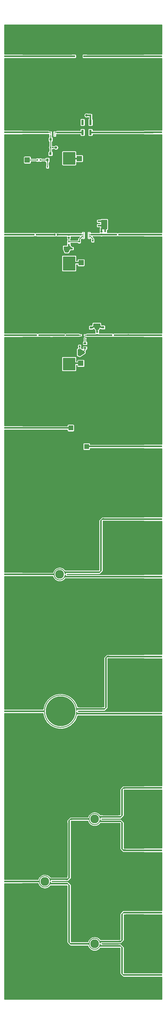
<source format=gtl>
G04 #@! TF.GenerationSoftware,KiCad,Pcbnew,(5.0.1)-4*
G04 #@! TF.CreationDate,2019-06-26T10:02:50-07:00*
G04 #@! TF.ProjectId,Mixed_circuit,4D697865645F636972637569742E6B69,rev?*
G04 #@! TF.SameCoordinates,Original*
G04 #@! TF.FileFunction,Copper,L1,Top,Signal*
G04 #@! TF.FilePolarity,Positive*
%FSLAX46Y46*%
G04 Gerber Fmt 4.6, Leading zero omitted, Abs format (unit mm)*
G04 Created by KiCad (PCBNEW (5.0.1)-4) date 6/26/2019 10:02:50 AM*
%MOMM*%
%LPD*%
G01*
G04 APERTURE LIST*
G04 #@! TA.AperFunction,EtchedComponent*
%ADD10C,0.270000*%
G04 #@! TD*
G04 #@! TA.AperFunction,ViaPad*
%ADD11C,0.350000*%
G04 #@! TD*
G04 #@! TA.AperFunction,SMDPad,CuDef*
%ADD12R,0.600000X1.200000*%
G04 #@! TD*
G04 #@! TA.AperFunction,SMDPad,CuDef*
%ADD13R,0.350000X0.250000*%
G04 #@! TD*
G04 #@! TA.AperFunction,ComponentPad*
%ADD14C,0.350000*%
G04 #@! TD*
G04 #@! TA.AperFunction,SMDPad,CuDef*
%ADD15R,0.900000X1.700000*%
G04 #@! TD*
G04 #@! TA.AperFunction,SMDPad,CuDef*
%ADD16R,0.450000X0.250000*%
G04 #@! TD*
G04 #@! TA.AperFunction,SMDPad,CuDef*
%ADD17C,0.400000*%
G04 #@! TD*
G04 #@! TA.AperFunction,Conductor*
%ADD18C,0.200000*%
G04 #@! TD*
G04 #@! TA.AperFunction,SMDPad,CuDef*
%ADD19R,0.400000X0.537000*%
G04 #@! TD*
G04 #@! TA.AperFunction,SMDPad,CuDef*
%ADD20R,0.537000X0.400000*%
G04 #@! TD*
G04 #@! TA.AperFunction,SMDPad,CuDef*
%ADD21R,5.840000X2.415000*%
G04 #@! TD*
G04 #@! TA.AperFunction,SMDPad,CuDef*
%ADD22R,5.840000X0.600000*%
G04 #@! TD*
G04 #@! TA.AperFunction,SMDPad,CuDef*
%ADD23R,0.600000X0.500000*%
G04 #@! TD*
G04 #@! TA.AperFunction,SMDPad,CuDef*
%ADD24R,0.500000X0.600000*%
G04 #@! TD*
G04 #@! TA.AperFunction,SMDPad,CuDef*
%ADD25R,0.800000X0.750000*%
G04 #@! TD*
G04 #@! TA.AperFunction,ComponentPad*
%ADD26R,1.700000X1.700000*%
G04 #@! TD*
G04 #@! TA.AperFunction,ComponentPad*
%ADD27O,1.700000X1.700000*%
G04 #@! TD*
G04 #@! TA.AperFunction,SMDPad,CuDef*
%ADD28C,0.590000*%
G04 #@! TD*
G04 #@! TA.AperFunction,SMDPad,CuDef*
%ADD29R,0.400000X0.600000*%
G04 #@! TD*
G04 #@! TA.AperFunction,SMDPad,CuDef*
%ADD30R,0.600000X0.400000*%
G04 #@! TD*
G04 #@! TA.AperFunction,SMDPad,CuDef*
%ADD31R,0.900000X0.500000*%
G04 #@! TD*
G04 #@! TA.AperFunction,SMDPad,CuDef*
%ADD32R,0.800000X0.900000*%
G04 #@! TD*
G04 #@! TA.AperFunction,SMDPad,CuDef*
%ADD33R,0.790000X1.680000*%
G04 #@! TD*
G04 #@! TA.AperFunction,SMDPad,CuDef*
%ADD34R,3.330000X0.690000*%
G04 #@! TD*
G04 #@! TA.AperFunction,SMDPad,CuDef*
%ADD35R,0.690000X2.110000*%
G04 #@! TD*
G04 #@! TA.AperFunction,ComponentPad*
%ADD36C,0.600000*%
G04 #@! TD*
G04 #@! TA.AperFunction,SMDPad,CuDef*
%ADD37R,1.750000X0.990000*%
G04 #@! TD*
G04 #@! TA.AperFunction,SMDPad,CuDef*
%ADD38R,0.990000X0.610000*%
G04 #@! TD*
G04 #@! TA.AperFunction,ViaPad*
%ADD39C,0.600000*%
G04 #@! TD*
G04 #@! TA.AperFunction,SMDPad,CuDef*
%ADD40R,1.520000X1.650000*%
G04 #@! TD*
G04 #@! TA.AperFunction,SMDPad,CuDef*
%ADD41R,0.300000X0.400000*%
G04 #@! TD*
G04 #@! TA.AperFunction,BGAPad,CuDef*
%ADD42C,2.806200*%
G04 #@! TD*
G04 #@! TA.AperFunction,Conductor*
%ADD43R,1.000000X0.537000*%
G04 #@! TD*
G04 #@! TA.AperFunction,SMDPad,CuDef*
%ADD44R,1.000000X0.537000*%
G04 #@! TD*
G04 #@! TA.AperFunction,BGAPad,CuDef*
%ADD45C,9.568000*%
G04 #@! TD*
G04 #@! TA.AperFunction,ViaPad*
%ADD46C,0.800000*%
G04 #@! TD*
G04 #@! TA.AperFunction,Conductor*
%ADD47C,0.537000*%
G04 #@! TD*
G04 #@! TA.AperFunction,Conductor*
%ADD48C,0.250000*%
G04 #@! TD*
G04 #@! TA.AperFunction,Conductor*
%ADD49C,0.254000*%
G04 #@! TD*
G04 APERTURE END LIST*
D10*
G04 #@! TO.C,R7*
X36718687Y-198117779D02*
G75*
G03X36710000Y-198920000I-1748687J-382221D01*
G01*
G04 #@! TO.C,R8*
X31958687Y-296617779D02*
G75*
G03X31950000Y-297420000I-1748687J-382221D01*
G01*
G04 #@! TO.C,R9*
X47958687Y-276617779D02*
G75*
G03X47950000Y-277420000I-1748687J-382221D01*
G01*
G04 #@! TO.C,R10*
X47958687Y-316617779D02*
G75*
G03X47950000Y-317420000I-1748687J-382221D01*
G01*
G04 #@! TO.C,R11*
X40429649Y-242015486D02*
G75*
G03X40430000Y-242820000I-5168649J-404514D01*
G01*
G04 #@! TD*
D11*
G04 #@! TO.N,GND*
G04 #@! TO.C,U3*
X32700000Y-57670000D03*
X32700000Y-56950000D03*
X32700000Y-56230000D03*
D12*
G04 #@! TD*
G04 #@! TO.P,U3,8*
G04 #@! TO.N,GND*
X32700000Y-56950000D03*
D13*
G04 #@! TO.P,U3,8*
G04 #@! TO.N,GND*
X33375000Y-56200000D03*
G04 #@! TO.P,U3,7*
G04 #@! TO.N,Net-(U3-Pad7)*
X33375000Y-56700000D03*
G04 #@! TO.P,U3,6*
G04 #@! TO.N,N/C*
X33375000Y-57200000D03*
G04 #@! TO.P,U3,5*
X33375000Y-57700000D03*
G04 #@! TO.P,U3,4*
G04 #@! TO.N,Net-(C7-Pad1)*
X32025000Y-57700000D03*
G04 #@! TO.P,U3,3*
G04 #@! TO.N,N/C*
X32025000Y-57200000D03*
G04 #@! TO.P,U3,2*
G04 #@! TO.N,Net-(CON3-Pad1)*
X32025000Y-56700000D03*
G04 #@! TO.P,U3,1*
G04 #@! TO.N,GND*
X32025000Y-56200000D03*
G04 #@! TD*
D14*
G04 #@! TO.P,U4,9*
G04 #@! TO.N,GND*
X43775000Y-89750000D03*
X43225000Y-89750000D03*
X43775000Y-90400000D03*
X43225000Y-90400000D03*
X43775000Y-89100000D03*
X43225000Y-89100000D03*
D15*
X43500000Y-89750000D03*
D16*
G04 #@! TO.P,U4,8*
G04 #@! TO.N,N/C*
X44425000Y-89000000D03*
G04 #@! TO.P,U4,7*
G04 #@! TO.N,Net-(C16-Pad1)*
X44425000Y-89500000D03*
G04 #@! TO.P,U4,6*
G04 #@! TO.N,Net-(C9-Pad2)*
X44425000Y-90000000D03*
G04 #@! TO.P,U4,5*
G04 #@! TO.N,N/C*
X44425000Y-90500000D03*
G04 #@! TO.P,U4,4*
X42575000Y-90500000D03*
G04 #@! TO.P,U4,3*
G04 #@! TO.N,Net-(C5-Pad2)*
X42575000Y-90000000D03*
G04 #@! TO.P,U4,2*
G04 #@! TO.N,Net-(L1-Pad1)*
X42575000Y-89500000D03*
G04 #@! TO.P,U4,1*
G04 #@! TO.N,N/C*
X42575000Y-89000000D03*
G04 #@! TD*
D17*
G04 #@! TO.P,J5,1*
G04 #@! TO.N,/LO*
X38000000Y-295300000D03*
D18*
G04 #@! TD*
G04 #@! TO.N,/LO*
G04 #@! TO.C,J5*
G36*
X37516700Y-296568500D02*
X37000000Y-296568500D01*
X37000000Y-296031500D01*
X37731500Y-296031500D01*
X37731500Y-295100000D01*
X38268500Y-295100000D01*
X38268500Y-295816700D01*
X37516700Y-296568500D01*
X37516700Y-296568500D01*
G37*
D19*
G04 #@! TO.P,J5,1*
G04 #@! TO.N,/LO*
X36980000Y-296300000D03*
G04 #@! TD*
D17*
G04 #@! TO.P,J6,1*
G04 #@! TO.N,/LO*
X36980000Y-297700000D03*
D18*
G04 #@! TD*
G04 #@! TO.N,/LO*
G04 #@! TO.C,J6*
G36*
X38248500Y-298183300D02*
X38248500Y-298700000D01*
X37711500Y-298700000D01*
X37711500Y-297968500D01*
X36780000Y-297968500D01*
X36780000Y-297431500D01*
X37496700Y-297431500D01*
X38248500Y-298183300D01*
X38248500Y-298183300D01*
G37*
D20*
G04 #@! TO.P,J6,1*
G04 #@! TO.N,/LO*
X37980000Y-298720000D03*
G04 #@! TD*
D17*
G04 #@! TO.P,J7,1*
G04 #@! TO.N,/LO*
X38000000Y-278000000D03*
D18*
G04 #@! TD*
G04 #@! TO.N,/LO*
G04 #@! TO.C,J7*
G36*
X38483300Y-276731500D02*
X39000000Y-276731500D01*
X39000000Y-277268500D01*
X38268500Y-277268500D01*
X38268500Y-278200000D01*
X37731500Y-278200000D01*
X37731500Y-277483300D01*
X38483300Y-276731500D01*
X38483300Y-276731500D01*
G37*
D19*
G04 #@! TO.P,J7,1*
G04 #@! TO.N,/LO*
X39020000Y-277000000D03*
G04 #@! TD*
D17*
G04 #@! TO.P,J8,1*
G04 #@! TO.N,/LO*
X38980000Y-317000000D03*
D18*
G04 #@! TD*
G04 #@! TO.N,/LO*
G04 #@! TO.C,J8*
G36*
X37711500Y-316516700D02*
X37711500Y-316000000D01*
X38248500Y-316000000D01*
X38248500Y-316731500D01*
X39180000Y-316731500D01*
X39180000Y-317268500D01*
X38463300Y-317268500D01*
X37711500Y-316516700D01*
X37711500Y-316516700D01*
G37*
D20*
G04 #@! TO.P,J8,1*
G04 #@! TO.N,/LO*
X37980000Y-315980000D03*
G04 #@! TD*
D17*
G04 #@! TO.P,J9,1*
G04 #@! TO.N,/LO*
X48240000Y-196800000D03*
D18*
G04 #@! TD*
G04 #@! TO.N,/LO*
G04 #@! TO.C,J9*
G36*
X47756700Y-198068500D02*
X47240000Y-198068500D01*
X47240000Y-197531500D01*
X47971500Y-197531500D01*
X47971500Y-196600000D01*
X48508500Y-196600000D01*
X48508500Y-197316700D01*
X47756700Y-198068500D01*
X47756700Y-198068500D01*
G37*
D19*
G04 #@! TO.P,J9,1*
G04 #@! TO.N,/LO*
X47220000Y-197800000D03*
G04 #@! TD*
D17*
G04 #@! TO.P,J10,1*
G04 #@! TO.N,/LO*
X48240000Y-181740000D03*
D18*
G04 #@! TD*
G04 #@! TO.N,/LO*
G04 #@! TO.C,J10*
G36*
X48723300Y-180471500D02*
X49240000Y-180471500D01*
X49240000Y-181008500D01*
X48508500Y-181008500D01*
X48508500Y-181940000D01*
X47971500Y-181940000D01*
X47971500Y-181223300D01*
X48723300Y-180471500D01*
X48723300Y-180471500D01*
G37*
D19*
G04 #@! TO.P,J10,1*
G04 #@! TO.N,/LO*
X49260000Y-180740000D03*
G04 #@! TD*
D17*
G04 #@! TO.P,J11,1*
G04 #@! TO.N,/LO*
X55000000Y-275300000D03*
D18*
G04 #@! TD*
G04 #@! TO.N,/LO*
G04 #@! TO.C,J11*
G36*
X54516700Y-276568500D02*
X54000000Y-276568500D01*
X54000000Y-276031500D01*
X54731500Y-276031500D01*
X54731500Y-275100000D01*
X55268500Y-275100000D01*
X55268500Y-275816700D01*
X54516700Y-276568500D01*
X54516700Y-276568500D01*
G37*
D19*
G04 #@! TO.P,J11,1*
G04 #@! TO.N,/LO*
X53980000Y-276300000D03*
G04 #@! TD*
D17*
G04 #@! TO.P,J12,1*
G04 #@! TO.N,/LO*
X54000000Y-277700000D03*
D18*
G04 #@! TD*
G04 #@! TO.N,/LO*
G04 #@! TO.C,J12*
G36*
X55268500Y-278183300D02*
X55268500Y-278700000D01*
X54731500Y-278700000D01*
X54731500Y-277968500D01*
X53800000Y-277968500D01*
X53800000Y-277431500D01*
X54516700Y-277431500D01*
X55268500Y-278183300D01*
X55268500Y-278183300D01*
G37*
D20*
G04 #@! TO.P,J12,1*
G04 #@! TO.N,/LO*
X55000000Y-278720000D03*
G04 #@! TD*
D17*
G04 #@! TO.P,J13,1*
G04 #@! TO.N,/LO*
X55000000Y-315300000D03*
D18*
G04 #@! TD*
G04 #@! TO.N,/LO*
G04 #@! TO.C,J13*
G36*
X54516700Y-316568500D02*
X54000000Y-316568500D01*
X54000000Y-316031500D01*
X54731500Y-316031500D01*
X54731500Y-315100000D01*
X55268500Y-315100000D01*
X55268500Y-315816700D01*
X54516700Y-316568500D01*
X54516700Y-316568500D01*
G37*
D19*
G04 #@! TO.P,J13,1*
G04 #@! TO.N,/LO*
X53980000Y-316300000D03*
G04 #@! TD*
D17*
G04 #@! TO.P,J14,1*
G04 #@! TO.N,/LO*
X54000000Y-317700000D03*
D18*
G04 #@! TD*
G04 #@! TO.N,/LO*
G04 #@! TO.C,J14*
G36*
X55268500Y-318183300D02*
X55268500Y-318700000D01*
X54731500Y-318700000D01*
X54731500Y-317968500D01*
X53800000Y-317968500D01*
X53800000Y-317431500D01*
X54516700Y-317431500D01*
X55268500Y-318183300D01*
X55268500Y-318183300D01*
G37*
D20*
G04 #@! TO.P,J14,1*
G04 #@! TO.N,/LO*
X55000000Y-318720000D03*
G04 #@! TD*
D17*
G04 #@! TO.P,J15,1*
G04 #@! TO.N,/LO*
X55000000Y-268000000D03*
D18*
G04 #@! TD*
G04 #@! TO.N,/LO*
G04 #@! TO.C,J15*
G36*
X55483300Y-266731500D02*
X56000000Y-266731500D01*
X56000000Y-267268500D01*
X55268500Y-267268500D01*
X55268500Y-268200000D01*
X54731500Y-268200000D01*
X54731500Y-267483300D01*
X55483300Y-266731500D01*
X55483300Y-266731500D01*
G37*
D19*
G04 #@! TO.P,J15,1*
G04 #@! TO.N,/LO*
X56020000Y-267000000D03*
G04 #@! TD*
D17*
G04 #@! TO.P,J16,1*
G04 #@! TO.N,/LO*
X56000000Y-287000000D03*
D18*
G04 #@! TD*
G04 #@! TO.N,/LO*
G04 #@! TO.C,J16*
G36*
X54731500Y-286516700D02*
X54731500Y-286000000D01*
X55268500Y-286000000D01*
X55268500Y-286731500D01*
X56200000Y-286731500D01*
X56200000Y-287268500D01*
X55483300Y-287268500D01*
X54731500Y-286516700D01*
X54731500Y-286516700D01*
G37*
D20*
G04 #@! TO.P,J16,1*
G04 #@! TO.N,/LO*
X55000000Y-285980000D03*
G04 #@! TD*
D17*
G04 #@! TO.P,J17,1*
G04 #@! TO.N,/LO*
X55000000Y-308000000D03*
D18*
G04 #@! TD*
G04 #@! TO.N,/LO*
G04 #@! TO.C,J17*
G36*
X55483300Y-306731500D02*
X56000000Y-306731500D01*
X56000000Y-307268500D01*
X55268500Y-307268500D01*
X55268500Y-308200000D01*
X54731500Y-308200000D01*
X54731500Y-307483300D01*
X55483300Y-306731500D01*
X55483300Y-306731500D01*
G37*
D19*
G04 #@! TO.P,J17,1*
G04 #@! TO.N,/LO*
X56020000Y-307000000D03*
G04 #@! TD*
D17*
G04 #@! TO.P,J18,1*
G04 #@! TO.N,/LO*
X56000000Y-327000000D03*
D18*
G04 #@! TD*
G04 #@! TO.N,/LO*
G04 #@! TO.C,J18*
G36*
X54731500Y-326516700D02*
X54731500Y-326000000D01*
X55268500Y-326000000D01*
X55268500Y-326731500D01*
X56200000Y-326731500D01*
X56200000Y-327268500D01*
X55483300Y-327268500D01*
X54731500Y-326516700D01*
X54731500Y-326516700D01*
G37*
D20*
G04 #@! TO.P,J18,1*
G04 #@! TO.N,/LO*
X55000000Y-325980000D03*
G04 #@! TD*
D17*
G04 #@! TO.P,J19,1*
G04 #@! TO.N,/LO*
X49820000Y-240670000D03*
D18*
G04 #@! TD*
G04 #@! TO.N,/LO*
G04 #@! TO.C,J19*
G36*
X49336700Y-241938500D02*
X48820000Y-241938500D01*
X48820000Y-241401500D01*
X49551500Y-241401500D01*
X49551500Y-240470000D01*
X50088500Y-240470000D01*
X50088500Y-241186700D01*
X49336700Y-241938500D01*
X49336700Y-241938500D01*
G37*
D19*
G04 #@! TO.P,J19,1*
G04 #@! TO.N,/LO*
X48800000Y-241670000D03*
G04 #@! TD*
D17*
G04 #@! TO.P,J20,1*
G04 #@! TO.N,/LO*
X49820000Y-225850000D03*
D18*
G04 #@! TD*
G04 #@! TO.N,/LO*
G04 #@! TO.C,J20*
G36*
X50303300Y-224581500D02*
X50820000Y-224581500D01*
X50820000Y-225118500D01*
X50088500Y-225118500D01*
X50088500Y-226050000D01*
X49551500Y-226050000D01*
X49551500Y-225333300D01*
X50303300Y-224581500D01*
X50303300Y-224581500D01*
G37*
D19*
G04 #@! TO.P,J20,1*
G04 #@! TO.N,/LO*
X50840000Y-224850000D03*
G04 #@! TD*
D21*
G04 #@! TO.P,CON1,2*
G04 #@! TO.N,GND*
X20000000Y-93882500D03*
X20000000Y-85117500D03*
D22*
G04 #@! TO.P,CON1,1*
G04 #@! TO.N,Net-(C1-Pad2)*
X20000000Y-89500000D03*
G04 #@! TD*
D21*
G04 #@! TO.P,CON2,2*
G04 #@! TO.N,GND*
X20000000Y-126132500D03*
X20000000Y-117367500D03*
D22*
G04 #@! TO.P,CON2,1*
G04 #@! TO.N,Net-(C2-Pad1)*
X20000000Y-121750000D03*
G04 #@! TD*
D21*
G04 #@! TO.P,CON3,2*
G04 #@! TO.N,GND*
X20000000Y-61082500D03*
X20000000Y-52317500D03*
D22*
G04 #@! TO.P,CON3,1*
G04 #@! TO.N,Net-(CON3-Pad1)*
X20000000Y-56700000D03*
G04 #@! TD*
D21*
G04 #@! TO.P,CON4,2*
G04 #@! TO.N,GND*
X65000000Y-126132500D03*
X65000000Y-117367500D03*
D22*
G04 #@! TO.P,CON4,1*
G04 #@! TO.N,Net-(C13-Pad1)*
X65000000Y-121750000D03*
G04 #@! TD*
D21*
G04 #@! TO.P,CON5,2*
G04 #@! TO.N,GND*
X65000000Y-93862500D03*
X65000000Y-85097500D03*
D22*
G04 #@! TO.P,CON5,1*
G04 #@! TO.N,Net-(C16-Pad2)*
X65000000Y-89480000D03*
G04 #@! TD*
D21*
G04 #@! TO.P,CON6,2*
G04 #@! TO.N,GND*
X65000000Y-61082500D03*
X65000000Y-52317500D03*
D22*
G04 #@! TO.P,CON6,1*
G04 #@! TO.N,/t_out*
X65000000Y-56700000D03*
G04 #@! TD*
D21*
G04 #@! TO.P,CON7,2*
G04 #@! TO.N,GND*
X20000000Y-202882500D03*
X20000000Y-194117500D03*
D22*
G04 #@! TO.P,CON7,1*
G04 #@! TO.N,Net-(CON7-Pad1)*
X20000000Y-198500000D03*
G04 #@! TD*
D21*
G04 #@! TO.P,CON8,2*
G04 #@! TO.N,GND*
X20000000Y-301382500D03*
X20000000Y-292617500D03*
D22*
G04 #@! TO.P,CON8,1*
G04 #@! TO.N,Net-(CON8-Pad1)*
X20000000Y-297000000D03*
G04 #@! TD*
D21*
G04 #@! TO.P,CON9,2*
G04 #@! TO.N,GND*
X65000000Y-203582500D03*
X65000000Y-194817500D03*
D22*
G04 #@! TO.P,CON9,1*
G04 #@! TO.N,Net-(CON9-Pad1)*
X65000000Y-199200000D03*
G04 #@! TD*
D21*
G04 #@! TO.P,CON10,2*
G04 #@! TO.N,GND*
X20000000Y-155882500D03*
X20000000Y-147117500D03*
D22*
G04 #@! TO.P,CON10,1*
G04 #@! TO.N,Net-(CON10-Pad1)*
X20000000Y-151500000D03*
G04 #@! TD*
D21*
G04 #@! TO.P,CON11,2*
G04 #@! TO.N,GND*
X65000000Y-185122500D03*
X65000000Y-176357500D03*
D22*
G04 #@! TO.P,CON11,1*
G04 #@! TO.N,/LO*
X65000000Y-180740000D03*
G04 #@! TD*
D21*
G04 #@! TO.P,CON12,2*
G04 #@! TO.N,GND*
X20000000Y-246802500D03*
X20000000Y-238037500D03*
D22*
G04 #@! TO.P,CON12,1*
G04 #@! TO.N,Net-(CON12-Pad1)*
X20000000Y-242420000D03*
G04 #@! TD*
D21*
G04 #@! TO.P,CON13,2*
G04 #@! TO.N,GND*
X65000000Y-247552500D03*
X65000000Y-238787500D03*
D22*
G04 #@! TO.P,CON13,1*
G04 #@! TO.N,Net-(CON13-Pad1)*
X65000000Y-243170000D03*
G04 #@! TD*
D21*
G04 #@! TO.P,CON14,2*
G04 #@! TO.N,GND*
X65000000Y-229232500D03*
X65000000Y-220467500D03*
D22*
G04 #@! TO.P,CON14,1*
G04 #@! TO.N,/LO*
X65000000Y-224850000D03*
G04 #@! TD*
D21*
G04 #@! TO.P,CON15,2*
G04 #@! TO.N,GND*
X65000000Y-161832500D03*
X65000000Y-153067500D03*
D22*
G04 #@! TO.P,CON15,1*
G04 #@! TO.N,Net-(CON15-Pad1)*
X65000000Y-157450000D03*
G04 #@! TD*
D21*
G04 #@! TO.P,CON16,2*
G04 #@! TO.N,GND*
X65000000Y-271382500D03*
X65000000Y-262617500D03*
D22*
G04 #@! TO.P,CON16,1*
G04 #@! TO.N,/LO*
X65000000Y-267000000D03*
G04 #@! TD*
D21*
G04 #@! TO.P,CON17,2*
G04 #@! TO.N,GND*
X65000000Y-291382500D03*
X65000000Y-282617500D03*
D22*
G04 #@! TO.P,CON17,1*
G04 #@! TO.N,/LO*
X65000000Y-287000000D03*
G04 #@! TD*
D21*
G04 #@! TO.P,CON18,2*
G04 #@! TO.N,GND*
X65000000Y-311382500D03*
X65000000Y-302617500D03*
D22*
G04 #@! TO.P,CON18,1*
G04 #@! TO.N,/LO*
X65000000Y-307000000D03*
G04 #@! TD*
D21*
G04 #@! TO.P,CON19,2*
G04 #@! TO.N,GND*
X65000000Y-331382500D03*
X65000000Y-322617500D03*
D22*
G04 #@! TO.P,CON19,1*
G04 #@! TO.N,/LO*
X65000000Y-327000000D03*
G04 #@! TD*
D21*
G04 #@! TO.P,CON20,2*
G04 #@! TO.N,GND*
X20000000Y-36672500D03*
X20000000Y-27907500D03*
D22*
G04 #@! TO.P,CON20,1*
G04 #@! TO.N,Net-(CON20-Pad1)*
X20000000Y-32290000D03*
G04 #@! TD*
D21*
G04 #@! TO.P,CON21,2*
G04 #@! TO.N,GND*
X65000000Y-36672500D03*
X65000000Y-27907500D03*
D22*
G04 #@! TO.P,CON21,1*
G04 #@! TO.N,Net-(CON21-Pad1)*
X65000000Y-32290000D03*
G04 #@! TD*
D23*
G04 #@! TO.P,C1,2*
G04 #@! TO.N,Net-(C1-Pad2)*
X26600000Y-89500000D03*
G04 #@! TO.P,C1,1*
G04 #@! TO.N,Net-(C1-Pad1)*
X27600000Y-89500000D03*
G04 #@! TD*
G04 #@! TO.P,C2,2*
G04 #@! TO.N,Net-(C2-Pad2)*
X28400000Y-121750000D03*
G04 #@! TO.P,C2,1*
G04 #@! TO.N,Net-(C2-Pad1)*
X27400000Y-121750000D03*
G04 #@! TD*
D24*
G04 #@! TO.P,C3,1*
G04 #@! TO.N,GND*
X30390000Y-90540000D03*
G04 #@! TO.P,C3,2*
G04 #@! TO.N,Net-(C1-Pad1)*
X30390000Y-89540000D03*
G04 #@! TD*
G04 #@! TO.P,C4,2*
G04 #@! TO.N,Net-(C2-Pad2)*
X32300000Y-121750000D03*
G04 #@! TO.P,C4,1*
G04 #@! TO.N,GND*
X32300000Y-122750000D03*
G04 #@! TD*
G04 #@! TO.P,C5,1*
G04 #@! TO.N,GND*
X41250000Y-92750000D03*
G04 #@! TO.P,C5,2*
G04 #@! TO.N,Net-(C5-Pad2)*
X41250000Y-91750000D03*
G04 #@! TD*
D23*
G04 #@! TO.P,C6,2*
G04 #@! TO.N,GND*
X39950000Y-93960000D03*
G04 #@! TO.P,C6,1*
G04 #@! TO.N,+5V*
X38950000Y-93960000D03*
G04 #@! TD*
D25*
G04 #@! TO.P,C7,1*
G04 #@! TO.N,Net-(C7-Pad1)*
X32040000Y-58950000D03*
G04 #@! TO.P,C7,2*
G04 #@! TO.N,GND*
X33540000Y-58950000D03*
G04 #@! TD*
D23*
G04 #@! TO.P,C8,1*
G04 #@! TO.N,Net-(C13-Pad1)*
X52650000Y-121750000D03*
G04 #@! TO.P,C8,2*
G04 #@! TO.N,Net-(C8-Pad2)*
X51650000Y-121750000D03*
G04 #@! TD*
D24*
G04 #@! TO.P,C9,2*
G04 #@! TO.N,Net-(C9-Pad2)*
X45580000Y-91440000D03*
G04 #@! TO.P,C9,1*
G04 #@! TO.N,GND*
X45580000Y-92440000D03*
G04 #@! TD*
G04 #@! TO.P,C10,1*
G04 #@! TO.N,GND*
X41370000Y-124330000D03*
G04 #@! TO.P,C10,2*
G04 #@! TO.N,+5V*
X41370000Y-125330000D03*
G04 #@! TD*
D25*
G04 #@! TO.P,C11,1*
G04 #@! TO.N,GND*
X50410000Y-119260000D03*
G04 #@! TO.P,C11,2*
G04 #@! TO.N,+5V*
X48910000Y-119260000D03*
G04 #@! TD*
G04 #@! TO.P,C12,2*
G04 #@! TO.N,+5V*
X45010000Y-119340000D03*
G04 #@! TO.P,C12,1*
G04 #@! TO.N,GND*
X43510000Y-119340000D03*
G04 #@! TD*
D18*
G04 #@! TO.N,Net-(C13-Pad1)*
G04 #@! TO.C,C13*
G36*
X57109802Y-121440482D02*
X57119509Y-121441921D01*
X57129028Y-121444306D01*
X57138268Y-121447612D01*
X57147140Y-121451808D01*
X57155557Y-121456853D01*
X57163439Y-121462699D01*
X57170711Y-121469289D01*
X57177301Y-121476561D01*
X57183147Y-121484443D01*
X57188192Y-121492860D01*
X57192388Y-121501732D01*
X57195694Y-121510972D01*
X57198079Y-121520491D01*
X57199518Y-121530198D01*
X57200000Y-121540000D01*
X57200000Y-121800000D01*
X57199518Y-121809802D01*
X57198079Y-121819509D01*
X57195694Y-121829028D01*
X57192388Y-121838268D01*
X57188192Y-121847140D01*
X57183147Y-121855557D01*
X57177301Y-121863439D01*
X57170711Y-121870711D01*
X57163439Y-121877301D01*
X57155557Y-121883147D01*
X57147140Y-121888192D01*
X57138268Y-121892388D01*
X57129028Y-121895694D01*
X57119509Y-121898079D01*
X57109802Y-121899518D01*
X57100000Y-121900000D01*
X56900000Y-121900000D01*
X56890198Y-121899518D01*
X56880491Y-121898079D01*
X56870972Y-121895694D01*
X56861732Y-121892388D01*
X56852860Y-121888192D01*
X56844443Y-121883147D01*
X56836561Y-121877301D01*
X56829289Y-121870711D01*
X56822699Y-121863439D01*
X56816853Y-121855557D01*
X56811808Y-121847140D01*
X56807612Y-121838268D01*
X56804306Y-121829028D01*
X56801921Y-121819509D01*
X56800482Y-121809802D01*
X56800000Y-121800000D01*
X56800000Y-121540000D01*
X56800482Y-121530198D01*
X56801921Y-121520491D01*
X56804306Y-121510972D01*
X56807612Y-121501732D01*
X56811808Y-121492860D01*
X56816853Y-121484443D01*
X56822699Y-121476561D01*
X56829289Y-121469289D01*
X56836561Y-121462699D01*
X56844443Y-121456853D01*
X56852860Y-121451808D01*
X56861732Y-121447612D01*
X56870972Y-121444306D01*
X56880491Y-121441921D01*
X56890198Y-121440482D01*
X56900000Y-121440000D01*
X57100000Y-121440000D01*
X57109802Y-121440482D01*
X57109802Y-121440482D01*
G37*
D17*
G04 #@! TD*
G04 #@! TO.P,C13,1*
G04 #@! TO.N,Net-(C13-Pad1)*
X57000000Y-121670000D03*
D18*
G04 #@! TO.N,GND*
G04 #@! TO.C,C13*
G36*
X57109802Y-120800482D02*
X57119509Y-120801921D01*
X57129028Y-120804306D01*
X57138268Y-120807612D01*
X57147140Y-120811808D01*
X57155557Y-120816853D01*
X57163439Y-120822699D01*
X57170711Y-120829289D01*
X57177301Y-120836561D01*
X57183147Y-120844443D01*
X57188192Y-120852860D01*
X57192388Y-120861732D01*
X57195694Y-120870972D01*
X57198079Y-120880491D01*
X57199518Y-120890198D01*
X57200000Y-120900000D01*
X57200000Y-121160000D01*
X57199518Y-121169802D01*
X57198079Y-121179509D01*
X57195694Y-121189028D01*
X57192388Y-121198268D01*
X57188192Y-121207140D01*
X57183147Y-121215557D01*
X57177301Y-121223439D01*
X57170711Y-121230711D01*
X57163439Y-121237301D01*
X57155557Y-121243147D01*
X57147140Y-121248192D01*
X57138268Y-121252388D01*
X57129028Y-121255694D01*
X57119509Y-121258079D01*
X57109802Y-121259518D01*
X57100000Y-121260000D01*
X56900000Y-121260000D01*
X56890198Y-121259518D01*
X56880491Y-121258079D01*
X56870972Y-121255694D01*
X56861732Y-121252388D01*
X56852860Y-121248192D01*
X56844443Y-121243147D01*
X56836561Y-121237301D01*
X56829289Y-121230711D01*
X56822699Y-121223439D01*
X56816853Y-121215557D01*
X56811808Y-121207140D01*
X56807612Y-121198268D01*
X56804306Y-121189028D01*
X56801921Y-121179509D01*
X56800482Y-121169802D01*
X56800000Y-121160000D01*
X56800000Y-120900000D01*
X56800482Y-120890198D01*
X56801921Y-120880491D01*
X56804306Y-120870972D01*
X56807612Y-120861732D01*
X56811808Y-120852860D01*
X56816853Y-120844443D01*
X56822699Y-120836561D01*
X56829289Y-120829289D01*
X56836561Y-120822699D01*
X56844443Y-120816853D01*
X56852860Y-120811808D01*
X56861732Y-120807612D01*
X56870972Y-120804306D01*
X56880491Y-120801921D01*
X56890198Y-120800482D01*
X56900000Y-120800000D01*
X57100000Y-120800000D01*
X57109802Y-120800482D01*
X57109802Y-120800482D01*
G37*
D17*
G04 #@! TD*
G04 #@! TO.P,C13,2*
G04 #@! TO.N,GND*
X57000000Y-121030000D03*
D23*
G04 #@! TO.P,C14,1*
G04 #@! TO.N,+5V*
X47450000Y-85200000D03*
G04 #@! TO.P,C14,2*
G04 #@! TO.N,GND*
X46450000Y-85200000D03*
G04 #@! TD*
G04 #@! TO.P,C15,1*
G04 #@! TO.N,+5V*
X47450000Y-86600000D03*
G04 #@! TO.P,C15,2*
G04 #@! TO.N,GND*
X46450000Y-86600000D03*
G04 #@! TD*
G04 #@! TO.P,C16,2*
G04 #@! TO.N,Net-(C16-Pad2)*
X54100000Y-89480000D03*
G04 #@! TO.P,C16,1*
G04 #@! TO.N,Net-(C16-Pad1)*
X53100000Y-89480000D03*
G04 #@! TD*
G04 #@! TO.P,C17,2*
G04 #@! TO.N,GND*
X45850000Y-51250000D03*
G04 #@! TO.P,C17,1*
G04 #@! TO.N,+5V*
X44850000Y-51250000D03*
G04 #@! TD*
D26*
G04 #@! TO.P,J1,1*
G04 #@! TO.N,Net-(J1-Pad1)*
X24550000Y-65550000D03*
G04 #@! TD*
G04 #@! TO.P,J2,1*
G04 #@! TO.N,+5V*
X41300000Y-65100000D03*
D27*
G04 #@! TO.P,J2,2*
G04 #@! TO.N,GND*
X43840000Y-65100000D03*
G04 #@! TD*
G04 #@! TO.P,J3,2*
G04 #@! TO.N,GND*
X44280000Y-130770000D03*
D26*
G04 #@! TO.P,J3,1*
G04 #@! TO.N,+5V*
X41740000Y-130770000D03*
G04 #@! TD*
G04 #@! TO.P,J4,1*
G04 #@! TO.N,+5V*
X41850000Y-98500000D03*
D27*
G04 #@! TO.P,J4,2*
G04 #@! TO.N,GND*
X44390000Y-98500000D03*
G04 #@! TD*
D18*
G04 #@! TO.N,Net-(C1-Pad1)*
G04 #@! TO.C,L1*
G36*
X33526958Y-89180710D02*
X33541276Y-89182834D01*
X33555317Y-89186351D01*
X33568946Y-89191228D01*
X33582031Y-89197417D01*
X33594447Y-89204858D01*
X33606073Y-89213481D01*
X33616798Y-89223202D01*
X33626519Y-89233927D01*
X33635142Y-89245553D01*
X33642583Y-89257969D01*
X33648772Y-89271054D01*
X33653649Y-89284683D01*
X33657166Y-89298724D01*
X33659290Y-89313042D01*
X33660000Y-89327500D01*
X33660000Y-89672500D01*
X33659290Y-89686958D01*
X33657166Y-89701276D01*
X33653649Y-89715317D01*
X33648772Y-89728946D01*
X33642583Y-89742031D01*
X33635142Y-89754447D01*
X33626519Y-89766073D01*
X33616798Y-89776798D01*
X33606073Y-89786519D01*
X33594447Y-89795142D01*
X33582031Y-89802583D01*
X33568946Y-89808772D01*
X33555317Y-89813649D01*
X33541276Y-89817166D01*
X33526958Y-89819290D01*
X33512500Y-89820000D01*
X33217500Y-89820000D01*
X33203042Y-89819290D01*
X33188724Y-89817166D01*
X33174683Y-89813649D01*
X33161054Y-89808772D01*
X33147969Y-89802583D01*
X33135553Y-89795142D01*
X33123927Y-89786519D01*
X33113202Y-89776798D01*
X33103481Y-89766073D01*
X33094858Y-89754447D01*
X33087417Y-89742031D01*
X33081228Y-89728946D01*
X33076351Y-89715317D01*
X33072834Y-89701276D01*
X33070710Y-89686958D01*
X33070000Y-89672500D01*
X33070000Y-89327500D01*
X33070710Y-89313042D01*
X33072834Y-89298724D01*
X33076351Y-89284683D01*
X33081228Y-89271054D01*
X33087417Y-89257969D01*
X33094858Y-89245553D01*
X33103481Y-89233927D01*
X33113202Y-89223202D01*
X33123927Y-89213481D01*
X33135553Y-89204858D01*
X33147969Y-89197417D01*
X33161054Y-89191228D01*
X33174683Y-89186351D01*
X33188724Y-89182834D01*
X33203042Y-89180710D01*
X33217500Y-89180000D01*
X33512500Y-89180000D01*
X33526958Y-89180710D01*
X33526958Y-89180710D01*
G37*
D28*
G04 #@! TD*
G04 #@! TO.P,L1,2*
G04 #@! TO.N,Net-(C1-Pad1)*
X33365000Y-89500000D03*
D18*
G04 #@! TO.N,Net-(L1-Pad1)*
G04 #@! TO.C,L1*
G36*
X34496958Y-89180710D02*
X34511276Y-89182834D01*
X34525317Y-89186351D01*
X34538946Y-89191228D01*
X34552031Y-89197417D01*
X34564447Y-89204858D01*
X34576073Y-89213481D01*
X34586798Y-89223202D01*
X34596519Y-89233927D01*
X34605142Y-89245553D01*
X34612583Y-89257969D01*
X34618772Y-89271054D01*
X34623649Y-89284683D01*
X34627166Y-89298724D01*
X34629290Y-89313042D01*
X34630000Y-89327500D01*
X34630000Y-89672500D01*
X34629290Y-89686958D01*
X34627166Y-89701276D01*
X34623649Y-89715317D01*
X34618772Y-89728946D01*
X34612583Y-89742031D01*
X34605142Y-89754447D01*
X34596519Y-89766073D01*
X34586798Y-89776798D01*
X34576073Y-89786519D01*
X34564447Y-89795142D01*
X34552031Y-89802583D01*
X34538946Y-89808772D01*
X34525317Y-89813649D01*
X34511276Y-89817166D01*
X34496958Y-89819290D01*
X34482500Y-89820000D01*
X34187500Y-89820000D01*
X34173042Y-89819290D01*
X34158724Y-89817166D01*
X34144683Y-89813649D01*
X34131054Y-89808772D01*
X34117969Y-89802583D01*
X34105553Y-89795142D01*
X34093927Y-89786519D01*
X34083202Y-89776798D01*
X34073481Y-89766073D01*
X34064858Y-89754447D01*
X34057417Y-89742031D01*
X34051228Y-89728946D01*
X34046351Y-89715317D01*
X34042834Y-89701276D01*
X34040710Y-89686958D01*
X34040000Y-89672500D01*
X34040000Y-89327500D01*
X34040710Y-89313042D01*
X34042834Y-89298724D01*
X34046351Y-89284683D01*
X34051228Y-89271054D01*
X34057417Y-89257969D01*
X34064858Y-89245553D01*
X34073481Y-89233927D01*
X34083202Y-89223202D01*
X34093927Y-89213481D01*
X34105553Y-89204858D01*
X34117969Y-89197417D01*
X34131054Y-89191228D01*
X34144683Y-89186351D01*
X34158724Y-89182834D01*
X34173042Y-89180710D01*
X34187500Y-89180000D01*
X34482500Y-89180000D01*
X34496958Y-89180710D01*
X34496958Y-89180710D01*
G37*
D28*
G04 #@! TD*
G04 #@! TO.P,L1,1*
G04 #@! TO.N,Net-(L1-Pad1)*
X34335000Y-89500000D03*
D18*
G04 #@! TO.N,Net-(C2-Pad2)*
G04 #@! TO.C,L2*
G36*
X36619802Y-121540482D02*
X36629509Y-121541921D01*
X36639028Y-121544306D01*
X36648268Y-121547612D01*
X36657140Y-121551808D01*
X36665557Y-121556853D01*
X36673439Y-121562699D01*
X36680711Y-121569289D01*
X36687301Y-121576561D01*
X36693147Y-121584443D01*
X36698192Y-121592860D01*
X36702388Y-121601732D01*
X36705694Y-121610972D01*
X36708079Y-121620491D01*
X36709518Y-121630198D01*
X36710000Y-121640000D01*
X36710000Y-121840000D01*
X36709518Y-121849802D01*
X36708079Y-121859509D01*
X36705694Y-121869028D01*
X36702388Y-121878268D01*
X36698192Y-121887140D01*
X36693147Y-121895557D01*
X36687301Y-121903439D01*
X36680711Y-121910711D01*
X36673439Y-121917301D01*
X36665557Y-121923147D01*
X36657140Y-121928192D01*
X36648268Y-121932388D01*
X36639028Y-121935694D01*
X36629509Y-121938079D01*
X36619802Y-121939518D01*
X36610000Y-121940000D01*
X36350000Y-121940000D01*
X36340198Y-121939518D01*
X36330491Y-121938079D01*
X36320972Y-121935694D01*
X36311732Y-121932388D01*
X36302860Y-121928192D01*
X36294443Y-121923147D01*
X36286561Y-121917301D01*
X36279289Y-121910711D01*
X36272699Y-121903439D01*
X36266853Y-121895557D01*
X36261808Y-121887140D01*
X36257612Y-121878268D01*
X36254306Y-121869028D01*
X36251921Y-121859509D01*
X36250482Y-121849802D01*
X36250000Y-121840000D01*
X36250000Y-121640000D01*
X36250482Y-121630198D01*
X36251921Y-121620491D01*
X36254306Y-121610972D01*
X36257612Y-121601732D01*
X36261808Y-121592860D01*
X36266853Y-121584443D01*
X36272699Y-121576561D01*
X36279289Y-121569289D01*
X36286561Y-121562699D01*
X36294443Y-121556853D01*
X36302860Y-121551808D01*
X36311732Y-121547612D01*
X36320972Y-121544306D01*
X36330491Y-121541921D01*
X36340198Y-121540482D01*
X36350000Y-121540000D01*
X36610000Y-121540000D01*
X36619802Y-121540482D01*
X36619802Y-121540482D01*
G37*
D17*
G04 #@! TD*
G04 #@! TO.P,L2,1*
G04 #@! TO.N,Net-(C2-Pad2)*
X36480000Y-121740000D03*
D18*
G04 #@! TO.N,Net-(L2-Pad2)*
G04 #@! TO.C,L2*
G36*
X37259802Y-121540482D02*
X37269509Y-121541921D01*
X37279028Y-121544306D01*
X37288268Y-121547612D01*
X37297140Y-121551808D01*
X37305557Y-121556853D01*
X37313439Y-121562699D01*
X37320711Y-121569289D01*
X37327301Y-121576561D01*
X37333147Y-121584443D01*
X37338192Y-121592860D01*
X37342388Y-121601732D01*
X37345694Y-121610972D01*
X37348079Y-121620491D01*
X37349518Y-121630198D01*
X37350000Y-121640000D01*
X37350000Y-121840000D01*
X37349518Y-121849802D01*
X37348079Y-121859509D01*
X37345694Y-121869028D01*
X37342388Y-121878268D01*
X37338192Y-121887140D01*
X37333147Y-121895557D01*
X37327301Y-121903439D01*
X37320711Y-121910711D01*
X37313439Y-121917301D01*
X37305557Y-121923147D01*
X37297140Y-121928192D01*
X37288268Y-121932388D01*
X37279028Y-121935694D01*
X37269509Y-121938079D01*
X37259802Y-121939518D01*
X37250000Y-121940000D01*
X36990000Y-121940000D01*
X36980198Y-121939518D01*
X36970491Y-121938079D01*
X36960972Y-121935694D01*
X36951732Y-121932388D01*
X36942860Y-121928192D01*
X36934443Y-121923147D01*
X36926561Y-121917301D01*
X36919289Y-121910711D01*
X36912699Y-121903439D01*
X36906853Y-121895557D01*
X36901808Y-121887140D01*
X36897612Y-121878268D01*
X36894306Y-121869028D01*
X36891921Y-121859509D01*
X36890482Y-121849802D01*
X36890000Y-121840000D01*
X36890000Y-121640000D01*
X36890482Y-121630198D01*
X36891921Y-121620491D01*
X36894306Y-121610972D01*
X36897612Y-121601732D01*
X36901808Y-121592860D01*
X36906853Y-121584443D01*
X36912699Y-121576561D01*
X36919289Y-121569289D01*
X36926561Y-121562699D01*
X36934443Y-121556853D01*
X36942860Y-121551808D01*
X36951732Y-121547612D01*
X36960972Y-121544306D01*
X36970491Y-121541921D01*
X36980198Y-121540482D01*
X36990000Y-121540000D01*
X37250000Y-121540000D01*
X37259802Y-121540482D01*
X37259802Y-121540482D01*
G37*
D17*
G04 #@! TD*
G04 #@! TO.P,L2,2*
G04 #@! TO.N,Net-(L2-Pad2)*
X37120000Y-121740000D03*
D18*
G04 #@! TO.N,Net-(L1-Pad1)*
G04 #@! TO.C,L3*
G36*
X38086958Y-89220710D02*
X38101276Y-89222834D01*
X38115317Y-89226351D01*
X38128946Y-89231228D01*
X38142031Y-89237417D01*
X38154447Y-89244858D01*
X38166073Y-89253481D01*
X38176798Y-89263202D01*
X38186519Y-89273927D01*
X38195142Y-89285553D01*
X38202583Y-89297969D01*
X38208772Y-89311054D01*
X38213649Y-89324683D01*
X38217166Y-89338724D01*
X38219290Y-89353042D01*
X38220000Y-89367500D01*
X38220000Y-89662500D01*
X38219290Y-89676958D01*
X38217166Y-89691276D01*
X38213649Y-89705317D01*
X38208772Y-89718946D01*
X38202583Y-89732031D01*
X38195142Y-89744447D01*
X38186519Y-89756073D01*
X38176798Y-89766798D01*
X38166073Y-89776519D01*
X38154447Y-89785142D01*
X38142031Y-89792583D01*
X38128946Y-89798772D01*
X38115317Y-89803649D01*
X38101276Y-89807166D01*
X38086958Y-89809290D01*
X38072500Y-89810000D01*
X37727500Y-89810000D01*
X37713042Y-89809290D01*
X37698724Y-89807166D01*
X37684683Y-89803649D01*
X37671054Y-89798772D01*
X37657969Y-89792583D01*
X37645553Y-89785142D01*
X37633927Y-89776519D01*
X37623202Y-89766798D01*
X37613481Y-89756073D01*
X37604858Y-89744447D01*
X37597417Y-89732031D01*
X37591228Y-89718946D01*
X37586351Y-89705317D01*
X37582834Y-89691276D01*
X37580710Y-89676958D01*
X37580000Y-89662500D01*
X37580000Y-89367500D01*
X37580710Y-89353042D01*
X37582834Y-89338724D01*
X37586351Y-89324683D01*
X37591228Y-89311054D01*
X37597417Y-89297969D01*
X37604858Y-89285553D01*
X37613481Y-89273927D01*
X37623202Y-89263202D01*
X37633927Y-89253481D01*
X37645553Y-89244858D01*
X37657969Y-89237417D01*
X37671054Y-89231228D01*
X37684683Y-89226351D01*
X37698724Y-89222834D01*
X37713042Y-89220710D01*
X37727500Y-89220000D01*
X38072500Y-89220000D01*
X38086958Y-89220710D01*
X38086958Y-89220710D01*
G37*
D28*
G04 #@! TD*
G04 #@! TO.P,L3,2*
G04 #@! TO.N,Net-(L1-Pad1)*
X37900000Y-89515000D03*
D18*
G04 #@! TO.N,Net-(C5-Pad2)*
G04 #@! TO.C,L3*
G36*
X38086958Y-90190710D02*
X38101276Y-90192834D01*
X38115317Y-90196351D01*
X38128946Y-90201228D01*
X38142031Y-90207417D01*
X38154447Y-90214858D01*
X38166073Y-90223481D01*
X38176798Y-90233202D01*
X38186519Y-90243927D01*
X38195142Y-90255553D01*
X38202583Y-90267969D01*
X38208772Y-90281054D01*
X38213649Y-90294683D01*
X38217166Y-90308724D01*
X38219290Y-90323042D01*
X38220000Y-90337500D01*
X38220000Y-90632500D01*
X38219290Y-90646958D01*
X38217166Y-90661276D01*
X38213649Y-90675317D01*
X38208772Y-90688946D01*
X38202583Y-90702031D01*
X38195142Y-90714447D01*
X38186519Y-90726073D01*
X38176798Y-90736798D01*
X38166073Y-90746519D01*
X38154447Y-90755142D01*
X38142031Y-90762583D01*
X38128946Y-90768772D01*
X38115317Y-90773649D01*
X38101276Y-90777166D01*
X38086958Y-90779290D01*
X38072500Y-90780000D01*
X37727500Y-90780000D01*
X37713042Y-90779290D01*
X37698724Y-90777166D01*
X37684683Y-90773649D01*
X37671054Y-90768772D01*
X37657969Y-90762583D01*
X37645553Y-90755142D01*
X37633927Y-90746519D01*
X37623202Y-90736798D01*
X37613481Y-90726073D01*
X37604858Y-90714447D01*
X37597417Y-90702031D01*
X37591228Y-90688946D01*
X37586351Y-90675317D01*
X37582834Y-90661276D01*
X37580710Y-90646958D01*
X37580000Y-90632500D01*
X37580000Y-90337500D01*
X37580710Y-90323042D01*
X37582834Y-90308724D01*
X37586351Y-90294683D01*
X37591228Y-90281054D01*
X37597417Y-90267969D01*
X37604858Y-90255553D01*
X37613481Y-90243927D01*
X37623202Y-90233202D01*
X37633927Y-90223481D01*
X37645553Y-90214858D01*
X37657969Y-90207417D01*
X37671054Y-90201228D01*
X37684683Y-90196351D01*
X37698724Y-90192834D01*
X37713042Y-90190710D01*
X37727500Y-90190000D01*
X38072500Y-90190000D01*
X38086958Y-90190710D01*
X38086958Y-90190710D01*
G37*
D28*
G04 #@! TD*
G04 #@! TO.P,L3,1*
G04 #@! TO.N,Net-(C5-Pad2)*
X37900000Y-90485000D03*
D18*
G04 #@! TO.N,+5V*
G04 #@! TO.C,L4*
G36*
X47186958Y-120420710D02*
X47201276Y-120422834D01*
X47215317Y-120426351D01*
X47228946Y-120431228D01*
X47242031Y-120437417D01*
X47254447Y-120444858D01*
X47266073Y-120453481D01*
X47276798Y-120463202D01*
X47286519Y-120473927D01*
X47295142Y-120485553D01*
X47302583Y-120497969D01*
X47308772Y-120511054D01*
X47313649Y-120524683D01*
X47317166Y-120538724D01*
X47319290Y-120553042D01*
X47320000Y-120567500D01*
X47320000Y-120862500D01*
X47319290Y-120876958D01*
X47317166Y-120891276D01*
X47313649Y-120905317D01*
X47308772Y-120918946D01*
X47302583Y-120932031D01*
X47295142Y-120944447D01*
X47286519Y-120956073D01*
X47276798Y-120966798D01*
X47266073Y-120976519D01*
X47254447Y-120985142D01*
X47242031Y-120992583D01*
X47228946Y-120998772D01*
X47215317Y-121003649D01*
X47201276Y-121007166D01*
X47186958Y-121009290D01*
X47172500Y-121010000D01*
X46827500Y-121010000D01*
X46813042Y-121009290D01*
X46798724Y-121007166D01*
X46784683Y-121003649D01*
X46771054Y-120998772D01*
X46757969Y-120992583D01*
X46745553Y-120985142D01*
X46733927Y-120976519D01*
X46723202Y-120966798D01*
X46713481Y-120956073D01*
X46704858Y-120944447D01*
X46697417Y-120932031D01*
X46691228Y-120918946D01*
X46686351Y-120905317D01*
X46682834Y-120891276D01*
X46680710Y-120876958D01*
X46680000Y-120862500D01*
X46680000Y-120567500D01*
X46680710Y-120553042D01*
X46682834Y-120538724D01*
X46686351Y-120524683D01*
X46691228Y-120511054D01*
X46697417Y-120497969D01*
X46704858Y-120485553D01*
X46713481Y-120473927D01*
X46723202Y-120463202D01*
X46733927Y-120453481D01*
X46745553Y-120444858D01*
X46757969Y-120437417D01*
X46771054Y-120431228D01*
X46784683Y-120426351D01*
X46798724Y-120422834D01*
X46813042Y-120420710D01*
X46827500Y-120420000D01*
X47172500Y-120420000D01*
X47186958Y-120420710D01*
X47186958Y-120420710D01*
G37*
D28*
G04 #@! TD*
G04 #@! TO.P,L4,1*
G04 #@! TO.N,+5V*
X47000000Y-120715000D03*
D18*
G04 #@! TO.N,Net-(C8-Pad2)*
G04 #@! TO.C,L4*
G36*
X47186958Y-121390710D02*
X47201276Y-121392834D01*
X47215317Y-121396351D01*
X47228946Y-121401228D01*
X47242031Y-121407417D01*
X47254447Y-121414858D01*
X47266073Y-121423481D01*
X47276798Y-121433202D01*
X47286519Y-121443927D01*
X47295142Y-121455553D01*
X47302583Y-121467969D01*
X47308772Y-121481054D01*
X47313649Y-121494683D01*
X47317166Y-121508724D01*
X47319290Y-121523042D01*
X47320000Y-121537500D01*
X47320000Y-121832500D01*
X47319290Y-121846958D01*
X47317166Y-121861276D01*
X47313649Y-121875317D01*
X47308772Y-121888946D01*
X47302583Y-121902031D01*
X47295142Y-121914447D01*
X47286519Y-121926073D01*
X47276798Y-121936798D01*
X47266073Y-121946519D01*
X47254447Y-121955142D01*
X47242031Y-121962583D01*
X47228946Y-121968772D01*
X47215317Y-121973649D01*
X47201276Y-121977166D01*
X47186958Y-121979290D01*
X47172500Y-121980000D01*
X46827500Y-121980000D01*
X46813042Y-121979290D01*
X46798724Y-121977166D01*
X46784683Y-121973649D01*
X46771054Y-121968772D01*
X46757969Y-121962583D01*
X46745553Y-121955142D01*
X46733927Y-121946519D01*
X46723202Y-121936798D01*
X46713481Y-121926073D01*
X46704858Y-121914447D01*
X46697417Y-121902031D01*
X46691228Y-121888946D01*
X46686351Y-121875317D01*
X46682834Y-121861276D01*
X46680710Y-121846958D01*
X46680000Y-121832500D01*
X46680000Y-121537500D01*
X46680710Y-121523042D01*
X46682834Y-121508724D01*
X46686351Y-121494683D01*
X46691228Y-121481054D01*
X46697417Y-121467969D01*
X46704858Y-121455553D01*
X46713481Y-121443927D01*
X46723202Y-121433202D01*
X46733927Y-121423481D01*
X46745553Y-121414858D01*
X46757969Y-121407417D01*
X46771054Y-121401228D01*
X46784683Y-121396351D01*
X46798724Y-121392834D01*
X46813042Y-121390710D01*
X46827500Y-121390000D01*
X47172500Y-121390000D01*
X47186958Y-121390710D01*
X47186958Y-121390710D01*
G37*
D28*
G04 #@! TD*
G04 #@! TO.P,L4,2*
G04 #@! TO.N,Net-(C8-Pad2)*
X47000000Y-121685000D03*
D18*
G04 #@! TO.N,Net-(C16-Pad1)*
G04 #@! TO.C,L5*
G36*
X48586958Y-89190710D02*
X48601276Y-89192834D01*
X48615317Y-89196351D01*
X48628946Y-89201228D01*
X48642031Y-89207417D01*
X48654447Y-89214858D01*
X48666073Y-89223481D01*
X48676798Y-89233202D01*
X48686519Y-89243927D01*
X48695142Y-89255553D01*
X48702583Y-89267969D01*
X48708772Y-89281054D01*
X48713649Y-89294683D01*
X48717166Y-89308724D01*
X48719290Y-89323042D01*
X48720000Y-89337500D01*
X48720000Y-89632500D01*
X48719290Y-89646958D01*
X48717166Y-89661276D01*
X48713649Y-89675317D01*
X48708772Y-89688946D01*
X48702583Y-89702031D01*
X48695142Y-89714447D01*
X48686519Y-89726073D01*
X48676798Y-89736798D01*
X48666073Y-89746519D01*
X48654447Y-89755142D01*
X48642031Y-89762583D01*
X48628946Y-89768772D01*
X48615317Y-89773649D01*
X48601276Y-89777166D01*
X48586958Y-89779290D01*
X48572500Y-89780000D01*
X48227500Y-89780000D01*
X48213042Y-89779290D01*
X48198724Y-89777166D01*
X48184683Y-89773649D01*
X48171054Y-89768772D01*
X48157969Y-89762583D01*
X48145553Y-89755142D01*
X48133927Y-89746519D01*
X48123202Y-89736798D01*
X48113481Y-89726073D01*
X48104858Y-89714447D01*
X48097417Y-89702031D01*
X48091228Y-89688946D01*
X48086351Y-89675317D01*
X48082834Y-89661276D01*
X48080710Y-89646958D01*
X48080000Y-89632500D01*
X48080000Y-89337500D01*
X48080710Y-89323042D01*
X48082834Y-89308724D01*
X48086351Y-89294683D01*
X48091228Y-89281054D01*
X48097417Y-89267969D01*
X48104858Y-89255553D01*
X48113481Y-89243927D01*
X48123202Y-89233202D01*
X48133927Y-89223481D01*
X48145553Y-89214858D01*
X48157969Y-89207417D01*
X48171054Y-89201228D01*
X48184683Y-89196351D01*
X48198724Y-89192834D01*
X48213042Y-89190710D01*
X48227500Y-89190000D01*
X48572500Y-89190000D01*
X48586958Y-89190710D01*
X48586958Y-89190710D01*
G37*
D28*
G04 #@! TD*
G04 #@! TO.P,L5,1*
G04 #@! TO.N,Net-(C16-Pad1)*
X48400000Y-89485000D03*
D18*
G04 #@! TO.N,+5V*
G04 #@! TO.C,L5*
G36*
X48586958Y-88220710D02*
X48601276Y-88222834D01*
X48615317Y-88226351D01*
X48628946Y-88231228D01*
X48642031Y-88237417D01*
X48654447Y-88244858D01*
X48666073Y-88253481D01*
X48676798Y-88263202D01*
X48686519Y-88273927D01*
X48695142Y-88285553D01*
X48702583Y-88297969D01*
X48708772Y-88311054D01*
X48713649Y-88324683D01*
X48717166Y-88338724D01*
X48719290Y-88353042D01*
X48720000Y-88367500D01*
X48720000Y-88662500D01*
X48719290Y-88676958D01*
X48717166Y-88691276D01*
X48713649Y-88705317D01*
X48708772Y-88718946D01*
X48702583Y-88732031D01*
X48695142Y-88744447D01*
X48686519Y-88756073D01*
X48676798Y-88766798D01*
X48666073Y-88776519D01*
X48654447Y-88785142D01*
X48642031Y-88792583D01*
X48628946Y-88798772D01*
X48615317Y-88803649D01*
X48601276Y-88807166D01*
X48586958Y-88809290D01*
X48572500Y-88810000D01*
X48227500Y-88810000D01*
X48213042Y-88809290D01*
X48198724Y-88807166D01*
X48184683Y-88803649D01*
X48171054Y-88798772D01*
X48157969Y-88792583D01*
X48145553Y-88785142D01*
X48133927Y-88776519D01*
X48123202Y-88766798D01*
X48113481Y-88756073D01*
X48104858Y-88744447D01*
X48097417Y-88732031D01*
X48091228Y-88718946D01*
X48086351Y-88705317D01*
X48082834Y-88691276D01*
X48080710Y-88676958D01*
X48080000Y-88662500D01*
X48080000Y-88367500D01*
X48080710Y-88353042D01*
X48082834Y-88338724D01*
X48086351Y-88324683D01*
X48091228Y-88311054D01*
X48097417Y-88297969D01*
X48104858Y-88285553D01*
X48113481Y-88273927D01*
X48123202Y-88263202D01*
X48133927Y-88253481D01*
X48145553Y-88244858D01*
X48157969Y-88237417D01*
X48171054Y-88231228D01*
X48184683Y-88226351D01*
X48198724Y-88222834D01*
X48213042Y-88220710D01*
X48227500Y-88220000D01*
X48572500Y-88220000D01*
X48586958Y-88220710D01*
X48586958Y-88220710D01*
G37*
D28*
G04 #@! TD*
G04 #@! TO.P,L5,2*
G04 #@! TO.N,+5V*
X48400000Y-88515000D03*
D29*
G04 #@! TO.P,R1,2*
G04 #@! TO.N,Net-(J1-Pad1)*
X27850000Y-65550000D03*
G04 #@! TO.P,R1,1*
G04 #@! TO.N,Net-(R1-Pad1)*
X28750000Y-65550000D03*
G04 #@! TD*
D18*
G04 #@! TO.N,Net-(C7-Pad1)*
G04 #@! TO.C,R2*
G36*
X32169802Y-61350482D02*
X32179509Y-61351921D01*
X32189028Y-61354306D01*
X32198268Y-61357612D01*
X32207140Y-61361808D01*
X32215557Y-61366853D01*
X32223439Y-61372699D01*
X32230711Y-61379289D01*
X32237301Y-61386561D01*
X32243147Y-61394443D01*
X32248192Y-61402860D01*
X32252388Y-61411732D01*
X32255694Y-61420972D01*
X32258079Y-61430491D01*
X32259518Y-61440198D01*
X32260000Y-61450000D01*
X32260000Y-61650000D01*
X32259518Y-61659802D01*
X32258079Y-61669509D01*
X32255694Y-61679028D01*
X32252388Y-61688268D01*
X32248192Y-61697140D01*
X32243147Y-61705557D01*
X32237301Y-61713439D01*
X32230711Y-61720711D01*
X32223439Y-61727301D01*
X32215557Y-61733147D01*
X32207140Y-61738192D01*
X32198268Y-61742388D01*
X32189028Y-61745694D01*
X32179509Y-61748079D01*
X32169802Y-61749518D01*
X32160000Y-61750000D01*
X31900000Y-61750000D01*
X31890198Y-61749518D01*
X31880491Y-61748079D01*
X31870972Y-61745694D01*
X31861732Y-61742388D01*
X31852860Y-61738192D01*
X31844443Y-61733147D01*
X31836561Y-61727301D01*
X31829289Y-61720711D01*
X31822699Y-61713439D01*
X31816853Y-61705557D01*
X31811808Y-61697140D01*
X31807612Y-61688268D01*
X31804306Y-61679028D01*
X31801921Y-61669509D01*
X31800482Y-61659802D01*
X31800000Y-61650000D01*
X31800000Y-61450000D01*
X31800482Y-61440198D01*
X31801921Y-61430491D01*
X31804306Y-61420972D01*
X31807612Y-61411732D01*
X31811808Y-61402860D01*
X31816853Y-61394443D01*
X31822699Y-61386561D01*
X31829289Y-61379289D01*
X31836561Y-61372699D01*
X31844443Y-61366853D01*
X31852860Y-61361808D01*
X31861732Y-61357612D01*
X31870972Y-61354306D01*
X31880491Y-61351921D01*
X31890198Y-61350482D01*
X31900000Y-61350000D01*
X32160000Y-61350000D01*
X32169802Y-61350482D01*
X32169802Y-61350482D01*
G37*
D17*
G04 #@! TD*
G04 #@! TO.P,R2,1*
G04 #@! TO.N,Net-(C7-Pad1)*
X32030000Y-61550000D03*
D18*
G04 #@! TO.N,+5V*
G04 #@! TO.C,R2*
G36*
X32809802Y-61350482D02*
X32819509Y-61351921D01*
X32829028Y-61354306D01*
X32838268Y-61357612D01*
X32847140Y-61361808D01*
X32855557Y-61366853D01*
X32863439Y-61372699D01*
X32870711Y-61379289D01*
X32877301Y-61386561D01*
X32883147Y-61394443D01*
X32888192Y-61402860D01*
X32892388Y-61411732D01*
X32895694Y-61420972D01*
X32898079Y-61430491D01*
X32899518Y-61440198D01*
X32900000Y-61450000D01*
X32900000Y-61650000D01*
X32899518Y-61659802D01*
X32898079Y-61669509D01*
X32895694Y-61679028D01*
X32892388Y-61688268D01*
X32888192Y-61697140D01*
X32883147Y-61705557D01*
X32877301Y-61713439D01*
X32870711Y-61720711D01*
X32863439Y-61727301D01*
X32855557Y-61733147D01*
X32847140Y-61738192D01*
X32838268Y-61742388D01*
X32829028Y-61745694D01*
X32819509Y-61748079D01*
X32809802Y-61749518D01*
X32800000Y-61750000D01*
X32540000Y-61750000D01*
X32530198Y-61749518D01*
X32520491Y-61748079D01*
X32510972Y-61745694D01*
X32501732Y-61742388D01*
X32492860Y-61738192D01*
X32484443Y-61733147D01*
X32476561Y-61727301D01*
X32469289Y-61720711D01*
X32462699Y-61713439D01*
X32456853Y-61705557D01*
X32451808Y-61697140D01*
X32447612Y-61688268D01*
X32444306Y-61679028D01*
X32441921Y-61669509D01*
X32440482Y-61659802D01*
X32440000Y-61650000D01*
X32440000Y-61450000D01*
X32440482Y-61440198D01*
X32441921Y-61430491D01*
X32444306Y-61420972D01*
X32447612Y-61411732D01*
X32451808Y-61402860D01*
X32456853Y-61394443D01*
X32462699Y-61386561D01*
X32469289Y-61379289D01*
X32476561Y-61372699D01*
X32484443Y-61366853D01*
X32492860Y-61361808D01*
X32501732Y-61357612D01*
X32510972Y-61354306D01*
X32520491Y-61351921D01*
X32530198Y-61350482D01*
X32540000Y-61350000D01*
X32800000Y-61350000D01*
X32809802Y-61350482D01*
X32809802Y-61350482D01*
G37*
D17*
G04 #@! TD*
G04 #@! TO.P,R2,2*
G04 #@! TO.N,+5V*
X32670000Y-61550000D03*
D30*
G04 #@! TO.P,R3,1*
G04 #@! TO.N,Net-(C5-Pad2)*
X37920000Y-91790000D03*
G04 #@! TO.P,R3,2*
G04 #@! TO.N,+5V*
X37920000Y-92690000D03*
G04 #@! TD*
D31*
G04 #@! TO.P,R4,2*
G04 #@! TO.N,Net-(R4-Pad2)*
X43100000Y-124350000D03*
G04 #@! TO.P,R4,1*
G04 #@! TO.N,+5V*
X43100000Y-125850000D03*
G04 #@! TD*
D30*
G04 #@! TO.P,R5,1*
G04 #@! TO.N,+5V*
X49570000Y-88510000D03*
G04 #@! TO.P,R5,2*
G04 #@! TO.N,Net-(C16-Pad1)*
X49570000Y-89410000D03*
G04 #@! TD*
G04 #@! TO.P,R6,2*
G04 #@! TO.N,GND*
X56900000Y-90380000D03*
G04 #@! TO.P,R6,1*
G04 #@! TO.N,Net-(C16-Pad2)*
X56900000Y-89480000D03*
G04 #@! TD*
D29*
G04 #@! TO.P,R12,2*
G04 #@! TO.N,Net-(R1-Pad1)*
X31050000Y-67750000D03*
G04 #@! TO.P,R12,1*
G04 #@! TO.N,GND*
X31950000Y-67750000D03*
G04 #@! TD*
D32*
G04 #@! TO.P,U1,1*
G04 #@! TO.N,Net-(C7-Pad1)*
X32000000Y-63550000D03*
G04 #@! TO.P,U1,2*
G04 #@! TO.N,Net-(R1-Pad1)*
X31050000Y-65550000D03*
G04 #@! TO.P,U1,3*
G04 #@! TO.N,GND*
X32950000Y-65550000D03*
G04 #@! TD*
D13*
G04 #@! TO.P,U2,1*
G04 #@! TO.N,GND*
X41725000Y-121250000D03*
G04 #@! TO.P,U2,2*
G04 #@! TO.N,Net-(L2-Pad2)*
X41725000Y-121750000D03*
G04 #@! TO.P,U2,3*
G04 #@! TO.N,GND*
X41725000Y-122250000D03*
G04 #@! TO.P,U2,4*
X41725000Y-122750000D03*
G04 #@! TO.P,U2,5*
G04 #@! TO.N,Net-(R4-Pad2)*
X43075000Y-122750000D03*
G04 #@! TO.P,U2,6*
G04 #@! TO.N,GND*
X43075000Y-122250000D03*
G04 #@! TO.P,U2,7*
G04 #@! TO.N,Net-(C8-Pad2)*
X43075000Y-121750000D03*
G04 #@! TO.P,U2,8*
G04 #@! TO.N,GND*
X43075000Y-121250000D03*
D12*
G04 #@! TO.P,U2,9*
X42400000Y-122000000D03*
G04 #@! TD*
D33*
G04 #@! TO.P,U5,1*
G04 #@! TO.N,Net-(U3-Pad7)*
X42330000Y-56710000D03*
G04 #@! TO.P,U5,2*
G04 #@! TO.N,/t_out*
X44870000Y-56710000D03*
G04 #@! TO.P,U5,3*
G04 #@! TO.N,+5V*
X44870000Y-53490000D03*
G04 #@! TO.P,U5,4*
G04 #@! TO.N,N/C*
X42330000Y-53490000D03*
D34*
G04 #@! TO.P,U5,5*
G04 #@! TO.N,GND*
X43600000Y-55100000D03*
D35*
X43600000Y-56500000D03*
D36*
X42250000Y-55100000D03*
X43600000Y-55100000D03*
X44950000Y-55100000D03*
X43600000Y-56200000D03*
X43600000Y-57200000D03*
G04 #@! TD*
G04 #@! TO.P,U6,4*
G04 #@! TO.N,GND*
X41820000Y-31090000D03*
X40680000Y-31090000D03*
G04 #@! TO.P,U6,2*
X41820000Y-33490000D03*
X40680000Y-33490000D03*
D37*
G04 #@! TO.P,U6,4*
X41250000Y-31275000D03*
D38*
G04 #@! TO.P,U6,3*
G04 #@! TO.N,Net-(CON21-Pad1)*
X43065000Y-32290000D03*
D37*
G04 #@! TO.P,U6,2*
G04 #@! TO.N,GND*
X41250000Y-33305000D03*
D38*
G04 #@! TO.P,U6,1*
G04 #@! TO.N,Net-(CON20-Pad1)*
X39435000Y-32290000D03*
G04 #@! TD*
D39*
G04 #@! TO.N,GND*
G04 #@! TO.C,U7*
X41090000Y-156010000D03*
X39820000Y-156010000D03*
X38550000Y-156010000D03*
D36*
G04 #@! TD*
G04 #@! TO.P,U7,2*
G04 #@! TO.N,GND*
X38550000Y-154510000D03*
D39*
G04 #@! TO.N,GND*
G04 #@! TO.C,U7*
X39820000Y-154510000D03*
X41090000Y-154510000D03*
X42360000Y-154510000D03*
X43630000Y-154510000D03*
X43630000Y-153010000D03*
X42360000Y-153010000D03*
X41090000Y-153010000D03*
D40*
G04 #@! TD*
G04 #@! TO.P,U7,6*
G04 #@! TO.N,GND*
X38550000Y-157495000D03*
G04 #@! TO.P,U7,5*
G04 #@! TO.N,GND*
X41090000Y-157495000D03*
G04 #@! TO.P,U7,4*
G04 #@! TO.N,Net-(CON15-Pad1)*
X43630000Y-157495000D03*
G04 #@! TO.P,U7,3*
G04 #@! TO.N,GND*
X43630000Y-151525000D03*
G04 #@! TO.P,U7,2*
X41090000Y-151525000D03*
G04 #@! TO.P,U7,1*
G04 #@! TO.N,Net-(CON10-Pad1)*
X38550000Y-151525000D03*
G04 #@! TD*
D36*
G04 #@! TO.P,R7,3*
G04 #@! TO.N,GND*
X34970000Y-198500000D03*
D41*
G04 #@! TO.P,R7,4*
G04 #@! TO.N,Net-(CON9-Pad1)*
X36760000Y-198800000D03*
G04 #@! TO.P,R7,2*
G04 #@! TO.N,/LO*
X36760000Y-198200000D03*
D42*
G04 #@! TO.P,R7,3*
G04 #@! TO.N,GND*
X34970000Y-198500000D03*
D43*
G04 #@! TD*
G04 #@! TO.N,Net-(CON9-Pad1)*
G04 #@! TO.C,R7*
X37110000Y-199200000D03*
G04 #@! TO.N,/LO*
G04 #@! TO.C,R7*
X37110000Y-197800000D03*
D44*
G04 #@! TD*
G04 #@! TO.P,R7,1*
G04 #@! TO.N,Net-(CON7-Pad1)*
X32710000Y-198500000D03*
D43*
G04 #@! TO.N,Net-(CON8-Pad1)*
G04 #@! TO.C,R8*
X27950000Y-297000000D03*
G04 #@! TO.N,/LO*
X32350000Y-296300000D03*
X32350000Y-297700000D03*
D42*
G04 #@! TD*
G04 #@! TO.P,R8,3*
G04 #@! TO.N,GND*
X30210000Y-297000000D03*
D41*
G04 #@! TO.P,R8,2*
G04 #@! TO.N,/LO*
X32000000Y-296700000D03*
G04 #@! TO.P,R8,4*
X32000000Y-297300000D03*
D36*
G04 #@! TO.P,R8,3*
G04 #@! TO.N,GND*
X30210000Y-297000000D03*
G04 #@! TD*
G04 #@! TO.P,R9,3*
G04 #@! TO.N,GND*
X46210000Y-277000000D03*
D41*
G04 #@! TO.P,R9,4*
G04 #@! TO.N,/LO*
X48000000Y-277300000D03*
G04 #@! TO.P,R9,2*
X48000000Y-276700000D03*
D42*
G04 #@! TO.P,R9,3*
G04 #@! TO.N,GND*
X46210000Y-277000000D03*
D43*
G04 #@! TD*
G04 #@! TO.N,/LO*
G04 #@! TO.C,R9*
X48350000Y-277700000D03*
G04 #@! TO.N,/LO*
G04 #@! TO.C,R9*
X48350000Y-276300000D03*
X43950000Y-277000000D03*
G04 #@! TD*
G04 #@! TO.N,/LO*
G04 #@! TO.C,R10*
X43950000Y-317000000D03*
X48350000Y-316300000D03*
X48350000Y-317700000D03*
D42*
G04 #@! TD*
G04 #@! TO.P,R10,3*
G04 #@! TO.N,GND*
X46210000Y-317000000D03*
D41*
G04 #@! TO.P,R10,2*
G04 #@! TO.N,/LO*
X48000000Y-316700000D03*
G04 #@! TO.P,R10,4*
X48000000Y-317300000D03*
D36*
G04 #@! TO.P,R10,3*
G04 #@! TO.N,GND*
X46210000Y-317000000D03*
G04 #@! TD*
D43*
G04 #@! TO.N,Net-(CON12-Pad1)*
G04 #@! TO.C,R11*
X29630000Y-242420000D03*
G04 #@! TO.N,/LO*
X40780000Y-241670000D03*
G04 #@! TO.N,Net-(CON13-Pad1)*
X40780000Y-243170000D03*
D45*
G04 #@! TD*
G04 #@! TO.P,R11,3*
G04 #@! TO.N,GND*
X35250000Y-242420000D03*
D41*
G04 #@! TO.P,R11,2*
G04 #@! TO.N,/LO*
X40430000Y-242120000D03*
G04 #@! TO.P,R11,4*
G04 #@! TO.N,Net-(CON13-Pad1)*
X40430000Y-242720000D03*
D36*
G04 #@! TO.P,R11,3*
G04 #@! TO.N,GND*
X35250000Y-242420000D03*
G04 #@! TD*
D46*
G04 #@! TO.N,GND*
X47030000Y-51260000D03*
X33070000Y-67760000D03*
X34310000Y-65520000D03*
X46680000Y-92470000D03*
X41130000Y-93960000D03*
X34890000Y-58970000D03*
X46400000Y-65090000D03*
X46400000Y-63900000D03*
X47560000Y-63940000D03*
X48740000Y-63990000D03*
X48750000Y-65170000D03*
X47600000Y-65120000D03*
X47590000Y-66310000D03*
X46450000Y-66290000D03*
X48730000Y-66330000D03*
X48230000Y-99690000D03*
X47090000Y-99670000D03*
X49370000Y-99710000D03*
X49390000Y-98550000D03*
X47040000Y-98470000D03*
X48200000Y-97320000D03*
X48240000Y-98500000D03*
X49380000Y-97370000D03*
X47040000Y-97280000D03*
X49160000Y-130850000D03*
X49140000Y-132010000D03*
X46860000Y-131970000D03*
X47970000Y-129620000D03*
X46810000Y-129580000D03*
X48000000Y-131990000D03*
X46810000Y-130770000D03*
X49150000Y-129670000D03*
X48010000Y-130800000D03*
X20000000Y-30000000D03*
X18250000Y-30000000D03*
X21750000Y-30000000D03*
X23250000Y-30000000D03*
X24000000Y-31000000D03*
X25250000Y-31000000D03*
X26500000Y-31000000D03*
X27750000Y-31000000D03*
X29000000Y-31000000D03*
X30250000Y-31000000D03*
X31500000Y-31000000D03*
X32750000Y-31000000D03*
X34000000Y-31000000D03*
X35250000Y-31000000D03*
X36500000Y-31000000D03*
X37750000Y-31000000D03*
X39000000Y-31000000D03*
X26650000Y-33600000D03*
X36650000Y-33600000D03*
X29150000Y-33600000D03*
X30400000Y-33600000D03*
X32900000Y-33600000D03*
X37900000Y-33600000D03*
X25400000Y-33600000D03*
X24150000Y-33600000D03*
X35400000Y-33600000D03*
X27900000Y-33600000D03*
X31650000Y-33600000D03*
X34150000Y-33600000D03*
X23250000Y-34500000D03*
X21750000Y-34500000D03*
X20250000Y-34500000D03*
X18500000Y-34500000D03*
X39150000Y-33600000D03*
X46750000Y-31000000D03*
X56750000Y-31000000D03*
X49250000Y-31000000D03*
X50500000Y-31000000D03*
X53000000Y-31000000D03*
X58000000Y-31000000D03*
X45500000Y-31000000D03*
X44250000Y-31000000D03*
X55500000Y-31000000D03*
X48000000Y-31000000D03*
X51750000Y-31000000D03*
X54250000Y-31000000D03*
X43250000Y-31000000D03*
X59250000Y-31000000D03*
X60500000Y-31000000D03*
X61750000Y-30750000D03*
X62500000Y-30000000D03*
X63750000Y-30000000D03*
X65250000Y-30000000D03*
X67000000Y-30000000D03*
X59250000Y-33500000D03*
X60500000Y-33500000D03*
X50500000Y-33500000D03*
X46750000Y-33500000D03*
X53000000Y-33500000D03*
X48000000Y-33500000D03*
X58000000Y-33500000D03*
X45500000Y-33500000D03*
X55500000Y-33500000D03*
X54250000Y-33500000D03*
X56750000Y-33500000D03*
X49250000Y-33500000D03*
X51750000Y-33500000D03*
X43250000Y-33500000D03*
X44250000Y-33500000D03*
X61750000Y-33750000D03*
X62500000Y-34500000D03*
X64000000Y-34500000D03*
X65500000Y-34500000D03*
X67000000Y-34500000D03*
X26000000Y-55450000D03*
X28500000Y-55450000D03*
X18000000Y-54500000D03*
X29750000Y-55450000D03*
X23000000Y-54500000D03*
X24750000Y-55450000D03*
X23500000Y-55450000D03*
X19750000Y-54500000D03*
X21500000Y-54500000D03*
X27250000Y-55450000D03*
X31000000Y-55450000D03*
X20000000Y-58750000D03*
X18250000Y-58750000D03*
X21500000Y-58750000D03*
X26000000Y-57950000D03*
X23500000Y-57950000D03*
X24750000Y-57950000D03*
X29750000Y-57950000D03*
X28500000Y-57950000D03*
X27250000Y-57950000D03*
X31000000Y-57950000D03*
X46150000Y-55450000D03*
X56150000Y-55450000D03*
X48650000Y-55450000D03*
X49900000Y-55450000D03*
X52400000Y-55450000D03*
X57400000Y-55450000D03*
X54900000Y-55450000D03*
X47400000Y-55450000D03*
X51150000Y-55450000D03*
X53650000Y-55450000D03*
X46250000Y-57950000D03*
X57500000Y-57950000D03*
X51250000Y-57950000D03*
X53750000Y-57950000D03*
X50000000Y-57950000D03*
X47500000Y-57950000D03*
X48750000Y-57950000D03*
X56250000Y-57950000D03*
X52500000Y-57950000D03*
X55000000Y-57950000D03*
X39500000Y-57950000D03*
X38250000Y-57950000D03*
X35750000Y-57950000D03*
X34500000Y-57950000D03*
X37000000Y-57950000D03*
X38250000Y-55450000D03*
X40750000Y-55450000D03*
X39500000Y-55450000D03*
X35750000Y-55450000D03*
X37000000Y-55450000D03*
X32000000Y-55250000D03*
X33250000Y-55250000D03*
X40750000Y-57950000D03*
X41750000Y-58500000D03*
X43000000Y-58500000D03*
X44250000Y-58500000D03*
X45500000Y-58500000D03*
X58650000Y-55450000D03*
X59900000Y-55450000D03*
X61150000Y-55450000D03*
X62250000Y-54500000D03*
X63750000Y-54500000D03*
X65250000Y-54500000D03*
X67000000Y-54500000D03*
X58750000Y-57950000D03*
X60000000Y-57950000D03*
X61250000Y-57950000D03*
X62250000Y-58750000D03*
X63750000Y-58750000D03*
X65250000Y-58750000D03*
X67000000Y-58750000D03*
X21500000Y-87250000D03*
X23000000Y-87250000D03*
X19750000Y-87250000D03*
X18000000Y-87250000D03*
X42250000Y-88000000D03*
X43500000Y-88000000D03*
X44750000Y-88000000D03*
X45950000Y-88200000D03*
X47200000Y-88200000D03*
X24500000Y-90700000D03*
X29500000Y-90700000D03*
X19750000Y-91500000D03*
X27000000Y-90700000D03*
X18000000Y-91500000D03*
X23250000Y-90700000D03*
X22750000Y-91500000D03*
X28250000Y-90700000D03*
X25750000Y-90700000D03*
X21250000Y-91500000D03*
X34000000Y-90700000D03*
X36500000Y-90700000D03*
X32750000Y-90700000D03*
X35250000Y-90700000D03*
X31500000Y-90700000D03*
X40250000Y-90700000D03*
X39000000Y-90700000D03*
X40000000Y-92750000D03*
X42500000Y-92750000D03*
X42500000Y-91500000D03*
X44250000Y-91500000D03*
X44250000Y-92750000D03*
X49050000Y-90700000D03*
X51550000Y-90700000D03*
X47800000Y-90700000D03*
X50300000Y-90700000D03*
X46550000Y-90700000D03*
X55300000Y-90700000D03*
X54050000Y-90700000D03*
X52800000Y-90700000D03*
X57750000Y-91250000D03*
X58750000Y-90800000D03*
X60000000Y-90800000D03*
X61250000Y-90800000D03*
X62250000Y-91500000D03*
X63750000Y-91500000D03*
X65500000Y-91500000D03*
X67250000Y-91500000D03*
X45250000Y-86750000D03*
X45250000Y-85500000D03*
X50750000Y-88200000D03*
X62000000Y-88200000D03*
X55750000Y-88200000D03*
X58250000Y-88200000D03*
X54500000Y-88200000D03*
X52000000Y-88200000D03*
X53250000Y-88200000D03*
X60750000Y-88200000D03*
X57000000Y-88200000D03*
X59500000Y-88200000D03*
X62500000Y-87500000D03*
X63750000Y-87500000D03*
X65500000Y-87500000D03*
X67250000Y-87500000D03*
X26000000Y-120550000D03*
X36000000Y-120550000D03*
X28500000Y-120550000D03*
X18000000Y-119500000D03*
X29750000Y-120550000D03*
X32250000Y-120550000D03*
X23000000Y-119500000D03*
X37250000Y-120550000D03*
X24750000Y-120550000D03*
X23500000Y-120550000D03*
X19750000Y-119500000D03*
X34750000Y-120550000D03*
X21500000Y-119500000D03*
X27250000Y-120550000D03*
X31000000Y-120550000D03*
X33500000Y-120550000D03*
X38500000Y-120550000D03*
X39750000Y-120550000D03*
X41000000Y-120500000D03*
X42250000Y-120250000D03*
X44250000Y-120550000D03*
X45500000Y-120550000D03*
X24750000Y-122950000D03*
X29750000Y-122950000D03*
X20000000Y-123750000D03*
X27250000Y-122950000D03*
X18250000Y-123750000D03*
X23500000Y-122950000D03*
X23000000Y-123750000D03*
X28500000Y-122950000D03*
X26000000Y-122950000D03*
X21500000Y-123750000D03*
X31000000Y-122950000D03*
X38500000Y-122950000D03*
X33500000Y-122950000D03*
X34750000Y-122950000D03*
X36000000Y-122950000D03*
X37250000Y-122950000D03*
X39750000Y-122950000D03*
X31750000Y-124000000D03*
X33000000Y-124000000D03*
X40750000Y-123250000D03*
X51200000Y-122950000D03*
X49950000Y-122950000D03*
X47450000Y-122950000D03*
X52450000Y-122950000D03*
X54950000Y-122950000D03*
X53700000Y-122950000D03*
X57450000Y-122950000D03*
X46200000Y-122950000D03*
X56200000Y-122950000D03*
X48700000Y-122950000D03*
X67250000Y-123750000D03*
X59950000Y-122950000D03*
X65500000Y-123750000D03*
X64000000Y-123750000D03*
X61200000Y-122950000D03*
X58700000Y-122950000D03*
X62500000Y-123750000D03*
X53600000Y-120550000D03*
X52350000Y-120550000D03*
X51100000Y-120550000D03*
X58800000Y-120550000D03*
X54850000Y-120550000D03*
X61300000Y-120550000D03*
X60050000Y-120550000D03*
X65000000Y-119750000D03*
X66750000Y-119750000D03*
X62000000Y-119750000D03*
X63250000Y-119750000D03*
X49850000Y-120550000D03*
X48600000Y-120550000D03*
X56250000Y-120000000D03*
X57750000Y-120000000D03*
X63750000Y-155250000D03*
X65250000Y-155250000D03*
X67000000Y-155250000D03*
X59250000Y-156200000D03*
X60500000Y-156200000D03*
X50500000Y-156200000D03*
X46750000Y-156200000D03*
X61750000Y-156250000D03*
X53000000Y-156200000D03*
X62500000Y-155250000D03*
X48000000Y-156200000D03*
X58000000Y-156200000D03*
X45600000Y-156200000D03*
X55500000Y-156200000D03*
X54250000Y-156200000D03*
X56750000Y-156200000D03*
X49250000Y-156200000D03*
X51750000Y-156200000D03*
X61750000Y-158750000D03*
X58100000Y-158700000D03*
X45600000Y-158700000D03*
X48100000Y-158700000D03*
X50600000Y-158700000D03*
X53100000Y-158700000D03*
X60600000Y-158700000D03*
X59350000Y-158700000D03*
X46850000Y-158700000D03*
X64000000Y-159500000D03*
X67000000Y-159500000D03*
X65500000Y-159500000D03*
X62500000Y-159500000D03*
X54350000Y-158700000D03*
X55600000Y-158700000D03*
X56850000Y-158700000D03*
X49350000Y-158700000D03*
X51850000Y-158700000D03*
X26000000Y-150300000D03*
X36000000Y-150300000D03*
X28500000Y-150300000D03*
X18000000Y-149250000D03*
X29750000Y-150300000D03*
X32250000Y-150300000D03*
X23000000Y-149250000D03*
X24750000Y-150300000D03*
X23500000Y-150300000D03*
X19750000Y-149250000D03*
X34750000Y-150300000D03*
X21500000Y-149250000D03*
X27250000Y-150300000D03*
X31000000Y-150300000D03*
X33500000Y-150300000D03*
X37250000Y-149750000D03*
X38500000Y-149750000D03*
X39750000Y-149750000D03*
X41000000Y-149750000D03*
X42500000Y-149750000D03*
X43750000Y-149750000D03*
X45250000Y-149750000D03*
X45750000Y-151000000D03*
X45750000Y-152250000D03*
X45750000Y-153750000D03*
X45750000Y-155250000D03*
X20000000Y-153500000D03*
X18250000Y-153500000D03*
X21500000Y-153500000D03*
X32350000Y-152700000D03*
X34850000Y-152700000D03*
X36100000Y-152700000D03*
X26100000Y-152700000D03*
X23600000Y-152700000D03*
X33600000Y-152700000D03*
X24850000Y-152700000D03*
X29850000Y-152700000D03*
X28600000Y-152700000D03*
X27350000Y-152700000D03*
X31100000Y-152700000D03*
X23000000Y-153500000D03*
X37000000Y-153500000D03*
X37000000Y-154750000D03*
X37000000Y-156000000D03*
X37000000Y-157500000D03*
X37000000Y-159000000D03*
X38500000Y-159000000D03*
X39750000Y-159000000D03*
X41000000Y-159000000D03*
X42500000Y-159250000D03*
X44500000Y-159250000D03*
X23000000Y-196250000D03*
X23500000Y-197200000D03*
X24750000Y-197200000D03*
X26000000Y-197200000D03*
X19750000Y-196250000D03*
X21500000Y-196250000D03*
X27250000Y-197200000D03*
X18000000Y-196250000D03*
X28500000Y-197200000D03*
X29750000Y-197200000D03*
X31000000Y-197200000D03*
X32250000Y-196950000D03*
X33250000Y-196500000D03*
X34250000Y-196000000D03*
X35500000Y-196000000D03*
X36800000Y-196500000D03*
X37950000Y-196550000D03*
X39200000Y-196550000D03*
X40450000Y-196550000D03*
X41700000Y-196550000D03*
X42950000Y-196550000D03*
X44200000Y-196550000D03*
X45450000Y-196550000D03*
X46700000Y-196550000D03*
X46950000Y-195500000D03*
X46950000Y-194250000D03*
X46950000Y-193000000D03*
X46950000Y-191750000D03*
X46950000Y-190500000D03*
X46950000Y-189250000D03*
X46950000Y-188000000D03*
X46950000Y-186750000D03*
X46950000Y-185500000D03*
X46950000Y-184250000D03*
X46950000Y-182750000D03*
X46950000Y-181500000D03*
X47400000Y-180200000D03*
X48500000Y-179400000D03*
X50050000Y-179450000D03*
X51550000Y-179450000D03*
X52800000Y-179450000D03*
X54050000Y-179450000D03*
X55550000Y-179450000D03*
X57050000Y-179450000D03*
X58300000Y-179450000D03*
X59550000Y-179450000D03*
X61050000Y-179450000D03*
X62500000Y-178500000D03*
X64000000Y-178500000D03*
X65500000Y-178500000D03*
X67250000Y-178500000D03*
X28500000Y-199800000D03*
X32250000Y-199800000D03*
X18250000Y-200500000D03*
X27250000Y-199800000D03*
X24750000Y-199800000D03*
X20000000Y-200500000D03*
X31000000Y-199800000D03*
X26000000Y-199800000D03*
X21500000Y-200500000D03*
X23500000Y-199800000D03*
X29750000Y-199800000D03*
X23000000Y-200500000D03*
X33100000Y-200700000D03*
X34500000Y-201300000D03*
X35900000Y-201200000D03*
X37000000Y-200550000D03*
X38250000Y-200550000D03*
X39750000Y-200550000D03*
X41250000Y-200550000D03*
X42750000Y-200550000D03*
X44500000Y-200550000D03*
X46000000Y-200550000D03*
X47500000Y-200550000D03*
X49000000Y-200550000D03*
X50500000Y-200550000D03*
X52000000Y-200550000D03*
X53750000Y-200550000D03*
X55250000Y-200550000D03*
X57000000Y-200550000D03*
X58500000Y-200550000D03*
X60000000Y-200550000D03*
X61500000Y-200550000D03*
X62500000Y-201500000D03*
X64000000Y-201500000D03*
X65750000Y-201500000D03*
X67250000Y-201500000D03*
X51650000Y-197950000D03*
X67000000Y-197000000D03*
X54150000Y-197950000D03*
X49200000Y-197900000D03*
X57900000Y-197950000D03*
X52900000Y-197950000D03*
X59150000Y-197950000D03*
X61700000Y-197700000D03*
X50400000Y-197950000D03*
X62500000Y-197000000D03*
X55400000Y-197950000D03*
X56650000Y-197950000D03*
X60400000Y-197950000D03*
X65250000Y-197000000D03*
X63750000Y-197000000D03*
X49550000Y-197000000D03*
X49550000Y-187000000D03*
X49550000Y-184250000D03*
X49550000Y-190750000D03*
X49550000Y-193250000D03*
X49550000Y-183000000D03*
X49550000Y-194500000D03*
X49550000Y-192000000D03*
X49550000Y-195750000D03*
X49550000Y-185750000D03*
X49550000Y-188250000D03*
X49550000Y-189500000D03*
X58300000Y-181950000D03*
X53300000Y-181950000D03*
X67000000Y-182750000D03*
X65500000Y-182750000D03*
X54550000Y-181950000D03*
X55800000Y-181950000D03*
X64000000Y-182750000D03*
X62500000Y-182750000D03*
X57050000Y-181950000D03*
X49550000Y-181950000D03*
X52050000Y-181950000D03*
X59550000Y-181950000D03*
X50800000Y-181950000D03*
X60800000Y-181950000D03*
X54050000Y-223550000D03*
X49400000Y-223700000D03*
X57050000Y-223550000D03*
X55550000Y-223550000D03*
X58300000Y-223550000D03*
X59550000Y-223550000D03*
X61050000Y-223550000D03*
X65500000Y-222500000D03*
X67250000Y-222500000D03*
X62500000Y-222500000D03*
X52800000Y-223550000D03*
X51550000Y-223550000D03*
X64000000Y-222500000D03*
X48550000Y-230550000D03*
X48550000Y-227800000D03*
X48550000Y-234300000D03*
X48550000Y-236800000D03*
X48500000Y-240400000D03*
X48550000Y-226550000D03*
X48550000Y-238050000D03*
X48550000Y-235550000D03*
X48550000Y-239300000D03*
X48550000Y-229300000D03*
X48550000Y-231800000D03*
X48550000Y-233050000D03*
X48550000Y-225050000D03*
X47150000Y-240450000D03*
X45900000Y-240450000D03*
X44400000Y-240450000D03*
X42900000Y-240450000D03*
X41400000Y-240200000D03*
X40700000Y-239100000D03*
X39700000Y-238000000D03*
X38600000Y-237000000D03*
X37400000Y-236400000D03*
X35900000Y-236100000D03*
X34300000Y-236200000D03*
X32900000Y-236500000D03*
X31600000Y-237200000D03*
X30600000Y-238200000D03*
X29700000Y-239400000D03*
X29200000Y-240600000D03*
X23000000Y-240250000D03*
X24750000Y-241200000D03*
X26000000Y-241200000D03*
X19750000Y-240250000D03*
X18000000Y-240250000D03*
X21500000Y-240250000D03*
X27250000Y-241200000D03*
X23500000Y-241200000D03*
X28500000Y-241200000D03*
X18000000Y-244500000D03*
X21250000Y-244500000D03*
X19750000Y-244500000D03*
X24500000Y-243600000D03*
X28250000Y-243600000D03*
X23250000Y-243600000D03*
X29100000Y-243800000D03*
X22750000Y-244500000D03*
X27000000Y-243600000D03*
X25750000Y-243600000D03*
X29500000Y-245000000D03*
X30200000Y-246300000D03*
X31300000Y-247400000D03*
X32600000Y-248200000D03*
X34000000Y-248700000D03*
X35500000Y-248700000D03*
X37200000Y-248500000D03*
X38600000Y-247900000D03*
X39700000Y-247100000D03*
X40500000Y-245900000D03*
X41200000Y-244900000D03*
X46250000Y-244450000D03*
X50750000Y-244450000D03*
X47750000Y-244450000D03*
X44750000Y-244450000D03*
X49250000Y-244450000D03*
X64250000Y-245500000D03*
X54000000Y-244450000D03*
X57250000Y-244450000D03*
X55500000Y-244450000D03*
X67500000Y-245500000D03*
X52250000Y-244450000D03*
X61750000Y-244450000D03*
X58750000Y-244450000D03*
X60250000Y-244450000D03*
X62750000Y-245500000D03*
X66000000Y-245500000D03*
X43500000Y-244450000D03*
X42250000Y-244450000D03*
X54350000Y-241850000D03*
X58100000Y-241850000D03*
X67000000Y-241000000D03*
X53100000Y-241850000D03*
X61700000Y-241800000D03*
X50900000Y-241800000D03*
X59350000Y-241850000D03*
X62500000Y-241000000D03*
X55600000Y-241850000D03*
X56850000Y-241850000D03*
X60600000Y-241850000D03*
X51850000Y-241850000D03*
X65250000Y-241000000D03*
X63750000Y-241000000D03*
X51100000Y-226100000D03*
X52350000Y-226100000D03*
X51100000Y-235000000D03*
X51100000Y-236250000D03*
X51100000Y-230000000D03*
X51100000Y-238750000D03*
X51100000Y-227250000D03*
X51100000Y-237500000D03*
X51100000Y-228500000D03*
X51100000Y-231250000D03*
X51100000Y-232500000D03*
X51100000Y-233750000D03*
X51100000Y-240500000D03*
X65500000Y-227000000D03*
X60600000Y-226100000D03*
X62500000Y-227000000D03*
X59350000Y-226100000D03*
X64000000Y-227000000D03*
X67000000Y-227000000D03*
X53850000Y-226100000D03*
X55100000Y-226100000D03*
X56350000Y-226100000D03*
X57600000Y-226100000D03*
X21500000Y-294750000D03*
X26100000Y-295700000D03*
X27350000Y-295700000D03*
X23000000Y-294750000D03*
X24850000Y-295700000D03*
X23600000Y-295700000D03*
X18000000Y-294750000D03*
X19750000Y-294750000D03*
X28250000Y-294900000D03*
X29300000Y-294200000D03*
X30600000Y-293900000D03*
X31900000Y-294400000D03*
X33100000Y-294950000D03*
X34350000Y-294950000D03*
X35600000Y-294950000D03*
X36700000Y-295000000D03*
X36700000Y-293800000D03*
X36700000Y-292550000D03*
X36700000Y-291050000D03*
X36700000Y-289800000D03*
X36700000Y-288550000D03*
X36700000Y-287300000D03*
X36700000Y-285800000D03*
X36700000Y-284550000D03*
X36700000Y-283300000D03*
X36700000Y-281800000D03*
X36700000Y-280300000D03*
X36700000Y-278800000D03*
X36700000Y-277300000D03*
X37300000Y-276100000D03*
X38600000Y-275600000D03*
X40000000Y-275700000D03*
X41500000Y-275700000D03*
X43000000Y-275700000D03*
X44100000Y-275000000D03*
X45100000Y-274300000D03*
X46250000Y-274100000D03*
X47600000Y-274400000D03*
X48750000Y-274950000D03*
X50000000Y-274950000D03*
X51250000Y-274950000D03*
X52500000Y-274950000D03*
X53700000Y-275000000D03*
X53700000Y-273750000D03*
X53700000Y-272250000D03*
X53700000Y-270750000D03*
X53700000Y-269500000D03*
X53700000Y-268250000D03*
X53700000Y-266750000D03*
X55200000Y-265700000D03*
X56700000Y-265700000D03*
X58200000Y-265700000D03*
X59700000Y-265700000D03*
X61200000Y-265700000D03*
X62500000Y-265000000D03*
X64000000Y-265000000D03*
X65500000Y-265000000D03*
X67000000Y-265000000D03*
X61850000Y-268300000D03*
X57350000Y-268300000D03*
X62750000Y-269250000D03*
X64250000Y-269250000D03*
X66000000Y-269250000D03*
X60350000Y-268300000D03*
X67500000Y-269250000D03*
X58850000Y-268300000D03*
X56300000Y-268300000D03*
X56300000Y-269500000D03*
X56300000Y-270750000D03*
X56300000Y-272250000D03*
X56300000Y-273750000D03*
X56300000Y-275000000D03*
X55900000Y-276800000D03*
X56300000Y-278000000D03*
X56300000Y-279500000D03*
X56300000Y-280750000D03*
X56300000Y-282250000D03*
X56300000Y-283500000D03*
X56300000Y-285000000D03*
X57000000Y-285700000D03*
X58250000Y-285700000D03*
X59500000Y-285700000D03*
X60750000Y-285700000D03*
X61900000Y-285700000D03*
X63000000Y-284750000D03*
X64500000Y-284750000D03*
X66000000Y-284750000D03*
X67250000Y-284750000D03*
X27250000Y-298300000D03*
X20000000Y-299000000D03*
X24750000Y-298300000D03*
X23500000Y-298300000D03*
X23000000Y-299000000D03*
X21500000Y-299000000D03*
X18250000Y-299000000D03*
X26000000Y-298300000D03*
X27900000Y-299000000D03*
X29100000Y-299700000D03*
X30500000Y-300000000D03*
X31800000Y-299600000D03*
X32900000Y-299050000D03*
X34150000Y-299050000D03*
X35650000Y-299050000D03*
X36700000Y-299000000D03*
X36700000Y-300250000D03*
X36700000Y-301500000D03*
X36700000Y-303000000D03*
X36700000Y-304500000D03*
X36700000Y-306000000D03*
X36700000Y-307500000D03*
X36700000Y-309000000D03*
X36700000Y-310500000D03*
X36700000Y-312000000D03*
X36700000Y-313500000D03*
X36700000Y-315000000D03*
X36700000Y-316500000D03*
X37500000Y-318000000D03*
X39050000Y-318300000D03*
X40300000Y-318300000D03*
X41550000Y-318300000D03*
X42800000Y-318300000D03*
X43900000Y-318900000D03*
X44800000Y-319800000D03*
X46100000Y-320200000D03*
X47400000Y-319800000D03*
X48400000Y-319100000D03*
X49850000Y-318950000D03*
X51100000Y-318950000D03*
X52350000Y-318950000D03*
X53700000Y-319000000D03*
X53700000Y-320200000D03*
X53700000Y-321700000D03*
X53700000Y-323200000D03*
X53700000Y-324700000D03*
X53700000Y-326200000D03*
X54300000Y-327700000D03*
X55750000Y-328300000D03*
X57000000Y-328300000D03*
X58500000Y-328300000D03*
X59750000Y-328300000D03*
X61250000Y-328300000D03*
X62250000Y-329000000D03*
X63750000Y-329000000D03*
X65250000Y-329000000D03*
X67000000Y-329000000D03*
X54400000Y-287700000D03*
X55750000Y-288300000D03*
X65250000Y-289000000D03*
X59750000Y-288300000D03*
X61250000Y-288300000D03*
X67000000Y-289000000D03*
X57000000Y-288300000D03*
X62250000Y-289000000D03*
X63750000Y-289000000D03*
X58500000Y-288300000D03*
X53700000Y-286250000D03*
X53700000Y-284750000D03*
X53700000Y-283500000D03*
X53700000Y-282250000D03*
X53700000Y-281000000D03*
X53700000Y-279500000D03*
X52700000Y-279050000D03*
X51500000Y-279050000D03*
X50000000Y-279050000D03*
X48500000Y-279050000D03*
X47500000Y-279700000D03*
X46250000Y-280000000D03*
X44900000Y-279600000D03*
X43900000Y-278900000D03*
X43100000Y-278300000D03*
X41600000Y-278300000D03*
X40350000Y-278300000D03*
X39300000Y-278300000D03*
X39300000Y-279500000D03*
X39300000Y-280750000D03*
X39300000Y-282000000D03*
X39300000Y-283500000D03*
X39300000Y-285000000D03*
X39300000Y-286500000D03*
X39300000Y-288000000D03*
X39300000Y-289500000D03*
X39300000Y-291000000D03*
X39300000Y-292500000D03*
X39300000Y-294000000D03*
X39300000Y-295500000D03*
X38900000Y-297000000D03*
X39300000Y-298500000D03*
X39300000Y-299750000D03*
X39300000Y-301250000D03*
X39300000Y-302750000D03*
X39300000Y-304250000D03*
X39300000Y-305750000D03*
X39300000Y-307250000D03*
X39300000Y-308750000D03*
X39300000Y-310250000D03*
X39300000Y-311750000D03*
X39300000Y-313250000D03*
X39300000Y-314750000D03*
X39500000Y-315700000D03*
X41000000Y-315700000D03*
X42500000Y-315700000D03*
X43750000Y-315700000D03*
X44400000Y-314700000D03*
X45500000Y-314000000D03*
X46800000Y-313900000D03*
X48000000Y-314600000D03*
X49250000Y-315050000D03*
X50750000Y-315050000D03*
X52250000Y-315050000D03*
X53700000Y-315000000D03*
X53700000Y-313650000D03*
X53700000Y-312400000D03*
X53700000Y-311150000D03*
X53700000Y-309900000D03*
X53700000Y-308650000D03*
X53700000Y-307400000D03*
X54200000Y-306100000D03*
X55600000Y-305700000D03*
X57100000Y-305700000D03*
X58350000Y-305700000D03*
X59850000Y-305700000D03*
X61350000Y-305700000D03*
X62500000Y-305000000D03*
X64000000Y-305000000D03*
X65750000Y-305000000D03*
X67250000Y-305000000D03*
X58150000Y-325700000D03*
X60650000Y-325700000D03*
X56650000Y-325700000D03*
X61900000Y-325300000D03*
X56300000Y-324900000D03*
X59400000Y-325700000D03*
X63000000Y-324750000D03*
X67250000Y-324750000D03*
X66000000Y-324750000D03*
X64500000Y-324750000D03*
X56300000Y-309500000D03*
X56300000Y-308300000D03*
X61750000Y-308300000D03*
X57250000Y-308300000D03*
X66000000Y-309250000D03*
X67500000Y-309250000D03*
X60250000Y-308300000D03*
X62750000Y-309250000D03*
X58750000Y-308300000D03*
X64250000Y-309250000D03*
X56300000Y-323400000D03*
X56300000Y-322150000D03*
X56300000Y-320900000D03*
X56300000Y-319650000D03*
X56300000Y-318400000D03*
X55900000Y-317100000D03*
X56300000Y-316000000D03*
X56300000Y-314750000D03*
X56300000Y-313250000D03*
X56300000Y-312000000D03*
X56300000Y-310750000D03*
X24000000Y-28000000D03*
X24000000Y-25500000D03*
X22500000Y-25500000D03*
X21000000Y-25500000D03*
X19500000Y-25500000D03*
X18000000Y-25500000D03*
X18000000Y-23500000D03*
X19500000Y-23500000D03*
X21000000Y-23500000D03*
X22500000Y-23500000D03*
X24000000Y-23500000D03*
X26250000Y-28000000D03*
X28750000Y-28000000D03*
X31000000Y-28000000D03*
X33500000Y-28000000D03*
X36000000Y-28000000D03*
X38500000Y-28000000D03*
X41000000Y-28000000D03*
X43500000Y-28000000D03*
X45500000Y-28000000D03*
X48500000Y-28000000D03*
X51250000Y-28000000D03*
X54000000Y-28000000D03*
X57000000Y-28000000D03*
X59500000Y-28000000D03*
X61000000Y-25500000D03*
X61000000Y-23500000D03*
X62500000Y-25500000D03*
X62500000Y-23500000D03*
X64000000Y-23500000D03*
X67000000Y-25500000D03*
X64000000Y-25500000D03*
X65500000Y-25500000D03*
X65500000Y-23500000D03*
X67000000Y-23500000D03*
X53750000Y-24750000D03*
X56750000Y-24750000D03*
X51000000Y-24750000D03*
X59250000Y-24750000D03*
X28500000Y-24750000D03*
X30750000Y-24750000D03*
X33250000Y-24750000D03*
X35750000Y-24750000D03*
X38250000Y-24750000D03*
X26000000Y-24750000D03*
X40750000Y-24750000D03*
X48250000Y-24750000D03*
X45250000Y-24750000D03*
X43250000Y-24750000D03*
X28000000Y-39250000D03*
X30250000Y-39250000D03*
X32750000Y-39250000D03*
X35250000Y-39250000D03*
X37750000Y-39250000D03*
X25500000Y-39250000D03*
X40250000Y-39250000D03*
X44750000Y-39250000D03*
X42750000Y-39250000D03*
X37500000Y-36000000D03*
X42500000Y-36000000D03*
X35000000Y-36000000D03*
X25250000Y-36000000D03*
X44500000Y-36000000D03*
X30000000Y-36000000D03*
X27750000Y-36000000D03*
X32500000Y-36000000D03*
X40000000Y-36000000D03*
X24000000Y-36750000D03*
X61000000Y-36500000D03*
X67000000Y-40750000D03*
X64000000Y-38750000D03*
X62500000Y-38750000D03*
X61000000Y-38750000D03*
X64000000Y-40750000D03*
X65500000Y-40750000D03*
X67000000Y-38750000D03*
X65500000Y-38750000D03*
X61000000Y-40750000D03*
X62500000Y-40750000D03*
X17750000Y-41000000D03*
X20750000Y-39000000D03*
X19250000Y-41000000D03*
X19250000Y-39000000D03*
X23750000Y-41000000D03*
X17750000Y-39000000D03*
X23750000Y-39000000D03*
X22250000Y-41000000D03*
X22250000Y-39000000D03*
X20750000Y-41000000D03*
X22250000Y-48000000D03*
X20750000Y-48000000D03*
X19250000Y-50000000D03*
X23750000Y-48000000D03*
X17750000Y-50000000D03*
X23750000Y-50000000D03*
X17750000Y-48000000D03*
X22250000Y-50000000D03*
X20750000Y-50000000D03*
X19250000Y-48000000D03*
X18500000Y-63500000D03*
X21500000Y-65500000D03*
X20000000Y-65500000D03*
X20000000Y-63500000D03*
X21500000Y-63500000D03*
X18500000Y-65500000D03*
X61000000Y-50000000D03*
X64000000Y-48000000D03*
X62500000Y-50000000D03*
X62500000Y-48000000D03*
X67000000Y-50000000D03*
X61000000Y-48000000D03*
X67000000Y-48000000D03*
X65500000Y-50000000D03*
X65500000Y-48000000D03*
X64000000Y-50000000D03*
X65750000Y-63250000D03*
X64250000Y-63250000D03*
X67250000Y-65250000D03*
X61250000Y-65250000D03*
X62750000Y-63250000D03*
X67250000Y-63250000D03*
X65750000Y-65250000D03*
X61250000Y-63250000D03*
X62750000Y-65250000D03*
X64250000Y-65250000D03*
X24000000Y-52250000D03*
X29750000Y-48000000D03*
X40000000Y-51250000D03*
X32250000Y-48000000D03*
X27250000Y-48000000D03*
X30000000Y-51250000D03*
X37500000Y-51250000D03*
X35000000Y-51250000D03*
X42000000Y-51250000D03*
X27500000Y-51250000D03*
X39750000Y-48000000D03*
X41750000Y-48000000D03*
X32500000Y-51250000D03*
X37250000Y-48000000D03*
X34750000Y-48000000D03*
X52500000Y-49250000D03*
X47750000Y-52500000D03*
X50250000Y-52500000D03*
X55000000Y-49250000D03*
X55250000Y-52500000D03*
X59750000Y-52500000D03*
X57750000Y-52500000D03*
X52750000Y-52500000D03*
X59500000Y-49250000D03*
X47500000Y-49250000D03*
X57500000Y-49250000D03*
X50000000Y-49250000D03*
X52000000Y-65250000D03*
X55500000Y-65250000D03*
X58500000Y-65250000D03*
X36750000Y-61000000D03*
X40000000Y-61000000D03*
X26000000Y-60250000D03*
X29250000Y-60250000D03*
X29250000Y-62500000D03*
X26000000Y-62500000D03*
X21000000Y-80750000D03*
X18000000Y-82750000D03*
X24000000Y-82750000D03*
X22500000Y-82750000D03*
X19500000Y-80750000D03*
X22500000Y-80750000D03*
X24000000Y-80750000D03*
X18000000Y-80750000D03*
X19500000Y-82750000D03*
X21000000Y-82750000D03*
X22500000Y-115000000D03*
X19500000Y-113000000D03*
X24000000Y-113000000D03*
X21000000Y-115000000D03*
X22500000Y-113000000D03*
X18000000Y-115000000D03*
X21000000Y-113000000D03*
X19500000Y-115000000D03*
X18000000Y-113000000D03*
X24000000Y-115000000D03*
X22500000Y-142750000D03*
X21000000Y-142750000D03*
X18000000Y-142750000D03*
X19500000Y-142750000D03*
X21000000Y-144750000D03*
X22500000Y-144750000D03*
X19500000Y-144750000D03*
X24000000Y-142750000D03*
X24000000Y-144750000D03*
X18000000Y-144750000D03*
X21000000Y-189750000D03*
X22500000Y-189750000D03*
X18000000Y-191750000D03*
X18000000Y-189750000D03*
X21000000Y-191750000D03*
X22500000Y-191750000D03*
X24000000Y-191750000D03*
X19500000Y-191750000D03*
X19500000Y-189750000D03*
X24000000Y-189750000D03*
X18000000Y-233750000D03*
X21000000Y-233750000D03*
X18000000Y-235750000D03*
X19500000Y-235750000D03*
X24000000Y-235750000D03*
X19500000Y-233750000D03*
X24000000Y-233750000D03*
X22500000Y-233750000D03*
X22500000Y-235750000D03*
X21000000Y-235750000D03*
X22250000Y-98000000D03*
X19250000Y-98000000D03*
X20750000Y-98000000D03*
X20750000Y-96000000D03*
X22250000Y-96000000D03*
X17750000Y-98000000D03*
X17750000Y-96000000D03*
X23750000Y-98000000D03*
X23750000Y-96000000D03*
X19250000Y-96000000D03*
X19250000Y-130250000D03*
X22250000Y-130250000D03*
X23750000Y-130250000D03*
X17750000Y-130250000D03*
X23750000Y-128250000D03*
X19250000Y-128250000D03*
X20750000Y-130250000D03*
X17750000Y-128250000D03*
X20750000Y-128250000D03*
X22250000Y-128250000D03*
X23750000Y-158250000D03*
X17750000Y-160250000D03*
X20750000Y-158250000D03*
X19250000Y-160250000D03*
X20750000Y-160250000D03*
X22250000Y-160250000D03*
X19250000Y-158250000D03*
X22250000Y-158250000D03*
X23750000Y-160250000D03*
X17750000Y-158250000D03*
X23750000Y-205000000D03*
X22250000Y-207000000D03*
X22250000Y-205000000D03*
X19250000Y-207000000D03*
X20750000Y-205000000D03*
X23750000Y-207000000D03*
X17750000Y-207000000D03*
X17750000Y-205000000D03*
X19250000Y-205000000D03*
X20750000Y-207000000D03*
X22500000Y-251000000D03*
X19500000Y-251000000D03*
X22500000Y-249000000D03*
X21000000Y-251000000D03*
X24000000Y-251000000D03*
X21000000Y-249000000D03*
X19500000Y-249000000D03*
X24000000Y-249000000D03*
X18000000Y-249000000D03*
X18000000Y-251000000D03*
X22500000Y-290500000D03*
X19500000Y-290500000D03*
X21000000Y-290500000D03*
X21000000Y-288500000D03*
X19500000Y-288500000D03*
X24000000Y-288500000D03*
X18000000Y-288500000D03*
X24000000Y-290500000D03*
X18000000Y-290500000D03*
X22500000Y-288500000D03*
X17750000Y-303500000D03*
X23750000Y-305500000D03*
X17750000Y-305500000D03*
X22250000Y-305500000D03*
X19250000Y-305500000D03*
X20750000Y-305500000D03*
X19250000Y-303500000D03*
X20750000Y-303500000D03*
X23750000Y-303500000D03*
X22250000Y-303500000D03*
X67250000Y-318500000D03*
X65750000Y-318500000D03*
X61250000Y-318500000D03*
X62750000Y-318500000D03*
X64250000Y-318500000D03*
X67250000Y-320500000D03*
X62750000Y-320500000D03*
X61250000Y-320500000D03*
X65750000Y-320500000D03*
X64250000Y-320500000D03*
X67250000Y-313750000D03*
X61250000Y-313750000D03*
X64250000Y-315750000D03*
X67250000Y-315750000D03*
X62750000Y-315750000D03*
X62750000Y-313750000D03*
X65750000Y-313750000D03*
X64250000Y-313750000D03*
X61250000Y-315750000D03*
X65750000Y-315750000D03*
X67250000Y-298250000D03*
X65750000Y-298250000D03*
X61250000Y-298250000D03*
X65750000Y-300250000D03*
X67250000Y-300250000D03*
X62750000Y-300250000D03*
X61250000Y-300250000D03*
X64250000Y-300250000D03*
X64250000Y-298250000D03*
X62750000Y-298250000D03*
X61250000Y-293750000D03*
X65750000Y-293750000D03*
X61250000Y-295750000D03*
X64250000Y-295750000D03*
X67250000Y-295750000D03*
X65750000Y-295750000D03*
X62750000Y-295750000D03*
X64250000Y-293750000D03*
X67250000Y-293750000D03*
X62750000Y-293750000D03*
X67250000Y-278500000D03*
X61250000Y-278500000D03*
X64250000Y-280500000D03*
X64250000Y-278500000D03*
X65750000Y-280500000D03*
X67250000Y-280500000D03*
X65750000Y-278500000D03*
X62750000Y-280500000D03*
X61250000Y-280500000D03*
X62750000Y-278500000D03*
X65750000Y-275750000D03*
X62750000Y-275750000D03*
X67250000Y-273750000D03*
X64250000Y-275750000D03*
X64250000Y-273750000D03*
X67250000Y-275750000D03*
X61250000Y-275750000D03*
X62750000Y-273750000D03*
X61250000Y-273750000D03*
X65750000Y-273750000D03*
X67250000Y-258250000D03*
X65750000Y-258250000D03*
X64250000Y-260250000D03*
X61250000Y-258250000D03*
X61250000Y-260250000D03*
X67250000Y-260250000D03*
X64250000Y-258250000D03*
X62750000Y-258250000D03*
X62750000Y-260250000D03*
X65750000Y-260250000D03*
X61250000Y-252000000D03*
X67250000Y-250000000D03*
X65750000Y-250000000D03*
X61250000Y-250000000D03*
X64250000Y-252000000D03*
X62750000Y-252000000D03*
X64250000Y-250000000D03*
X65750000Y-252000000D03*
X62750000Y-250000000D03*
X67250000Y-252000000D03*
X64000000Y-236500000D03*
X62500000Y-236500000D03*
X64000000Y-234500000D03*
X65500000Y-236500000D03*
X62500000Y-234500000D03*
X67000000Y-236500000D03*
X61000000Y-236500000D03*
X67000000Y-234500000D03*
X65500000Y-234500000D03*
X61000000Y-234500000D03*
X65500000Y-233500000D03*
X62500000Y-231500000D03*
X67000000Y-233500000D03*
X65500000Y-231500000D03*
X62500000Y-233500000D03*
X64000000Y-233500000D03*
X64000000Y-231500000D03*
X61000000Y-233500000D03*
X67000000Y-231500000D03*
X61000000Y-231500000D03*
X65500000Y-218250000D03*
X65500000Y-216250000D03*
X62500000Y-218250000D03*
X64000000Y-218250000D03*
X64000000Y-216250000D03*
X61000000Y-218250000D03*
X67000000Y-216250000D03*
X61000000Y-216250000D03*
X67000000Y-218250000D03*
X62500000Y-216250000D03*
X64250000Y-208000000D03*
X65750000Y-208000000D03*
X64250000Y-206000000D03*
X65750000Y-206000000D03*
X62750000Y-208000000D03*
X67250000Y-206000000D03*
X61250000Y-208000000D03*
X67250000Y-208000000D03*
X61250000Y-206000000D03*
X62750000Y-206000000D03*
X65500000Y-192500000D03*
X62500000Y-190500000D03*
X67000000Y-190500000D03*
X67000000Y-192500000D03*
X62500000Y-192500000D03*
X61000000Y-192500000D03*
X64000000Y-190500000D03*
X64000000Y-192500000D03*
X65500000Y-190500000D03*
X61000000Y-190500000D03*
X61000000Y-187500000D03*
X61000000Y-189500000D03*
X67000000Y-189500000D03*
X65500000Y-187500000D03*
X67000000Y-187500000D03*
X64000000Y-187500000D03*
X64000000Y-189500000D03*
X65500000Y-189500000D03*
X62500000Y-187500000D03*
X62500000Y-189500000D03*
X67000000Y-174000000D03*
X62500000Y-174000000D03*
X61000000Y-172000000D03*
X64000000Y-174000000D03*
X67000000Y-172000000D03*
X65500000Y-172000000D03*
X65500000Y-174000000D03*
X62500000Y-172000000D03*
X64000000Y-172000000D03*
X61000000Y-174000000D03*
X61000000Y-164250000D03*
X64000000Y-166250000D03*
X67000000Y-164250000D03*
X64000000Y-164250000D03*
X65500000Y-164250000D03*
X62500000Y-166250000D03*
X61000000Y-166250000D03*
X65500000Y-166250000D03*
X67000000Y-166250000D03*
X62500000Y-164250000D03*
X62500000Y-148750000D03*
X61000000Y-148750000D03*
X64000000Y-148750000D03*
X65500000Y-148750000D03*
X67000000Y-148750000D03*
X65500000Y-150750000D03*
X61000000Y-150750000D03*
X62500000Y-150750000D03*
X67000000Y-150750000D03*
X64000000Y-150750000D03*
X67000000Y-128500000D03*
X64000000Y-128500000D03*
X61000000Y-130500000D03*
X67000000Y-130500000D03*
X65500000Y-128500000D03*
X64000000Y-130500000D03*
X61000000Y-128500000D03*
X62500000Y-128500000D03*
X62500000Y-130500000D03*
X65500000Y-130500000D03*
X62500000Y-113000000D03*
X67000000Y-115000000D03*
X64000000Y-115000000D03*
X62500000Y-115000000D03*
X65500000Y-115000000D03*
X64000000Y-113000000D03*
X67000000Y-113000000D03*
X61000000Y-115000000D03*
X61000000Y-113000000D03*
X65500000Y-113000000D03*
X65500000Y-96250000D03*
X61000000Y-98250000D03*
X62500000Y-98250000D03*
X67000000Y-96250000D03*
X67000000Y-98250000D03*
X64000000Y-98250000D03*
X64000000Y-96250000D03*
X62500000Y-96250000D03*
X61000000Y-96250000D03*
X65500000Y-98250000D03*
X62250000Y-82750000D03*
X63750000Y-82750000D03*
X60750000Y-80750000D03*
X66750000Y-82750000D03*
X62250000Y-80750000D03*
X66750000Y-80750000D03*
X65250000Y-82750000D03*
X63750000Y-80750000D03*
X60750000Y-82750000D03*
X65250000Y-80750000D03*
X61250000Y-61000000D03*
X60500000Y-85000000D03*
X61250000Y-93750000D03*
X58500000Y-97750000D03*
X55500000Y-97750000D03*
X52500000Y-97750000D03*
X27500000Y-146250000D03*
X29000000Y-146250000D03*
X24500000Y-148250000D03*
X24500000Y-146250000D03*
X27500000Y-148250000D03*
X29000000Y-148250000D03*
X30500000Y-148250000D03*
X26000000Y-148250000D03*
X26000000Y-146250000D03*
X30500000Y-146250000D03*
X37250000Y-147000000D03*
X35750000Y-145000000D03*
X32750000Y-145000000D03*
X38750000Y-147000000D03*
X34250000Y-145000000D03*
X37250000Y-145000000D03*
X32750000Y-147000000D03*
X35750000Y-147000000D03*
X34250000Y-147000000D03*
X38750000Y-145000000D03*
X30500000Y-126750000D03*
X27500000Y-124750000D03*
X29000000Y-126750000D03*
X30500000Y-124750000D03*
X26000000Y-124750000D03*
X24500000Y-124750000D03*
X29000000Y-124750000D03*
X27500000Y-126750000D03*
X24500000Y-126750000D03*
X26000000Y-126750000D03*
X36000000Y-127250000D03*
X37500000Y-127250000D03*
X39000000Y-125250000D03*
X39000000Y-127250000D03*
X34500000Y-125250000D03*
X33000000Y-125250000D03*
X33000000Y-127250000D03*
X34500000Y-127250000D03*
X36000000Y-125250000D03*
X37500000Y-125250000D03*
X56500000Y-129750000D03*
X53500000Y-129750000D03*
X52000000Y-131750000D03*
X53500000Y-131750000D03*
X52000000Y-129750000D03*
X55000000Y-129750000D03*
X56500000Y-131750000D03*
X58000000Y-129750000D03*
X55000000Y-131750000D03*
X58000000Y-131750000D03*
X47750000Y-147000000D03*
X44750000Y-145000000D03*
X46250000Y-147000000D03*
X47750000Y-145000000D03*
X43250000Y-145000000D03*
X41750000Y-145000000D03*
X46250000Y-145000000D03*
X44750000Y-147000000D03*
X41750000Y-147000000D03*
X43250000Y-147000000D03*
X53500000Y-151500000D03*
X50500000Y-151500000D03*
X49000000Y-151500000D03*
X50500000Y-153500000D03*
X53500000Y-153500000D03*
X47500000Y-153500000D03*
X47500000Y-151500000D03*
X52000000Y-151500000D03*
X52000000Y-153500000D03*
X49000000Y-153500000D03*
X58000000Y-152000000D03*
X58000000Y-154000000D03*
X59500000Y-152000000D03*
X56500000Y-154000000D03*
X59500000Y-154000000D03*
X55000000Y-154000000D03*
X61000000Y-152000000D03*
X56500000Y-152000000D03*
X61000000Y-154000000D03*
X55000000Y-152000000D03*
X30500000Y-154750000D03*
X29000000Y-156750000D03*
X29000000Y-154750000D03*
X26000000Y-156750000D03*
X27500000Y-154750000D03*
X30500000Y-156750000D03*
X24500000Y-156750000D03*
X24500000Y-154750000D03*
X26000000Y-154750000D03*
X27500000Y-156750000D03*
X35000000Y-154750000D03*
X35000000Y-160750000D03*
X35000000Y-156250000D03*
X33000000Y-160750000D03*
X33000000Y-157750000D03*
X33000000Y-159250000D03*
X35000000Y-157750000D03*
X33000000Y-154750000D03*
X33000000Y-156250000D03*
X35000000Y-159250000D03*
X56250000Y-160750000D03*
X54750000Y-160750000D03*
X57750000Y-160750000D03*
X59250000Y-160750000D03*
X60750000Y-160750000D03*
X59250000Y-162750000D03*
X54750000Y-162750000D03*
X56250000Y-162750000D03*
X60750000Y-162750000D03*
X57750000Y-162750000D03*
X49750000Y-160750000D03*
X48250000Y-160750000D03*
X46750000Y-160750000D03*
X51250000Y-162750000D03*
X48250000Y-162750000D03*
X51250000Y-160750000D03*
X46750000Y-162750000D03*
X52750000Y-162750000D03*
X49750000Y-162750000D03*
X52750000Y-160750000D03*
X41250000Y-161250000D03*
X39750000Y-161250000D03*
X38250000Y-161250000D03*
X39750000Y-163250000D03*
X38250000Y-163250000D03*
X42750000Y-161250000D03*
X44250000Y-163250000D03*
X42750000Y-163250000D03*
X44250000Y-161250000D03*
X41250000Y-163250000D03*
X25500000Y-94250000D03*
X28500000Y-94250000D03*
X30000000Y-94250000D03*
X24000000Y-94250000D03*
X30000000Y-92250000D03*
X25500000Y-92250000D03*
X27000000Y-94250000D03*
X24000000Y-92250000D03*
X27000000Y-92250000D03*
X28500000Y-92250000D03*
X34250000Y-97000000D03*
X32250000Y-97000000D03*
X34250000Y-94000000D03*
X32250000Y-95500000D03*
X32250000Y-92500000D03*
X34250000Y-98500000D03*
X32250000Y-94000000D03*
X34250000Y-95500000D03*
X34250000Y-92500000D03*
X32250000Y-98500000D03*
X29250000Y-116250000D03*
X27750000Y-116250000D03*
X24750000Y-116250000D03*
X26250000Y-116250000D03*
X27750000Y-118250000D03*
X29250000Y-118250000D03*
X26250000Y-118250000D03*
X30750000Y-116250000D03*
X30750000Y-118250000D03*
X24750000Y-118250000D03*
X40000000Y-116250000D03*
X37000000Y-116250000D03*
X37000000Y-118250000D03*
X38500000Y-116250000D03*
X34000000Y-116250000D03*
X40000000Y-118250000D03*
X38500000Y-118250000D03*
X35500000Y-118250000D03*
X34000000Y-118250000D03*
X35500000Y-116250000D03*
X58250000Y-116250000D03*
X58250000Y-118250000D03*
X53750000Y-116250000D03*
X55250000Y-118250000D03*
X53750000Y-118250000D03*
X56750000Y-118250000D03*
X56750000Y-116250000D03*
X59750000Y-116250000D03*
X55250000Y-116250000D03*
X59750000Y-118250000D03*
X49500000Y-113500000D03*
X45000000Y-113500000D03*
X49500000Y-115500000D03*
X43500000Y-115500000D03*
X48000000Y-113500000D03*
X46500000Y-115500000D03*
X48000000Y-115500000D03*
X46500000Y-113500000D03*
X45000000Y-115500000D03*
X43500000Y-113500000D03*
X27500000Y-288750000D03*
X33500000Y-290750000D03*
X27500000Y-290750000D03*
X32000000Y-290750000D03*
X29000000Y-290750000D03*
X30500000Y-290750000D03*
X29000000Y-288750000D03*
X30500000Y-288750000D03*
X33500000Y-288750000D03*
X32000000Y-288750000D03*
X33500000Y-285500000D03*
X27500000Y-285500000D03*
X32000000Y-285500000D03*
X29000000Y-285500000D03*
X29000000Y-283500000D03*
X30500000Y-285500000D03*
X33500000Y-283500000D03*
X27500000Y-283500000D03*
X32000000Y-283500000D03*
X30500000Y-283500000D03*
X27500000Y-280000000D03*
X32000000Y-280000000D03*
X29000000Y-280000000D03*
X29000000Y-278000000D03*
X30500000Y-280000000D03*
X33500000Y-278000000D03*
X27500000Y-278000000D03*
X33500000Y-280000000D03*
X32000000Y-278000000D03*
X30500000Y-278000000D03*
X43500000Y-284500000D03*
X46500000Y-282500000D03*
X48000000Y-284500000D03*
X45000000Y-282500000D03*
X46500000Y-284500000D03*
X49500000Y-282500000D03*
X43500000Y-282500000D03*
X48000000Y-282500000D03*
X49500000Y-284500000D03*
X45000000Y-284500000D03*
X45000000Y-291750000D03*
X43500000Y-289750000D03*
X48000000Y-289750000D03*
X49500000Y-289750000D03*
X49500000Y-291750000D03*
X45000000Y-289750000D03*
X46500000Y-291750000D03*
X43500000Y-291750000D03*
X46500000Y-289750000D03*
X48000000Y-291750000D03*
X49500000Y-299000000D03*
X48000000Y-299000000D03*
X43500000Y-297000000D03*
X45000000Y-299000000D03*
X48000000Y-297000000D03*
X49500000Y-297000000D03*
X45000000Y-297000000D03*
X46500000Y-299000000D03*
X43500000Y-299000000D03*
X46500000Y-297000000D03*
X46500000Y-304750000D03*
X43500000Y-304750000D03*
X45000000Y-306750000D03*
X49500000Y-306750000D03*
X48000000Y-306750000D03*
X48000000Y-304750000D03*
X49500000Y-304750000D03*
X45000000Y-304750000D03*
X43500000Y-306750000D03*
X46500000Y-306750000D03*
X56500000Y-298250000D03*
X54500000Y-296750000D03*
X54500000Y-299750000D03*
X54500000Y-298250000D03*
X56500000Y-293750000D03*
X54500000Y-293750000D03*
X56500000Y-295250000D03*
X56500000Y-296750000D03*
X56500000Y-299750000D03*
X54500000Y-295250000D03*
X28750000Y-304750000D03*
X27250000Y-302750000D03*
X31750000Y-302750000D03*
X33250000Y-302750000D03*
X33250000Y-304750000D03*
X28750000Y-302750000D03*
X30250000Y-304750000D03*
X27250000Y-304750000D03*
X30250000Y-302750000D03*
X31750000Y-304750000D03*
X28750000Y-327000000D03*
X30250000Y-317250000D03*
X30250000Y-325000000D03*
X27250000Y-317250000D03*
X28750000Y-319250000D03*
X27250000Y-325000000D03*
X33250000Y-319250000D03*
X31750000Y-319250000D03*
X33250000Y-312000000D03*
X31750000Y-312000000D03*
X27250000Y-310000000D03*
X31750000Y-317250000D03*
X28750000Y-312000000D03*
X31750000Y-310000000D03*
X33250000Y-310000000D03*
X28750000Y-310000000D03*
X30250000Y-312000000D03*
X27250000Y-312000000D03*
X30250000Y-310000000D03*
X33250000Y-317250000D03*
X28750000Y-317250000D03*
X27250000Y-319250000D03*
X30250000Y-319250000D03*
X28750000Y-325000000D03*
X33250000Y-327000000D03*
X33250000Y-325000000D03*
X31750000Y-327000000D03*
X30250000Y-327000000D03*
X27250000Y-327000000D03*
X31750000Y-325000000D03*
X38250000Y-322250000D03*
X39750000Y-324250000D03*
X38250000Y-324250000D03*
X39750000Y-322250000D03*
X36750000Y-322250000D03*
X42750000Y-324250000D03*
X42750000Y-322250000D03*
X41250000Y-324250000D03*
X36750000Y-324250000D03*
X41250000Y-322250000D03*
X51750000Y-322000000D03*
X45750000Y-324000000D03*
X51750000Y-324000000D03*
X50250000Y-322000000D03*
X48750000Y-324000000D03*
X45750000Y-322000000D03*
X48750000Y-322000000D03*
X47250000Y-322000000D03*
X50250000Y-324000000D03*
X47250000Y-324000000D03*
X54250000Y-332750000D03*
X57250000Y-332750000D03*
X60250000Y-332750000D03*
X58750000Y-330750000D03*
X60250000Y-330750000D03*
X57250000Y-330750000D03*
X55750000Y-332750000D03*
X55750000Y-330750000D03*
X58750000Y-332750000D03*
X54250000Y-330750000D03*
X41000000Y-331000000D03*
X44000000Y-331000000D03*
X47000000Y-331000000D03*
X45500000Y-329000000D03*
X44000000Y-329000000D03*
X42500000Y-329000000D03*
X47000000Y-329000000D03*
X42500000Y-331000000D03*
X45500000Y-331000000D03*
X41000000Y-329000000D03*
X61750000Y-333750000D03*
X63500000Y-333750000D03*
X65250000Y-333750000D03*
X67000000Y-333750000D03*
X47250000Y-271500000D03*
X45750000Y-269500000D03*
X50250000Y-269500000D03*
X51750000Y-269500000D03*
X51750000Y-271500000D03*
X47250000Y-269500000D03*
X48750000Y-271500000D03*
X45750000Y-271500000D03*
X48750000Y-269500000D03*
X50250000Y-271500000D03*
X53750000Y-261500000D03*
X58250000Y-261500000D03*
X59750000Y-263500000D03*
X55250000Y-261500000D03*
X56750000Y-263500000D03*
X53750000Y-263500000D03*
X56750000Y-261500000D03*
X58250000Y-263500000D03*
X59750000Y-261500000D03*
X55250000Y-263500000D03*
X41000000Y-267750000D03*
X39000000Y-269250000D03*
X39000000Y-266250000D03*
X39000000Y-267750000D03*
X41000000Y-272250000D03*
X39000000Y-270750000D03*
X39000000Y-272250000D03*
X41000000Y-266250000D03*
X41000000Y-269250000D03*
X41000000Y-270750000D03*
X53500000Y-237500000D03*
X59500000Y-237500000D03*
X55000000Y-237500000D03*
X56500000Y-239500000D03*
X58000000Y-239500000D03*
X59500000Y-239500000D03*
X53500000Y-239500000D03*
X55000000Y-239500000D03*
X56500000Y-237500000D03*
X58000000Y-237500000D03*
X55000000Y-229250000D03*
X53500000Y-229250000D03*
X59500000Y-229250000D03*
X58000000Y-231250000D03*
X59500000Y-231250000D03*
X56500000Y-231250000D03*
X53500000Y-231250000D03*
X55000000Y-231250000D03*
X56500000Y-229250000D03*
X58000000Y-229250000D03*
X56000000Y-193000000D03*
X59000000Y-193000000D03*
X57500000Y-193000000D03*
X56000000Y-195000000D03*
X54500000Y-193000000D03*
X53000000Y-195000000D03*
X53000000Y-193000000D03*
X57500000Y-195000000D03*
X59000000Y-195000000D03*
X54500000Y-195000000D03*
X57250000Y-185500000D03*
X58750000Y-185500000D03*
X58750000Y-187500000D03*
X54250000Y-187500000D03*
X55750000Y-185500000D03*
X54250000Y-185500000D03*
X55750000Y-187500000D03*
X57250000Y-187500000D03*
X52750000Y-187500000D03*
X52750000Y-185500000D03*
X25250000Y-193000000D03*
X26750000Y-193000000D03*
X31250000Y-195000000D03*
X31250000Y-193000000D03*
X26750000Y-195000000D03*
X28250000Y-193000000D03*
X28250000Y-195000000D03*
X29750000Y-193000000D03*
X29750000Y-195000000D03*
X25250000Y-195000000D03*
X39000000Y-194000000D03*
X42000000Y-192000000D03*
X39000000Y-192000000D03*
X40500000Y-194000000D03*
X45000000Y-192000000D03*
X45000000Y-194000000D03*
X40500000Y-192000000D03*
X42000000Y-194000000D03*
X43500000Y-192000000D03*
X43500000Y-194000000D03*
X39000000Y-185500000D03*
X39000000Y-187500000D03*
X45000000Y-185500000D03*
X40500000Y-185500000D03*
X42000000Y-185500000D03*
X43500000Y-187500000D03*
X45000000Y-187500000D03*
X43500000Y-185500000D03*
X42000000Y-187500000D03*
X40500000Y-187500000D03*
X56500000Y-177500000D03*
X58000000Y-177500000D03*
X59500000Y-177500000D03*
X58000000Y-175500000D03*
X55000000Y-177500000D03*
X53500000Y-175500000D03*
X53500000Y-177500000D03*
X59500000Y-175500000D03*
X55000000Y-175500000D03*
X56500000Y-175500000D03*
X46000000Y-177250000D03*
X44500000Y-175250000D03*
X50500000Y-175250000D03*
X46000000Y-175250000D03*
X47500000Y-175250000D03*
X49000000Y-177250000D03*
X49000000Y-175250000D03*
X44500000Y-177250000D03*
X47500000Y-177250000D03*
X50500000Y-177250000D03*
X36000000Y-187500000D03*
X36000000Y-189000000D03*
X34000000Y-187500000D03*
X34000000Y-192000000D03*
X36000000Y-190500000D03*
X34000000Y-186000000D03*
X34000000Y-190500000D03*
X34000000Y-189000000D03*
X36000000Y-186000000D03*
X36000000Y-192000000D03*
X42500000Y-234750000D03*
X44000000Y-234750000D03*
X42500000Y-236750000D03*
X47000000Y-236750000D03*
X41000000Y-236750000D03*
X45500000Y-236750000D03*
X45500000Y-234750000D03*
X44000000Y-236750000D03*
X41000000Y-234750000D03*
X47000000Y-234750000D03*
X41750000Y-228000000D03*
X41750000Y-230000000D03*
X43250000Y-228000000D03*
X40250000Y-228000000D03*
X46250000Y-228000000D03*
X44750000Y-228000000D03*
X43250000Y-230000000D03*
X46250000Y-230000000D03*
X44750000Y-230000000D03*
X40250000Y-230000000D03*
X46250000Y-223000000D03*
X40250000Y-223000000D03*
X40250000Y-221000000D03*
X41750000Y-223000000D03*
X46250000Y-221000000D03*
X43250000Y-223000000D03*
X44750000Y-223000000D03*
X43250000Y-221000000D03*
X44750000Y-221000000D03*
X41750000Y-221000000D03*
X58750000Y-219250000D03*
X52750000Y-221250000D03*
X54250000Y-221250000D03*
X52750000Y-219250000D03*
X55750000Y-221250000D03*
X54250000Y-219250000D03*
X57250000Y-219250000D03*
X57250000Y-221250000D03*
X55750000Y-219250000D03*
X58750000Y-221250000D03*
X32750000Y-231500000D03*
X35750000Y-233500000D03*
X37250000Y-231500000D03*
X32750000Y-233500000D03*
X37250000Y-233500000D03*
X31250000Y-231500000D03*
X31250000Y-233500000D03*
X34250000Y-233500000D03*
X34250000Y-231500000D03*
X35750000Y-231500000D03*
X25750000Y-239000000D03*
X27750000Y-237500000D03*
X27750000Y-233000000D03*
X25750000Y-234500000D03*
X25750000Y-233000000D03*
X25750000Y-236000000D03*
X27750000Y-234500000D03*
X27750000Y-236000000D03*
X25750000Y-237500000D03*
X27750000Y-239000000D03*
X29250000Y-203500000D03*
X26250000Y-203500000D03*
X29250000Y-201500000D03*
X27750000Y-203500000D03*
X30750000Y-203500000D03*
X27750000Y-201500000D03*
X26250000Y-201500000D03*
X30750000Y-201500000D03*
X24750000Y-201500000D03*
X24750000Y-203500000D03*
X41000000Y-202750000D03*
X38000000Y-202750000D03*
X42500000Y-202750000D03*
X41000000Y-204750000D03*
X44000000Y-204750000D03*
X38000000Y-204750000D03*
X39500000Y-204750000D03*
X39500000Y-202750000D03*
X44000000Y-202750000D03*
X42500000Y-204750000D03*
X47000000Y-204750000D03*
X50000000Y-204750000D03*
X53000000Y-202750000D03*
X47000000Y-202750000D03*
X50000000Y-202750000D03*
X48500000Y-202750000D03*
X48500000Y-204750000D03*
X51500000Y-202750000D03*
X51500000Y-204750000D03*
X53000000Y-204750000D03*
X59500000Y-204750000D03*
X56500000Y-202750000D03*
X58000000Y-202750000D03*
X58000000Y-204750000D03*
X55000000Y-202750000D03*
X61000000Y-204750000D03*
X55000000Y-204750000D03*
X56500000Y-204750000D03*
X61000000Y-202750000D03*
X59500000Y-202750000D03*
X56250000Y-246250000D03*
X60750000Y-248250000D03*
X60750000Y-246250000D03*
X59250000Y-246250000D03*
X56250000Y-248250000D03*
X54750000Y-246250000D03*
X57750000Y-248250000D03*
X54750000Y-248250000D03*
X57750000Y-246250000D03*
X59250000Y-248250000D03*
X50250000Y-246250000D03*
X50250000Y-248250000D03*
X47250000Y-246250000D03*
X45750000Y-246250000D03*
X48750000Y-246250000D03*
X44250000Y-248250000D03*
X44250000Y-246250000D03*
X48750000Y-248250000D03*
X45750000Y-248250000D03*
X47250000Y-248250000D03*
X29250000Y-86250000D03*
X26250000Y-84250000D03*
X30750000Y-84250000D03*
X27750000Y-86250000D03*
X29250000Y-84250000D03*
X24750000Y-86250000D03*
X27750000Y-84250000D03*
X26250000Y-86250000D03*
X24750000Y-84250000D03*
X30750000Y-86250000D03*
X38500000Y-84250000D03*
X37000000Y-84250000D03*
X40000000Y-84250000D03*
X35500000Y-84250000D03*
X40000000Y-86250000D03*
X37000000Y-86250000D03*
X34000000Y-84250000D03*
X34000000Y-86250000D03*
X38500000Y-86250000D03*
X35500000Y-86250000D03*
X54250000Y-84500000D03*
X52750000Y-84500000D03*
X54250000Y-86500000D03*
X58750000Y-86500000D03*
X58750000Y-84500000D03*
X57250000Y-86500000D03*
X57250000Y-84500000D03*
X55750000Y-86500000D03*
X55750000Y-84500000D03*
X52750000Y-86500000D03*
X34500000Y-55450000D03*
X41250000Y-88200000D03*
X36250000Y-88200000D03*
X26000000Y-87950000D03*
X28500000Y-88200000D03*
X23500000Y-88200000D03*
X27250000Y-87950000D03*
X29750000Y-88200000D03*
X24750000Y-88200000D03*
X37500000Y-87950000D03*
X38750000Y-87950000D03*
X31250000Y-88200000D03*
X35000000Y-87950000D03*
X33750000Y-87950000D03*
X32500000Y-88200000D03*
X40000000Y-88200000D03*
X56400000Y-91300000D03*
X44700000Y-122950000D03*
X42100000Y-118500000D03*
X51800000Y-119200000D03*
G04 #@! TO.N,+5V*
X43570000Y-51250000D03*
X37750000Y-93870000D03*
X36740000Y-93900000D03*
X37250000Y-94740000D03*
X33780000Y-61560000D03*
X38770000Y-65090000D03*
X38790000Y-63910000D03*
X37660000Y-63940000D03*
X37650000Y-65070000D03*
X41370000Y-126770000D03*
X41380000Y-127870000D03*
X42300000Y-127230000D03*
X47010000Y-119380000D03*
X46350000Y-118520000D03*
X47550000Y-118540000D03*
X37660000Y-66220000D03*
X38780000Y-66210000D03*
X36580000Y-66240000D03*
X36580000Y-65110000D03*
X36590000Y-63960000D03*
X38040000Y-97550000D03*
X39170000Y-97520000D03*
X38030000Y-98680000D03*
X39150000Y-98700000D03*
X38040000Y-99830000D03*
X36960000Y-99850000D03*
X39160000Y-99820000D03*
X36960000Y-98720000D03*
X36970000Y-97570000D03*
X39080000Y-132090000D03*
X36880000Y-130990000D03*
X36890000Y-129840000D03*
X36880000Y-132120000D03*
X37960000Y-129820000D03*
X39090000Y-129790000D03*
X37950000Y-130950000D03*
X39070000Y-130970000D03*
X37960000Y-132100000D03*
X48750000Y-87250000D03*
X48750000Y-86250000D03*
X48750000Y-85250000D03*
X49750000Y-85250000D03*
X49750000Y-86250000D03*
X49750000Y-87250000D03*
G04 #@! TD*
D47*
G04 #@! TO.N,Net-(C1-Pad2)*
X23457000Y-89500000D02*
X26600000Y-89500000D01*
X20000000Y-89500000D02*
X23457000Y-89500000D01*
G04 #@! TO.N,Net-(C1-Pad1)*
X30350000Y-89500000D02*
X30390000Y-89540000D01*
X27600000Y-89500000D02*
X30350000Y-89500000D01*
X30430000Y-89500000D02*
X30390000Y-89540000D01*
X33365000Y-89500000D02*
X30430000Y-89500000D01*
G04 #@! TO.N,Net-(C2-Pad2)*
X28400000Y-121750000D02*
X32300000Y-121750000D01*
X32300000Y-121750000D02*
X36421490Y-121750000D01*
G04 #@! TO.N,Net-(C2-Pad1)*
X20000000Y-121750000D02*
X27400000Y-121750000D01*
D48*
G04 #@! TO.N,GND*
X45850000Y-51250000D02*
X47020000Y-51250000D01*
X47020000Y-51250000D02*
X47030000Y-51260000D01*
X31950000Y-67750000D02*
X33060000Y-67750000D01*
X33060000Y-67750000D02*
X33070000Y-67760000D01*
X32950000Y-65550000D02*
X34280000Y-65550000D01*
X34280000Y-65550000D02*
X34310000Y-65520000D01*
X45580000Y-92440000D02*
X46650000Y-92440000D01*
X46650000Y-92440000D02*
X46680000Y-92470000D01*
X39950000Y-93960000D02*
X41130000Y-93960000D01*
X33540000Y-58950000D02*
X34870000Y-58950000D01*
X34870000Y-58950000D02*
X34890000Y-58970000D01*
D47*
X43840000Y-65100000D02*
X46390000Y-65100000D01*
X46390000Y-65100000D02*
X46400000Y-65090000D01*
X46400000Y-63900000D02*
X47520000Y-63900000D01*
X47520000Y-63900000D02*
X47560000Y-63940000D01*
X48740000Y-63990000D02*
X48740000Y-65160000D01*
X48740000Y-65160000D02*
X48750000Y-65170000D01*
X47600000Y-65120000D02*
X47600000Y-66300000D01*
X47600000Y-66300000D02*
X47590000Y-66310000D01*
X47590000Y-66310000D02*
X48710000Y-66310000D01*
X48710000Y-66310000D02*
X48730000Y-66330000D01*
X48230000Y-99690000D02*
X49350000Y-99690000D01*
X49350000Y-99690000D02*
X49370000Y-99710000D01*
X47030000Y-98480000D02*
X47040000Y-98470000D01*
X47040000Y-97280000D02*
X48160000Y-97280000D01*
X48160000Y-97280000D02*
X48200000Y-97320000D01*
X49380000Y-97370000D02*
X49380000Y-98540000D01*
X49380000Y-98540000D02*
X49390000Y-98550000D01*
X48240000Y-99680000D02*
X48230000Y-99690000D01*
X48240000Y-98500000D02*
X48240000Y-99680000D01*
X44420000Y-98470000D02*
X44390000Y-98500000D01*
X47040000Y-98470000D02*
X44420000Y-98470000D01*
X49150000Y-129670000D02*
X49150000Y-130840000D01*
X48010000Y-131980000D02*
X48000000Y-131990000D01*
X46810000Y-129580000D02*
X47930000Y-129580000D01*
X47930000Y-129580000D02*
X47970000Y-129620000D01*
X49150000Y-130840000D02*
X49160000Y-130850000D01*
X46800000Y-130780000D02*
X46810000Y-130770000D01*
X48000000Y-131990000D02*
X49120000Y-131990000D01*
X48010000Y-130800000D02*
X48010000Y-131980000D01*
X49120000Y-131990000D02*
X49140000Y-132010000D01*
X46810000Y-130770000D02*
X44280000Y-130770000D01*
X20000000Y-27907500D02*
X20000000Y-30000000D01*
X20000000Y-30000000D02*
X21750000Y-30000000D01*
X25250000Y-31000000D02*
X26500000Y-31000000D01*
X27750000Y-31000000D02*
X29000000Y-31000000D01*
X30250000Y-31000000D02*
X31500000Y-31000000D01*
X32750000Y-31000000D02*
X34000000Y-31000000D01*
X35250000Y-31000000D02*
X36500000Y-31000000D01*
X37750000Y-31000000D02*
X39000000Y-31000000D01*
X40590000Y-31000000D02*
X40680000Y-31090000D01*
X39000000Y-31000000D02*
X40590000Y-31000000D01*
X30400000Y-33600000D02*
X31650000Y-33600000D01*
X27900000Y-33600000D02*
X29150000Y-33600000D01*
X32900000Y-33600000D02*
X34150000Y-33600000D01*
X25400000Y-33600000D02*
X26650000Y-33600000D01*
X35400000Y-33600000D02*
X36650000Y-33600000D01*
X21750000Y-34500000D02*
X20250000Y-34500000D01*
X37900000Y-33600000D02*
X39150000Y-33600000D01*
X20000000Y-34750000D02*
X20250000Y-34500000D01*
X20000000Y-36672500D02*
X20000000Y-34750000D01*
X50500000Y-31000000D02*
X51750000Y-31000000D01*
X48000000Y-31000000D02*
X49250000Y-31000000D01*
X53000000Y-31000000D02*
X54250000Y-31000000D01*
X45500000Y-31000000D02*
X46750000Y-31000000D01*
X55500000Y-31000000D02*
X56750000Y-31000000D01*
X44250000Y-31000000D02*
X43500000Y-31000000D01*
X58000000Y-31000000D02*
X59250000Y-31000000D01*
X60500000Y-31000000D02*
X61500000Y-31000000D01*
X61500000Y-31000000D02*
X61750000Y-30750000D01*
X62500000Y-30000000D02*
X63750000Y-30000000D01*
X65250000Y-30000000D02*
X67000000Y-30000000D01*
X65000000Y-29750000D02*
X65250000Y-30000000D01*
X65000000Y-27907500D02*
X65000000Y-29750000D01*
X58000000Y-33500000D02*
X59250000Y-33500000D01*
X50500000Y-33500000D02*
X51750000Y-33500000D01*
X48000000Y-33500000D02*
X49250000Y-33500000D01*
X53000000Y-33500000D02*
X54250000Y-33500000D01*
X45500000Y-33500000D02*
X46750000Y-33500000D01*
X55500000Y-33500000D02*
X56750000Y-33500000D01*
X43250000Y-33500000D02*
X44250000Y-33500000D01*
X60500000Y-33500000D02*
X61500000Y-33500000D01*
X61500000Y-33500000D02*
X61750000Y-33750000D01*
X62500000Y-34500000D02*
X64000000Y-34500000D01*
X65500000Y-34500000D02*
X67000000Y-34500000D01*
X65000000Y-35000000D02*
X65500000Y-34500000D01*
X65000000Y-36672500D02*
X65000000Y-35000000D01*
X19750000Y-54500000D02*
X21500000Y-54500000D01*
X29750000Y-55450000D02*
X31000000Y-55450000D01*
X27250000Y-55450000D02*
X28500000Y-55450000D01*
X24750000Y-55450000D02*
X26000000Y-55450000D01*
X23000000Y-55050000D02*
X23500000Y-55550000D01*
X23000000Y-54300000D02*
X23000000Y-55050000D01*
X27250000Y-57950000D02*
X28500000Y-57950000D01*
X24750000Y-57950000D02*
X26000000Y-57950000D01*
X21500000Y-58750000D02*
X20000000Y-58750000D01*
X20000000Y-61082500D02*
X20000000Y-58750000D01*
X20000000Y-54250000D02*
X19750000Y-54500000D01*
X20000000Y-52317500D02*
X20000000Y-54250000D01*
X29750000Y-57950000D02*
X31000000Y-57950000D01*
X49900000Y-55450000D02*
X51150000Y-55450000D01*
X47400000Y-55450000D02*
X48650000Y-55450000D01*
X52400000Y-55450000D02*
X53650000Y-55450000D01*
X54900000Y-55450000D02*
X56150000Y-55450000D01*
X55000000Y-57950000D02*
X56250000Y-57950000D01*
X50000000Y-57950000D02*
X51250000Y-57950000D01*
X47500000Y-57950000D02*
X48750000Y-57950000D01*
X52500000Y-57950000D02*
X53750000Y-57950000D01*
X35750000Y-57950000D02*
X37000000Y-57950000D01*
X38250000Y-57950000D02*
X39500000Y-57950000D01*
X38250000Y-55450000D02*
X39500000Y-55450000D01*
X35750000Y-55450000D02*
X37000000Y-55450000D01*
D48*
X32700000Y-56230000D02*
X32700000Y-55950000D01*
X32700000Y-55950000D02*
X32000000Y-55250000D01*
D47*
X39500000Y-57950000D02*
X40750000Y-57950000D01*
X41750000Y-58500000D02*
X43000000Y-58500000D01*
X44250000Y-58500000D02*
X45500000Y-58500000D01*
X57400000Y-55450000D02*
X58650000Y-55450000D01*
X59900000Y-55450000D02*
X61150000Y-55450000D01*
X62250000Y-54500000D02*
X63750000Y-54500000D01*
X65250000Y-54500000D02*
X67000000Y-54500000D01*
X65000000Y-54250000D02*
X65250000Y-54500000D01*
X65000000Y-52317500D02*
X65000000Y-54250000D01*
X57500000Y-57950000D02*
X58750000Y-57950000D01*
X60000000Y-57950000D02*
X61250000Y-57950000D01*
X62250000Y-58750000D02*
X63750000Y-58750000D01*
X65250000Y-58750000D02*
X67000000Y-58750000D01*
X65000000Y-59000000D02*
X65250000Y-58750000D01*
X65000000Y-61082500D02*
X65000000Y-59000000D01*
X19750000Y-87250000D02*
X21500000Y-87250000D01*
X20000000Y-87000000D02*
X19750000Y-87250000D01*
X20000000Y-85117500D02*
X20000000Y-87000000D01*
X42250000Y-88000000D02*
X43500000Y-88000000D01*
X27000000Y-90700000D02*
X28250000Y-90700000D01*
X23250000Y-91000000D02*
X22750000Y-91500000D01*
X24500000Y-90700000D02*
X25750000Y-90700000D01*
X21250000Y-91500000D02*
X19750000Y-91500000D01*
X20000000Y-91750000D02*
X19750000Y-91500000D01*
X20000000Y-93882500D02*
X20000000Y-91750000D01*
X29540000Y-90740000D02*
X29500000Y-90700000D01*
X30390000Y-90540000D02*
X29540000Y-90540000D01*
X32750000Y-90700000D02*
X34000000Y-90700000D01*
X35250000Y-90700000D02*
X36500000Y-90700000D01*
X30430000Y-90500000D02*
X30390000Y-90540000D01*
X31500000Y-90700000D02*
X30430000Y-90700000D01*
X39000000Y-90700000D02*
X40250000Y-90700000D01*
D48*
X39950000Y-93960000D02*
X39950000Y-92800000D01*
X39950000Y-92800000D02*
X40000000Y-92750000D01*
X41250000Y-92750000D02*
X40000000Y-92750000D01*
X41250000Y-93840000D02*
X41130000Y-93960000D01*
X41250000Y-92750000D02*
X41250000Y-93840000D01*
X41250000Y-92750000D02*
X42500000Y-92750000D01*
X42500000Y-91500000D02*
X44250000Y-91500000D01*
X44560000Y-92440000D02*
X44250000Y-92750000D01*
X45580000Y-92440000D02*
X44560000Y-92440000D01*
D47*
X47800000Y-90700000D02*
X49050000Y-90700000D01*
X50300000Y-90700000D02*
X51550000Y-90700000D01*
X52800000Y-90700000D02*
X54050000Y-90700000D01*
X57750000Y-91250000D02*
X58000000Y-91250000D01*
X60000000Y-90800000D02*
X61250000Y-90800000D01*
X62250000Y-91500000D02*
X63750000Y-91500000D01*
X65500000Y-91500000D02*
X67250000Y-91500000D01*
X65000000Y-92000000D02*
X65500000Y-91500000D01*
X65000000Y-93862500D02*
X65000000Y-92000000D01*
X46450000Y-86600000D02*
X45400000Y-86600000D01*
X45400000Y-86600000D02*
X45250000Y-86750000D01*
X46450000Y-85200000D02*
X45550000Y-85200000D01*
X45550000Y-85200000D02*
X45250000Y-85500000D01*
X59500000Y-88200000D02*
X60750000Y-88200000D01*
X54500000Y-88200000D02*
X55750000Y-88200000D01*
X52000000Y-88200000D02*
X53250000Y-88200000D01*
X57000000Y-88200000D02*
X58250000Y-88200000D01*
X62000000Y-88500000D02*
X62000000Y-88000000D01*
X62000000Y-88000000D02*
X62500000Y-87500000D01*
X63750000Y-87500000D02*
X65500000Y-87500000D01*
X65000000Y-87000000D02*
X65500000Y-87500000D01*
X65000000Y-85097500D02*
X65000000Y-87000000D01*
X19750000Y-119500000D02*
X21500000Y-119500000D01*
X29750000Y-120550000D02*
X31000000Y-120550000D01*
X27250000Y-120550000D02*
X28500000Y-120550000D01*
X32250000Y-120550000D02*
X33500000Y-120550000D01*
X24750000Y-120550000D02*
X26000000Y-120550000D01*
X34750000Y-120550000D02*
X36000000Y-120550000D01*
X20000000Y-119250000D02*
X19750000Y-119500000D01*
X20000000Y-117367500D02*
X20000000Y-119250000D01*
X37250000Y-120550000D02*
X38500000Y-120550000D01*
X27250000Y-122950000D02*
X28500000Y-122950000D01*
X24750000Y-122950000D02*
X26000000Y-122950000D01*
X21500000Y-123750000D02*
X20000000Y-123750000D01*
X20000000Y-126132500D02*
X20000000Y-123750000D01*
X29750000Y-122950000D02*
X31000000Y-122950000D01*
X37250000Y-122950000D02*
X38500000Y-122950000D01*
X34750000Y-122950000D02*
X36000000Y-122950000D01*
X31000000Y-123250000D02*
X31750000Y-124000000D01*
X41370000Y-123870000D02*
X40750000Y-123250000D01*
X41370000Y-124330000D02*
X41370000Y-123870000D01*
D48*
X41250000Y-122750000D02*
X40750000Y-123250000D01*
X41725000Y-122750000D02*
X41250000Y-122750000D01*
X41725000Y-122250000D02*
X41725000Y-122750000D01*
X41725000Y-122275000D02*
X40750000Y-123250000D01*
X41725000Y-122250000D02*
X41725000Y-122275000D01*
D47*
X33500000Y-123500000D02*
X33000000Y-124000000D01*
X57450000Y-122950000D02*
X58700000Y-122950000D01*
X59950000Y-122950000D02*
X61200000Y-122950000D01*
X62500000Y-123750000D02*
X64000000Y-123750000D01*
X65500000Y-123750000D02*
X67250000Y-123750000D01*
X47450000Y-122950000D02*
X48700000Y-122950000D01*
X54950000Y-122950000D02*
X56200000Y-122950000D01*
X49950000Y-122950000D02*
X51200000Y-122950000D01*
X52450000Y-122950000D02*
X53700000Y-122950000D01*
X65000000Y-124250000D02*
X65500000Y-123750000D01*
X65000000Y-126132500D02*
X65000000Y-124250000D01*
X46200000Y-122950000D02*
X44700000Y-122950000D01*
X58800000Y-120550000D02*
X60050000Y-120550000D01*
X53600000Y-120550000D02*
X54850000Y-120550000D01*
X63250000Y-119750000D02*
X65000000Y-119750000D01*
X51100000Y-120550000D02*
X52350000Y-120550000D01*
X49850000Y-120550000D02*
X48600000Y-120550000D01*
X65000000Y-119750000D02*
X65000000Y-117367500D01*
D48*
X57000000Y-120750000D02*
X56250000Y-120000000D01*
X57000000Y-120750000D02*
X57750000Y-120000000D01*
X57000000Y-121030000D02*
X57000000Y-120750000D01*
D47*
X65000000Y-155000000D02*
X65250000Y-155250000D01*
X65250000Y-155250000D02*
X67000000Y-155250000D01*
X65000000Y-153157500D02*
X65000000Y-155000000D01*
X62500000Y-155250000D02*
X63750000Y-155250000D01*
X58000000Y-156200000D02*
X59250000Y-156200000D01*
X50500000Y-156200000D02*
X51750000Y-156200000D01*
X48000000Y-156200000D02*
X49250000Y-156200000D01*
X53000000Y-156200000D02*
X54250000Y-156200000D01*
X55500000Y-156200000D02*
X56750000Y-156200000D01*
X65500000Y-159500000D02*
X67000000Y-159500000D01*
X62500000Y-159500000D02*
X64000000Y-159500000D01*
X48100000Y-158700000D02*
X49350000Y-158700000D01*
X58100000Y-158700000D02*
X59350000Y-158700000D01*
X50600000Y-158700000D02*
X51850000Y-158700000D01*
X53100000Y-158700000D02*
X54350000Y-158700000D01*
X45600000Y-158700000D02*
X46850000Y-158700000D01*
X55600000Y-158700000D02*
X56850000Y-158700000D01*
X65000000Y-160000000D02*
X65500000Y-159500000D01*
X65000000Y-161672500D02*
X65000000Y-160000000D01*
X19750000Y-149250000D02*
X21500000Y-149250000D01*
X29750000Y-150300000D02*
X31000000Y-150300000D01*
X27250000Y-150300000D02*
X28500000Y-150300000D01*
X32250000Y-150300000D02*
X33500000Y-150300000D01*
X24750000Y-150300000D02*
X26000000Y-150300000D01*
X34750000Y-150300000D02*
X36000000Y-150300000D01*
X20000000Y-149000000D02*
X19750000Y-149250000D01*
X20000000Y-147117500D02*
X20000000Y-149000000D01*
X38500000Y-149750000D02*
X39750000Y-149750000D01*
X41000000Y-149750000D02*
X42500000Y-149750000D01*
X45250000Y-149750000D02*
X45250000Y-150500000D01*
X45250000Y-150500000D02*
X45750000Y-151000000D01*
X45750000Y-152250000D02*
X45750000Y-153750000D01*
X27350000Y-152700000D02*
X28600000Y-152700000D01*
X32350000Y-152700000D02*
X33600000Y-152700000D01*
X29850000Y-152700000D02*
X31100000Y-152700000D01*
X34850000Y-152700000D02*
X36100000Y-152700000D01*
X24850000Y-152700000D02*
X26100000Y-152700000D01*
X21500000Y-153500000D02*
X20000000Y-153500000D01*
X20000000Y-155882500D02*
X20000000Y-153500000D01*
X37000000Y-154750000D02*
X37000000Y-156000000D01*
X38545000Y-157500000D02*
X38550000Y-157495000D01*
X37000000Y-157500000D02*
X38545000Y-157500000D01*
X37000000Y-157500000D02*
X37000000Y-159000000D01*
X38500000Y-159000000D02*
X39750000Y-159000000D01*
X24750000Y-197200000D02*
X26000000Y-197200000D01*
X19750000Y-196250000D02*
X21500000Y-196250000D01*
X20000000Y-196000000D02*
X19750000Y-196250000D01*
X20000000Y-194117500D02*
X20000000Y-196000000D01*
X27250000Y-197200000D02*
X28500000Y-197200000D01*
X29750000Y-197200000D02*
X31000000Y-197200000D01*
X39200000Y-196550000D02*
X40450000Y-196550000D01*
X41700000Y-196550000D02*
X42950000Y-196550000D01*
X44200000Y-196550000D02*
X45450000Y-196550000D01*
X46950000Y-194250000D02*
X46950000Y-193000000D01*
X46950000Y-191750000D02*
X46950000Y-190500000D01*
X46950000Y-189250000D02*
X46950000Y-188000000D01*
X46950000Y-186750000D02*
X46950000Y-185500000D01*
X46950000Y-184250000D02*
X46950000Y-182750000D01*
X51550000Y-179450000D02*
X52800000Y-179450000D01*
X54050000Y-179450000D02*
X55550000Y-179450000D01*
X57050000Y-179450000D02*
X58300000Y-179450000D01*
X59550000Y-179450000D02*
X61050000Y-179450000D01*
X62500000Y-178500000D02*
X64000000Y-178500000D01*
X65500000Y-178500000D02*
X67250000Y-178500000D01*
X65000000Y-178000000D02*
X65500000Y-178500000D01*
X65000000Y-176357500D02*
X65000000Y-178000000D01*
X27250000Y-199800000D02*
X28500000Y-199800000D01*
X24750000Y-199800000D02*
X26000000Y-199800000D01*
X29750000Y-199800000D02*
X31000000Y-199800000D01*
X21500000Y-200500000D02*
X20000000Y-200500000D01*
X20000000Y-202882500D02*
X20000000Y-200500000D01*
X37000000Y-200550000D02*
X38250000Y-200550000D01*
X39750000Y-200550000D02*
X41250000Y-200550000D01*
X42750000Y-200550000D02*
X44500000Y-200550000D01*
X46000000Y-200550000D02*
X47500000Y-200550000D01*
X49000000Y-200550000D02*
X50500000Y-200550000D01*
X52000000Y-200550000D02*
X53750000Y-200550000D01*
X55250000Y-200550000D02*
X57000000Y-200550000D01*
X58500000Y-200550000D02*
X60000000Y-200550000D01*
X64000000Y-201500000D02*
X65750000Y-201500000D01*
X65000000Y-196750000D02*
X65250000Y-197000000D01*
X65250000Y-197000000D02*
X67000000Y-197000000D01*
X50400000Y-197950000D02*
X51650000Y-197950000D01*
X52900000Y-197950000D02*
X54150000Y-197950000D01*
X65000000Y-194907500D02*
X65000000Y-196750000D01*
X55400000Y-197950000D02*
X56650000Y-197950000D01*
X57900000Y-197950000D02*
X59150000Y-197950000D01*
X62500000Y-197000000D02*
X63750000Y-197000000D01*
X49550000Y-188250000D02*
X49550000Y-187000000D01*
X49550000Y-190750000D02*
X49550000Y-189500000D01*
X49550000Y-185750000D02*
X49550000Y-184250000D01*
X49550000Y-195750000D02*
X49550000Y-194500000D01*
X49550000Y-193250000D02*
X49550000Y-192000000D01*
X62500000Y-182750000D02*
X64000000Y-182750000D01*
X55800000Y-181950000D02*
X57050000Y-181950000D01*
X65000000Y-183250000D02*
X65500000Y-182750000D01*
X65500000Y-182750000D02*
X67000000Y-182750000D01*
X53300000Y-181950000D02*
X54550000Y-181950000D01*
X58300000Y-181950000D02*
X59550000Y-181950000D01*
X65000000Y-184922500D02*
X65000000Y-183250000D01*
X50800000Y-181950000D02*
X52050000Y-181950000D01*
X51550000Y-223550000D02*
X52800000Y-223550000D01*
X62500000Y-222500000D02*
X64000000Y-222500000D01*
X54050000Y-223550000D02*
X55550000Y-223550000D01*
X57050000Y-223550000D02*
X58300000Y-223550000D01*
X65500000Y-222500000D02*
X67250000Y-222500000D01*
X59550000Y-223550000D02*
X61050000Y-223550000D01*
X65000000Y-222000000D02*
X65500000Y-222500000D01*
X65000000Y-220467500D02*
X65000000Y-222000000D01*
X48550000Y-231800000D02*
X48550000Y-230550000D01*
X48550000Y-234300000D02*
X48550000Y-233050000D01*
X48550000Y-229300000D02*
X48550000Y-227800000D01*
X48550000Y-239300000D02*
X48550000Y-238050000D01*
X48550000Y-236800000D02*
X48550000Y-235550000D01*
X48550000Y-226550000D02*
X48550000Y-225050000D01*
X45900000Y-240450000D02*
X44400000Y-240450000D01*
X42900000Y-240450000D02*
X41650000Y-240450000D01*
X41650000Y-240450000D02*
X41400000Y-240200000D01*
X19750000Y-240250000D02*
X21500000Y-240250000D01*
X24750000Y-241200000D02*
X26000000Y-241200000D01*
X20000000Y-240000000D02*
X19750000Y-240250000D01*
X20000000Y-238037500D02*
X20000000Y-240000000D01*
X21250000Y-244500000D02*
X19750000Y-244500000D01*
X27000000Y-243600000D02*
X28250000Y-243600000D01*
X24500000Y-243600000D02*
X25750000Y-243600000D01*
X20000000Y-244750000D02*
X19750000Y-244500000D01*
X20000000Y-246802500D02*
X20000000Y-244750000D01*
X46250000Y-244450000D02*
X47750000Y-244450000D01*
X49250000Y-244450000D02*
X50750000Y-244450000D01*
X64250000Y-245500000D02*
X66000000Y-245500000D01*
X58750000Y-244450000D02*
X60250000Y-244450000D01*
X52250000Y-244450000D02*
X54000000Y-244450000D01*
X55500000Y-244450000D02*
X57250000Y-244450000D01*
X44750000Y-244450000D02*
X43500000Y-244450000D01*
X65000000Y-246250000D02*
X64250000Y-245500000D01*
X65000000Y-247552500D02*
X65000000Y-246250000D01*
X65000000Y-202250000D02*
X65750000Y-201500000D01*
X65000000Y-203582500D02*
X65000000Y-202250000D01*
X65000000Y-238907500D02*
X65000000Y-240750000D01*
X55600000Y-241850000D02*
X56850000Y-241850000D01*
X53100000Y-241850000D02*
X54350000Y-241850000D01*
X58100000Y-241850000D02*
X59350000Y-241850000D01*
X62500000Y-241000000D02*
X63750000Y-241000000D01*
X65250000Y-241000000D02*
X67000000Y-241000000D01*
X65000000Y-240750000D02*
X65250000Y-241000000D01*
X51100000Y-237500000D02*
X51100000Y-236250000D01*
X51100000Y-232500000D02*
X51100000Y-231250000D01*
X51100000Y-235000000D02*
X51100000Y-233750000D01*
X51100000Y-230000000D02*
X51100000Y-228500000D01*
X51100000Y-240500000D02*
X51100000Y-238750000D01*
X65000000Y-229172500D02*
X65000000Y-227500000D01*
X65500000Y-227000000D02*
X67000000Y-227000000D01*
X65000000Y-227500000D02*
X65500000Y-227000000D01*
X62500000Y-227000000D02*
X64000000Y-227000000D01*
X52350000Y-226100000D02*
X53850000Y-226100000D01*
X55100000Y-226100000D02*
X56350000Y-226100000D01*
X57600000Y-226100000D02*
X59350000Y-226100000D01*
X19750000Y-294750000D02*
X21500000Y-294750000D01*
X24850000Y-295700000D02*
X26100000Y-295700000D01*
X20000000Y-294500000D02*
X19750000Y-294750000D01*
X20000000Y-292617500D02*
X20000000Y-294500000D01*
X34350000Y-294950000D02*
X35600000Y-294950000D01*
X36700000Y-292550000D02*
X36700000Y-291050000D01*
X36700000Y-289800000D02*
X36700000Y-288550000D01*
X36700000Y-287300000D02*
X36700000Y-285800000D01*
X36700000Y-284550000D02*
X36700000Y-283300000D01*
X36700000Y-281800000D02*
X36700000Y-280300000D01*
X36700000Y-278800000D02*
X36700000Y-277300000D01*
X40000000Y-275700000D02*
X41500000Y-275700000D01*
X50000000Y-274950000D02*
X51250000Y-274950000D01*
X53700000Y-273750000D02*
X53700000Y-272250000D01*
X53700000Y-270750000D02*
X53700000Y-269500000D01*
X53700000Y-268250000D02*
X53700000Y-266750000D01*
X55200000Y-265700000D02*
X56700000Y-265700000D01*
X58200000Y-265700000D02*
X59700000Y-265700000D01*
X64000000Y-265000000D02*
X65500000Y-265000000D01*
X65000000Y-264500000D02*
X65500000Y-265000000D01*
X65000000Y-262617500D02*
X65000000Y-264500000D01*
X64250000Y-269250000D02*
X66000000Y-269250000D01*
X58850000Y-268300000D02*
X60350000Y-268300000D01*
X65000000Y-270000000D02*
X64250000Y-269250000D01*
X65000000Y-271382500D02*
X65000000Y-270000000D01*
X56300000Y-269500000D02*
X56300000Y-270750000D01*
X56300000Y-272250000D02*
X56300000Y-273750000D01*
X56300000Y-278000000D02*
X56300000Y-279500000D01*
X56300000Y-280750000D02*
X56300000Y-282250000D01*
X56300000Y-283500000D02*
X56300000Y-285000000D01*
X59500000Y-285700000D02*
X60750000Y-285700000D01*
X62000000Y-285750000D02*
X63000000Y-284750000D01*
X64500000Y-284750000D02*
X66000000Y-284750000D01*
X65000000Y-284250000D02*
X64500000Y-284750000D01*
X65000000Y-282617500D02*
X65000000Y-284250000D01*
X21500000Y-299000000D02*
X20000000Y-299000000D01*
X24750000Y-298300000D02*
X26000000Y-298300000D01*
X20000000Y-301382500D02*
X20000000Y-299000000D01*
X34150000Y-299050000D02*
X35650000Y-299050000D01*
X36700000Y-301500000D02*
X36700000Y-303000000D01*
X36700000Y-304500000D02*
X36700000Y-306000000D01*
X36700000Y-307500000D02*
X36700000Y-309000000D01*
X36700000Y-310500000D02*
X36700000Y-312000000D01*
X36700000Y-313500000D02*
X36700000Y-315000000D01*
X39050000Y-318300000D02*
X40300000Y-318300000D01*
X41550000Y-318300000D02*
X42800000Y-318300000D01*
X51100000Y-318950000D02*
X52350000Y-318950000D01*
X53700000Y-321700000D02*
X53700000Y-323200000D01*
X53700000Y-324700000D02*
X53700000Y-326200000D01*
X57000000Y-328300000D02*
X58500000Y-328300000D01*
X59750000Y-328300000D02*
X61250000Y-328300000D01*
X62250000Y-329000000D02*
X63750000Y-329000000D01*
X65250000Y-329000000D02*
X67000000Y-329000000D01*
X65000000Y-329250000D02*
X65250000Y-329000000D01*
X65000000Y-331382500D02*
X65000000Y-329250000D01*
X59750000Y-288300000D02*
X61250000Y-288300000D01*
X65250000Y-289000000D02*
X67000000Y-289000000D01*
X57000000Y-288300000D02*
X58500000Y-288300000D01*
X62250000Y-289000000D02*
X63750000Y-289000000D01*
X65000000Y-289250000D02*
X65250000Y-289000000D01*
X65000000Y-291382500D02*
X65000000Y-289250000D01*
X53700000Y-286250000D02*
X53700000Y-284750000D01*
X53700000Y-283500000D02*
X53700000Y-282250000D01*
X53700000Y-281000000D02*
X53700000Y-279500000D01*
X50000000Y-279050000D02*
X48500000Y-279050000D01*
X43100000Y-278300000D02*
X41600000Y-278300000D01*
X39300000Y-279500000D02*
X39300000Y-280750000D01*
X39300000Y-282000000D02*
X39300000Y-283500000D01*
X39300000Y-285000000D02*
X39300000Y-286500000D01*
X39300000Y-288000000D02*
X39300000Y-289500000D01*
X39300000Y-291000000D02*
X39300000Y-292500000D01*
X39300000Y-299750000D02*
X39300000Y-301250000D01*
X39300000Y-302750000D02*
X39300000Y-304250000D01*
X39300000Y-305750000D02*
X39300000Y-307250000D01*
X39300000Y-308750000D02*
X39300000Y-310250000D01*
X39300000Y-311750000D02*
X39300000Y-313250000D01*
X41000000Y-315700000D02*
X42500000Y-315700000D01*
X50750000Y-315050000D02*
X52250000Y-315050000D01*
X53700000Y-312400000D02*
X53700000Y-311150000D01*
X53700000Y-309900000D02*
X53700000Y-308650000D01*
X55600000Y-305700000D02*
X57100000Y-305700000D01*
X58350000Y-305700000D02*
X59850000Y-305700000D01*
X64000000Y-305000000D02*
X65750000Y-305000000D01*
X65000000Y-304250000D02*
X65750000Y-305000000D01*
X65000000Y-302617500D02*
X65000000Y-304250000D01*
X64500000Y-324750000D02*
X66000000Y-324750000D01*
X65000000Y-322617500D02*
X65000000Y-324250000D01*
X65000000Y-324250000D02*
X64500000Y-324750000D01*
X56650000Y-325700000D02*
X58150000Y-325700000D01*
X59400000Y-325700000D02*
X60650000Y-325700000D01*
X64250000Y-309250000D02*
X66000000Y-309250000D01*
X58750000Y-308300000D02*
X60250000Y-308300000D01*
X65000000Y-310000000D02*
X64250000Y-309250000D01*
X56300000Y-309500000D02*
X56300000Y-310750000D01*
X65000000Y-311382500D02*
X65000000Y-310000000D01*
X56300000Y-324900000D02*
X56300000Y-323400000D01*
X56300000Y-322150000D02*
X56300000Y-320900000D01*
X56300000Y-319650000D02*
X56300000Y-318400000D01*
X56300000Y-314750000D02*
X56300000Y-313250000D01*
X56300000Y-312000000D02*
X56300000Y-310750000D01*
X41090000Y-149840000D02*
X41000000Y-149750000D01*
X41090000Y-151525000D02*
X41090000Y-149840000D01*
X43630000Y-149870000D02*
X43750000Y-149750000D01*
X43630000Y-151525000D02*
X43630000Y-149870000D01*
X41090000Y-158910000D02*
X41000000Y-159000000D01*
X41090000Y-157495000D02*
X41090000Y-158910000D01*
X20000000Y-27907500D02*
X23907500Y-27907500D01*
X23907500Y-27907500D02*
X24000000Y-28000000D01*
X24000000Y-25500000D02*
X22500000Y-25500000D01*
X21000000Y-25500000D02*
X19500000Y-25500000D01*
X18000000Y-25500000D02*
X18000000Y-23500000D01*
X19500000Y-23500000D02*
X21000000Y-23500000D01*
X22500000Y-23500000D02*
X24000000Y-23500000D01*
X26250000Y-28000000D02*
X28750000Y-28000000D01*
X31000000Y-28000000D02*
X33500000Y-28000000D01*
X36000000Y-28000000D02*
X38500000Y-28000000D01*
X41000000Y-28000000D02*
X43500000Y-28000000D01*
X45500000Y-28000000D02*
X48500000Y-28000000D01*
X51250000Y-28000000D02*
X54000000Y-28000000D01*
X57000000Y-28000000D02*
X59500000Y-28000000D01*
X59592500Y-27907500D02*
X59500000Y-28000000D01*
X65000000Y-27907500D02*
X59592500Y-27907500D01*
X64000000Y-25500000D02*
X62500000Y-25500000D01*
X62500000Y-23500000D02*
X64000000Y-23500000D01*
X61000000Y-25500000D02*
X61000000Y-23500000D01*
X67000000Y-25500000D02*
X65500000Y-25500000D01*
X65500000Y-23500000D02*
X67000000Y-23500000D01*
X51000000Y-24750000D02*
X53750000Y-24750000D01*
X56750000Y-24750000D02*
X59250000Y-24750000D01*
X26000000Y-24750000D02*
X28500000Y-24750000D01*
X59342500Y-24657500D02*
X59250000Y-24750000D01*
X45250000Y-24750000D02*
X48250000Y-24750000D01*
X40750000Y-24750000D02*
X43250000Y-24750000D01*
X30750000Y-24750000D02*
X33250000Y-24750000D01*
X35750000Y-24750000D02*
X38250000Y-24750000D01*
X25500000Y-39250000D02*
X28000000Y-39250000D01*
X40250000Y-39250000D02*
X42750000Y-39250000D01*
X30250000Y-39250000D02*
X32750000Y-39250000D01*
X35250000Y-39250000D02*
X37750000Y-39250000D01*
X25250000Y-36000000D02*
X27750000Y-36000000D01*
X30000000Y-36000000D02*
X32500000Y-36000000D01*
X35000000Y-36000000D02*
X37500000Y-36000000D01*
X40000000Y-36000000D02*
X42500000Y-36000000D01*
X20000000Y-36672500D02*
X23922500Y-36672500D01*
X23922500Y-36672500D02*
X24000000Y-36750000D01*
X65000000Y-36672500D02*
X61172500Y-36672500D01*
X61172500Y-36672500D02*
X61000000Y-36500000D01*
X67000000Y-40750000D02*
X65500000Y-40750000D01*
X65500000Y-38750000D02*
X67000000Y-38750000D01*
X62500000Y-38750000D02*
X64000000Y-38750000D01*
X61000000Y-40750000D02*
X61000000Y-38750000D01*
X64000000Y-40750000D02*
X62500000Y-40750000D01*
X23750000Y-41000000D02*
X22250000Y-41000000D01*
X22250000Y-39000000D02*
X23750000Y-39000000D01*
X20750000Y-41000000D02*
X19250000Y-41000000D01*
X17750000Y-41000000D02*
X17750000Y-39000000D01*
X19250000Y-39000000D02*
X20750000Y-39000000D01*
X22250000Y-48000000D02*
X23750000Y-48000000D01*
X20750000Y-50000000D02*
X19250000Y-50000000D01*
X23750000Y-50000000D02*
X22250000Y-50000000D01*
X17750000Y-50000000D02*
X17750000Y-48000000D01*
X19250000Y-48000000D02*
X20750000Y-48000000D01*
X20000000Y-63500000D02*
X21500000Y-63500000D01*
X21500000Y-65500000D02*
X20000000Y-65500000D01*
X67000000Y-50000000D02*
X65500000Y-50000000D01*
X65500000Y-48000000D02*
X67000000Y-48000000D01*
X64000000Y-50000000D02*
X62500000Y-50000000D01*
X61000000Y-50000000D02*
X61000000Y-48000000D01*
X62500000Y-48000000D02*
X64000000Y-48000000D01*
X61250000Y-65250000D02*
X61250000Y-63250000D01*
X62750000Y-63250000D02*
X64250000Y-63250000D01*
X65750000Y-63250000D02*
X67250000Y-63250000D01*
X67250000Y-65250000D02*
X65750000Y-65250000D01*
X64250000Y-65250000D02*
X62750000Y-65250000D01*
X20000000Y-52317500D02*
X23932500Y-52317500D01*
X23932500Y-52317500D02*
X24000000Y-52250000D01*
X27250000Y-48000000D02*
X29750000Y-48000000D01*
X37500000Y-51250000D02*
X40000000Y-51250000D01*
X32500000Y-51250000D02*
X35000000Y-51250000D01*
X27500000Y-51250000D02*
X30000000Y-51250000D01*
X37250000Y-48000000D02*
X39750000Y-48000000D01*
X32250000Y-48000000D02*
X34750000Y-48000000D01*
X55250000Y-52500000D02*
X57750000Y-52500000D01*
X50250000Y-52500000D02*
X52750000Y-52500000D01*
X50000000Y-49250000D02*
X52500000Y-49250000D01*
X55000000Y-49250000D02*
X57500000Y-49250000D01*
X48750000Y-65170000D02*
X51920000Y-65170000D01*
X51920000Y-65170000D02*
X52000000Y-65250000D01*
X55500000Y-65250000D02*
X58500000Y-65250000D01*
X36750000Y-61000000D02*
X40000000Y-61000000D01*
X26000000Y-60250000D02*
X29250000Y-60250000D01*
X29250000Y-62500000D02*
X26000000Y-62500000D01*
X19500000Y-80750000D02*
X21000000Y-80750000D01*
X21000000Y-82750000D02*
X19500000Y-82750000D01*
X22500000Y-80750000D02*
X24000000Y-80750000D01*
X18000000Y-82750000D02*
X18000000Y-80750000D01*
X24000000Y-82750000D02*
X22500000Y-82750000D01*
X19500000Y-113000000D02*
X21000000Y-113000000D01*
X21000000Y-115000000D02*
X19500000Y-115000000D01*
X22500000Y-113000000D02*
X24000000Y-113000000D01*
X18000000Y-115000000D02*
X18000000Y-113000000D01*
X24000000Y-115000000D02*
X22500000Y-115000000D01*
X21000000Y-144750000D02*
X19500000Y-144750000D01*
X22500000Y-142750000D02*
X24000000Y-142750000D01*
X19500000Y-142750000D02*
X21000000Y-142750000D01*
X18000000Y-144750000D02*
X18000000Y-142750000D01*
X24000000Y-144750000D02*
X22500000Y-144750000D01*
X21000000Y-191750000D02*
X19500000Y-191750000D01*
X19500000Y-189750000D02*
X21000000Y-189750000D01*
X18000000Y-191750000D02*
X18000000Y-189750000D01*
X24000000Y-191750000D02*
X22500000Y-191750000D01*
X22500000Y-189750000D02*
X24000000Y-189750000D01*
X24000000Y-235750000D02*
X22500000Y-235750000D01*
X21000000Y-235750000D02*
X19500000Y-235750000D01*
X19500000Y-233750000D02*
X21000000Y-233750000D01*
X18000000Y-235750000D02*
X18000000Y-233750000D01*
X22500000Y-233750000D02*
X24000000Y-233750000D01*
X22250000Y-96000000D02*
X23750000Y-96000000D01*
X17750000Y-98000000D02*
X17750000Y-96000000D01*
X23750000Y-98000000D02*
X22250000Y-98000000D01*
X19250000Y-96000000D02*
X20750000Y-96000000D01*
X20750000Y-98000000D02*
X19250000Y-98000000D01*
X22250000Y-128250000D02*
X23750000Y-128250000D01*
X19250000Y-128250000D02*
X20750000Y-128250000D01*
X23750000Y-130250000D02*
X22250000Y-130250000D01*
X20750000Y-130250000D02*
X19250000Y-130250000D01*
X17750000Y-130250000D02*
X17750000Y-128250000D01*
X17750000Y-160250000D02*
X17750000Y-158250000D01*
X19250000Y-158250000D02*
X20750000Y-158250000D01*
X22250000Y-158250000D02*
X23750000Y-158250000D01*
X23750000Y-160250000D02*
X22250000Y-160250000D01*
X20750000Y-160250000D02*
X19250000Y-160250000D01*
X20750000Y-207000000D02*
X19250000Y-207000000D01*
X17750000Y-207000000D02*
X17750000Y-205000000D01*
X23750000Y-207000000D02*
X22250000Y-207000000D01*
X22250000Y-205000000D02*
X23750000Y-205000000D01*
X19250000Y-205000000D02*
X20750000Y-205000000D01*
X18000000Y-251000000D02*
X18000000Y-249000000D01*
X19500000Y-249000000D02*
X21000000Y-249000000D01*
X24000000Y-251000000D02*
X22500000Y-251000000D01*
X21000000Y-251000000D02*
X19500000Y-251000000D01*
X22500000Y-249000000D02*
X24000000Y-249000000D01*
X19500000Y-288500000D02*
X21000000Y-288500000D01*
X24000000Y-290500000D02*
X22500000Y-290500000D01*
X22500000Y-288500000D02*
X24000000Y-288500000D01*
X18000000Y-290500000D02*
X18000000Y-288500000D01*
X21000000Y-290500000D02*
X19500000Y-290500000D01*
X20750000Y-305500000D02*
X19250000Y-305500000D01*
X17750000Y-305500000D02*
X17750000Y-303500000D01*
X23750000Y-305500000D02*
X22250000Y-305500000D01*
X19250000Y-303500000D02*
X20750000Y-303500000D01*
X22250000Y-303500000D02*
X23750000Y-303500000D01*
X64250000Y-318500000D02*
X65750000Y-318500000D01*
X67250000Y-318500000D02*
X67250000Y-320500000D01*
X61250000Y-318500000D02*
X62750000Y-318500000D01*
X65750000Y-320500000D02*
X64250000Y-320500000D01*
X62750000Y-320500000D02*
X61250000Y-320500000D01*
X64250000Y-313750000D02*
X65750000Y-313750000D01*
X67250000Y-313750000D02*
X67250000Y-315750000D01*
X62750000Y-315750000D02*
X61250000Y-315750000D01*
X65750000Y-315750000D02*
X64250000Y-315750000D01*
X61250000Y-313750000D02*
X62750000Y-313750000D01*
X62750000Y-300250000D02*
X61250000Y-300250000D01*
X67250000Y-298250000D02*
X67250000Y-300250000D01*
X61250000Y-298250000D02*
X62750000Y-298250000D01*
X64250000Y-298250000D02*
X65750000Y-298250000D01*
X65750000Y-300250000D02*
X64250000Y-300250000D01*
X67250000Y-293750000D02*
X67250000Y-295750000D01*
X64250000Y-293750000D02*
X65750000Y-293750000D01*
X65750000Y-295750000D02*
X64250000Y-295750000D01*
X62750000Y-295750000D02*
X61250000Y-295750000D01*
X61250000Y-293750000D02*
X62750000Y-293750000D01*
X62750000Y-280500000D02*
X61250000Y-280500000D01*
X61250000Y-278500000D02*
X62750000Y-278500000D01*
X64250000Y-278500000D02*
X65750000Y-278500000D01*
X67250000Y-278500000D02*
X67250000Y-280500000D01*
X65750000Y-280500000D02*
X64250000Y-280500000D01*
X61250000Y-273750000D02*
X62750000Y-273750000D01*
X64250000Y-273750000D02*
X65750000Y-273750000D01*
X62750000Y-275750000D02*
X61250000Y-275750000D01*
X67250000Y-273750000D02*
X67250000Y-275750000D01*
X65750000Y-275750000D02*
X64250000Y-275750000D01*
X62750000Y-260250000D02*
X61250000Y-260250000D01*
X65750000Y-260250000D02*
X64250000Y-260250000D01*
X64250000Y-258250000D02*
X65750000Y-258250000D01*
X67250000Y-258250000D02*
X67250000Y-260250000D01*
X61250000Y-258250000D02*
X62750000Y-258250000D01*
X61250000Y-250000000D02*
X62750000Y-250000000D01*
X62750000Y-252000000D02*
X61250000Y-252000000D01*
X65750000Y-252000000D02*
X64250000Y-252000000D01*
X64250000Y-250000000D02*
X65750000Y-250000000D01*
X67250000Y-250000000D02*
X67250000Y-252000000D01*
X62500000Y-236500000D02*
X61000000Y-236500000D01*
X65500000Y-236500000D02*
X64000000Y-236500000D01*
X61000000Y-234500000D02*
X62500000Y-234500000D01*
X64000000Y-234500000D02*
X65500000Y-234500000D01*
X67000000Y-234500000D02*
X67000000Y-236500000D01*
X61000000Y-231500000D02*
X62500000Y-231500000D01*
X62500000Y-233500000D02*
X61000000Y-233500000D01*
X64000000Y-231500000D02*
X65500000Y-231500000D01*
X65500000Y-233500000D02*
X64000000Y-233500000D01*
X67000000Y-231500000D02*
X67000000Y-233500000D01*
X61000000Y-216250000D02*
X62500000Y-216250000D01*
X64000000Y-216250000D02*
X65500000Y-216250000D01*
X67000000Y-216250000D02*
X67000000Y-218250000D01*
X65500000Y-218250000D02*
X64000000Y-218250000D01*
X62500000Y-218250000D02*
X61000000Y-218250000D01*
X64250000Y-206000000D02*
X65750000Y-206000000D01*
X61250000Y-206000000D02*
X62750000Y-206000000D01*
X67250000Y-206000000D02*
X67250000Y-208000000D01*
X65750000Y-208000000D02*
X64250000Y-208000000D01*
X62750000Y-208000000D02*
X61250000Y-208000000D01*
X61000000Y-190500000D02*
X62500000Y-190500000D01*
X62500000Y-192500000D02*
X61000000Y-192500000D01*
X64000000Y-190500000D02*
X65500000Y-190500000D01*
X65500000Y-192500000D02*
X64000000Y-192500000D01*
X67000000Y-190500000D02*
X67000000Y-192500000D01*
X64000000Y-187500000D02*
X65500000Y-187500000D01*
X65500000Y-189500000D02*
X64000000Y-189500000D01*
X67000000Y-187500000D02*
X67000000Y-189500000D01*
X62500000Y-189500000D02*
X61000000Y-189500000D01*
X61000000Y-187500000D02*
X62500000Y-187500000D01*
X67000000Y-172000000D02*
X67000000Y-174000000D01*
X65500000Y-174000000D02*
X64000000Y-174000000D01*
X61000000Y-172000000D02*
X62500000Y-172000000D01*
X62500000Y-174000000D02*
X61000000Y-174000000D01*
X64000000Y-172000000D02*
X65500000Y-172000000D01*
X64000000Y-164250000D02*
X65500000Y-164250000D01*
X61000000Y-164250000D02*
X62500000Y-164250000D01*
X65500000Y-166250000D02*
X64000000Y-166250000D01*
X67000000Y-164250000D02*
X67000000Y-166250000D01*
X62500000Y-166250000D02*
X61000000Y-166250000D01*
X62500000Y-150750000D02*
X61000000Y-150750000D01*
X61000000Y-148750000D02*
X62500000Y-148750000D01*
X67000000Y-148750000D02*
X67000000Y-150750000D01*
X64000000Y-148750000D02*
X65500000Y-148750000D01*
X65500000Y-150750000D02*
X64000000Y-150750000D01*
X62500000Y-130500000D02*
X61000000Y-130500000D01*
X61000000Y-128500000D02*
X62500000Y-128500000D01*
X64000000Y-128500000D02*
X65500000Y-128500000D01*
X65500000Y-130500000D02*
X64000000Y-130500000D01*
X67000000Y-128500000D02*
X67000000Y-130500000D01*
X64000000Y-113000000D02*
X65500000Y-113000000D01*
X67000000Y-113000000D02*
X67000000Y-115000000D01*
X65500000Y-115000000D02*
X64000000Y-115000000D01*
X62500000Y-115000000D02*
X61000000Y-115000000D01*
X61000000Y-113000000D02*
X62500000Y-113000000D01*
X62500000Y-98250000D02*
X61000000Y-98250000D01*
X67000000Y-96250000D02*
X67000000Y-98250000D01*
X61000000Y-96250000D02*
X62500000Y-96250000D01*
X64000000Y-96250000D02*
X65500000Y-96250000D01*
X65500000Y-98250000D02*
X64000000Y-98250000D01*
X60750000Y-80750000D02*
X62250000Y-80750000D01*
X63750000Y-80750000D02*
X65250000Y-80750000D01*
X66750000Y-80750000D02*
X66750000Y-82750000D01*
X62250000Y-82750000D02*
X60750000Y-82750000D01*
X65250000Y-82750000D02*
X63750000Y-82750000D01*
X65000000Y-61082500D02*
X61332500Y-61082500D01*
X61332500Y-61082500D02*
X61250000Y-61000000D01*
X65000000Y-85097500D02*
X60597500Y-85097500D01*
X60597500Y-85097500D02*
X60500000Y-85000000D01*
X65000000Y-93862500D02*
X61362500Y-93862500D01*
X61362500Y-93862500D02*
X61250000Y-93750000D01*
X58500000Y-97750000D02*
X55500000Y-97750000D01*
X27500000Y-148250000D02*
X26000000Y-148250000D01*
X26000000Y-146250000D02*
X27500000Y-146250000D01*
X24500000Y-148250000D02*
X24500000Y-146250000D01*
X30500000Y-148250000D02*
X29000000Y-148250000D01*
X29000000Y-146250000D02*
X30500000Y-146250000D01*
X32750000Y-147000000D02*
X32750000Y-145000000D01*
X37250000Y-145000000D02*
X38750000Y-145000000D01*
X35750000Y-147000000D02*
X34250000Y-147000000D01*
X38750000Y-147000000D02*
X37250000Y-147000000D01*
X34250000Y-145000000D02*
X35750000Y-145000000D01*
X24500000Y-126750000D02*
X24500000Y-124750000D01*
X27500000Y-126750000D02*
X26000000Y-126750000D01*
X29000000Y-124750000D02*
X30500000Y-124750000D01*
X26000000Y-124750000D02*
X27500000Y-124750000D01*
X30500000Y-126750000D02*
X29000000Y-126750000D01*
X34500000Y-125250000D02*
X36000000Y-125250000D01*
X37500000Y-125250000D02*
X39000000Y-125250000D01*
X36000000Y-127250000D02*
X34500000Y-127250000D01*
X33000000Y-127250000D02*
X33000000Y-125250000D01*
X39000000Y-127250000D02*
X37500000Y-127250000D01*
X52000000Y-131750000D02*
X52000000Y-129750000D01*
X58000000Y-131750000D02*
X56500000Y-131750000D01*
X55000000Y-131750000D02*
X53500000Y-131750000D01*
X56500000Y-129750000D02*
X58000000Y-129750000D01*
X53500000Y-129750000D02*
X55000000Y-129750000D01*
X41750000Y-147000000D02*
X41750000Y-145000000D01*
X44750000Y-147000000D02*
X43250000Y-147000000D01*
X46250000Y-145000000D02*
X47750000Y-145000000D01*
X43250000Y-145000000D02*
X44750000Y-145000000D01*
X47750000Y-147000000D02*
X46250000Y-147000000D01*
X47500000Y-153500000D02*
X47500000Y-151500000D01*
X52000000Y-151500000D02*
X53500000Y-151500000D01*
X50500000Y-153500000D02*
X49000000Y-153500000D01*
X49000000Y-151500000D02*
X50500000Y-151500000D01*
X53500000Y-153500000D02*
X52000000Y-153500000D01*
X58000000Y-154000000D02*
X56500000Y-154000000D01*
X55000000Y-154000000D02*
X55000000Y-152000000D01*
X59500000Y-152000000D02*
X61000000Y-152000000D01*
X56500000Y-152000000D02*
X58000000Y-152000000D01*
X61000000Y-154000000D02*
X59500000Y-154000000D01*
X27500000Y-156750000D02*
X26000000Y-156750000D01*
X24500000Y-156750000D02*
X24500000Y-154750000D01*
X30500000Y-156750000D02*
X29000000Y-156750000D01*
X29000000Y-154750000D02*
X30500000Y-154750000D01*
X26000000Y-154750000D02*
X27500000Y-154750000D01*
X35000000Y-157750000D02*
X35000000Y-159250000D01*
X35000000Y-160750000D02*
X33000000Y-160750000D01*
X33000000Y-159250000D02*
X33000000Y-157750000D01*
X35000000Y-154750000D02*
X35000000Y-156250000D01*
X33000000Y-156250000D02*
X33000000Y-154750000D01*
X56250000Y-162750000D02*
X54750000Y-162750000D01*
X54750000Y-160750000D02*
X56250000Y-160750000D01*
X60750000Y-160750000D02*
X60750000Y-162750000D01*
X57750000Y-160750000D02*
X59250000Y-160750000D01*
X59250000Y-162750000D02*
X57750000Y-162750000D01*
X49750000Y-160750000D02*
X51250000Y-160750000D01*
X48250000Y-162750000D02*
X46750000Y-162750000D01*
X51250000Y-162750000D02*
X49750000Y-162750000D01*
X46750000Y-160750000D02*
X48250000Y-160750000D01*
X52750000Y-160750000D02*
X52750000Y-162750000D01*
X38250000Y-161250000D02*
X39750000Y-161250000D01*
X39750000Y-163250000D02*
X38250000Y-163250000D01*
X41250000Y-161250000D02*
X42750000Y-161250000D01*
X42750000Y-163250000D02*
X41250000Y-163250000D01*
X44250000Y-161250000D02*
X44250000Y-163250000D01*
X28500000Y-92250000D02*
X30000000Y-92250000D01*
X25500000Y-92250000D02*
X27000000Y-92250000D01*
X30000000Y-94250000D02*
X28500000Y-94250000D01*
X27000000Y-94250000D02*
X25500000Y-94250000D01*
X24000000Y-94250000D02*
X24000000Y-92250000D01*
X34250000Y-92500000D02*
X34250000Y-94000000D01*
X32250000Y-97000000D02*
X32250000Y-95500000D01*
X34250000Y-98500000D02*
X32250000Y-98500000D01*
X32250000Y-94000000D02*
X32250000Y-92500000D01*
X34250000Y-95500000D02*
X34250000Y-97000000D01*
X27750000Y-118250000D02*
X26250000Y-118250000D01*
X29250000Y-116250000D02*
X30750000Y-116250000D01*
X26250000Y-116250000D02*
X27750000Y-116250000D01*
X24750000Y-118250000D02*
X24750000Y-116250000D01*
X30750000Y-118250000D02*
X29250000Y-118250000D01*
X38500000Y-116250000D02*
X40000000Y-116250000D01*
X37000000Y-118250000D02*
X35500000Y-118250000D01*
X35500000Y-116250000D02*
X37000000Y-116250000D01*
X40000000Y-118250000D02*
X38500000Y-118250000D01*
X34000000Y-118250000D02*
X34000000Y-116250000D01*
X53750000Y-118250000D02*
X53750000Y-116250000D01*
X55250000Y-116250000D02*
X56750000Y-116250000D01*
X58250000Y-116250000D02*
X59750000Y-116250000D01*
X59750000Y-118250000D02*
X58250000Y-118250000D01*
X56750000Y-118250000D02*
X55250000Y-118250000D01*
X43500000Y-115500000D02*
X43500000Y-113500000D01*
X46500000Y-115500000D02*
X45000000Y-115500000D01*
X45000000Y-113500000D02*
X46500000Y-113500000D01*
X48000000Y-113500000D02*
X49500000Y-113500000D01*
X49500000Y-115500000D02*
X48000000Y-115500000D01*
X30500000Y-290750000D02*
X29000000Y-290750000D01*
X27500000Y-290750000D02*
X27500000Y-288750000D01*
X33500000Y-290750000D02*
X32000000Y-290750000D01*
X29000000Y-288750000D02*
X30500000Y-288750000D01*
X32000000Y-288750000D02*
X33500000Y-288750000D01*
X30500000Y-285500000D02*
X29000000Y-285500000D01*
X29000000Y-283500000D02*
X30500000Y-283500000D01*
X33500000Y-285500000D02*
X32000000Y-285500000D01*
X32000000Y-283500000D02*
X33500000Y-283500000D01*
X27500000Y-285500000D02*
X27500000Y-283500000D01*
X33500000Y-280000000D02*
X32000000Y-280000000D01*
X29000000Y-278000000D02*
X30500000Y-278000000D01*
X27500000Y-280000000D02*
X27500000Y-278000000D01*
X32000000Y-278000000D02*
X33500000Y-278000000D01*
X30500000Y-280000000D02*
X29000000Y-280000000D01*
X49500000Y-284500000D02*
X48000000Y-284500000D01*
X43500000Y-284500000D02*
X43500000Y-282500000D01*
X48000000Y-282500000D02*
X49500000Y-282500000D01*
X46500000Y-284500000D02*
X45000000Y-284500000D01*
X45000000Y-282500000D02*
X46500000Y-282500000D01*
X49500000Y-291750000D02*
X48000000Y-291750000D01*
X43500000Y-291750000D02*
X43500000Y-289750000D01*
X45000000Y-289750000D02*
X46500000Y-289750000D01*
X48000000Y-289750000D02*
X49500000Y-289750000D01*
X46500000Y-291750000D02*
X45000000Y-291750000D01*
X48000000Y-297000000D02*
X49500000Y-297000000D01*
X46500000Y-299000000D02*
X45000000Y-299000000D01*
X49500000Y-299000000D02*
X48000000Y-299000000D01*
X43500000Y-299000000D02*
X43500000Y-297000000D01*
X45000000Y-297000000D02*
X46500000Y-297000000D01*
X48000000Y-304750000D02*
X49500000Y-304750000D01*
X43500000Y-306750000D02*
X43500000Y-304750000D01*
X46500000Y-306750000D02*
X45000000Y-306750000D01*
X45000000Y-304750000D02*
X46500000Y-304750000D01*
X49500000Y-306750000D02*
X48000000Y-306750000D01*
X56500000Y-299750000D02*
X54500000Y-299750000D01*
X54500000Y-295250000D02*
X54500000Y-293750000D01*
X56500000Y-296750000D02*
X56500000Y-298250000D01*
X56500000Y-293750000D02*
X56500000Y-295250000D01*
X54500000Y-298250000D02*
X54500000Y-296750000D01*
X33250000Y-304750000D02*
X31750000Y-304750000D01*
X27250000Y-304750000D02*
X27250000Y-302750000D01*
X28750000Y-302750000D02*
X30250000Y-302750000D01*
X31750000Y-302750000D02*
X33250000Y-302750000D01*
X30250000Y-304750000D02*
X28750000Y-304750000D01*
X31750000Y-310000000D02*
X33250000Y-310000000D01*
X31750000Y-317250000D02*
X33250000Y-317250000D01*
X30250000Y-312000000D02*
X28750000Y-312000000D01*
X27250000Y-327000000D02*
X27250000Y-325000000D01*
X31750000Y-325000000D02*
X33250000Y-325000000D01*
X33250000Y-312000000D02*
X31750000Y-312000000D01*
X27250000Y-312000000D02*
X27250000Y-310000000D01*
X30250000Y-327000000D02*
X28750000Y-327000000D01*
X27250000Y-319250000D02*
X27250000Y-317250000D01*
X30250000Y-319250000D02*
X28750000Y-319250000D01*
X33250000Y-327000000D02*
X31750000Y-327000000D01*
X28750000Y-317250000D02*
X30250000Y-317250000D01*
X33250000Y-319250000D02*
X31750000Y-319250000D01*
X28750000Y-310000000D02*
X30250000Y-310000000D01*
X28750000Y-325000000D02*
X30250000Y-325000000D01*
X38250000Y-322250000D02*
X39750000Y-322250000D01*
X39750000Y-324250000D02*
X38250000Y-324250000D01*
X42750000Y-324250000D02*
X41250000Y-324250000D01*
X41250000Y-322250000D02*
X42750000Y-322250000D01*
X36750000Y-324250000D02*
X36750000Y-322250000D01*
X51750000Y-324000000D02*
X50250000Y-324000000D01*
X48750000Y-324000000D02*
X47250000Y-324000000D01*
X47250000Y-322000000D02*
X48750000Y-322000000D01*
X50250000Y-322000000D02*
X51750000Y-322000000D01*
X45750000Y-324000000D02*
X45750000Y-322000000D01*
X60250000Y-332750000D02*
X58750000Y-332750000D01*
X54250000Y-332750000D02*
X54250000Y-330750000D01*
X58750000Y-330750000D02*
X60250000Y-330750000D01*
X55750000Y-330750000D02*
X57250000Y-330750000D01*
X57250000Y-332750000D02*
X55750000Y-332750000D01*
X47000000Y-331000000D02*
X45500000Y-331000000D01*
X42500000Y-329000000D02*
X44000000Y-329000000D01*
X45500000Y-329000000D02*
X47000000Y-329000000D01*
X41000000Y-331000000D02*
X41000000Y-329000000D01*
X44000000Y-331000000D02*
X42500000Y-331000000D01*
X60250000Y-332750000D02*
X60750000Y-332750000D01*
X60750000Y-332750000D02*
X61750000Y-333750000D01*
X63500000Y-333750000D02*
X65250000Y-333750000D01*
X51750000Y-271500000D02*
X50250000Y-271500000D01*
X45750000Y-271500000D02*
X45750000Y-269500000D01*
X47250000Y-269500000D02*
X48750000Y-269500000D01*
X50250000Y-269500000D02*
X51750000Y-269500000D01*
X48750000Y-271500000D02*
X47250000Y-271500000D01*
X56750000Y-263500000D02*
X55250000Y-263500000D01*
X55250000Y-261500000D02*
X56750000Y-261500000D01*
X58250000Y-261500000D02*
X59750000Y-261500000D01*
X53750000Y-263500000D02*
X53750000Y-261500000D01*
X59750000Y-263500000D02*
X58250000Y-263500000D01*
X41000000Y-266250000D02*
X41000000Y-267750000D01*
X39000000Y-270750000D02*
X39000000Y-269250000D01*
X41000000Y-272250000D02*
X39000000Y-272250000D01*
X39000000Y-267750000D02*
X39000000Y-266250000D01*
X41000000Y-269250000D02*
X41000000Y-270750000D01*
X59500000Y-237500000D02*
X59500000Y-239500000D01*
X56500000Y-237500000D02*
X58000000Y-237500000D01*
X55000000Y-239500000D02*
X53500000Y-239500000D01*
X53500000Y-237500000D02*
X55000000Y-237500000D01*
X58000000Y-239500000D02*
X56500000Y-239500000D01*
X58000000Y-231250000D02*
X56500000Y-231250000D01*
X53500000Y-229250000D02*
X55000000Y-229250000D01*
X55000000Y-231250000D02*
X53500000Y-231250000D01*
X56500000Y-229250000D02*
X58000000Y-229250000D01*
X59500000Y-229250000D02*
X59500000Y-231250000D01*
X53000000Y-193000000D02*
X54500000Y-193000000D01*
X57500000Y-195000000D02*
X56000000Y-195000000D01*
X59000000Y-193000000D02*
X59000000Y-195000000D01*
X56000000Y-193000000D02*
X57500000Y-193000000D01*
X54500000Y-195000000D02*
X53000000Y-195000000D01*
X57250000Y-187500000D02*
X55750000Y-187500000D01*
X52750000Y-185500000D02*
X54250000Y-185500000D01*
X55750000Y-185500000D02*
X57250000Y-185500000D01*
X58750000Y-185500000D02*
X58750000Y-187500000D01*
X54250000Y-187500000D02*
X52750000Y-187500000D01*
X25250000Y-193000000D02*
X26750000Y-193000000D01*
X26750000Y-195000000D02*
X25250000Y-195000000D01*
X29750000Y-195000000D02*
X28250000Y-195000000D01*
X28250000Y-193000000D02*
X29750000Y-193000000D01*
X31250000Y-193000000D02*
X31250000Y-195000000D01*
X43500000Y-194000000D02*
X42000000Y-194000000D01*
X45000000Y-192000000D02*
X45000000Y-194000000D01*
X42000000Y-192000000D02*
X43500000Y-192000000D01*
X39000000Y-192000000D02*
X40500000Y-192000000D01*
X40500000Y-194000000D02*
X39000000Y-194000000D01*
X40500000Y-187500000D02*
X39000000Y-187500000D01*
X43500000Y-187500000D02*
X42000000Y-187500000D01*
X42000000Y-185500000D02*
X43500000Y-185500000D01*
X39000000Y-185500000D02*
X40500000Y-185500000D01*
X45000000Y-185500000D02*
X45000000Y-187500000D01*
X58000000Y-177500000D02*
X56500000Y-177500000D01*
X53500000Y-175500000D02*
X55000000Y-175500000D01*
X59500000Y-175500000D02*
X59500000Y-177500000D01*
X56500000Y-175500000D02*
X58000000Y-175500000D01*
X55000000Y-177500000D02*
X53500000Y-177500000D01*
X44500000Y-175250000D02*
X46000000Y-175250000D01*
X49000000Y-177250000D02*
X47500000Y-177250000D01*
X46000000Y-177250000D02*
X44500000Y-177250000D01*
X50500000Y-175250000D02*
X50500000Y-177250000D01*
X47500000Y-175250000D02*
X49000000Y-175250000D01*
X34000000Y-189000000D02*
X34000000Y-187500000D01*
X36000000Y-190500000D02*
X36000000Y-192000000D01*
X34000000Y-186000000D02*
X36000000Y-186000000D01*
X34000000Y-192000000D02*
X34000000Y-190500000D01*
X36000000Y-187500000D02*
X36000000Y-189000000D01*
X41000000Y-236750000D02*
X41000000Y-234750000D01*
X47000000Y-236750000D02*
X45500000Y-236750000D01*
X42500000Y-234750000D02*
X44000000Y-234750000D01*
X44000000Y-236750000D02*
X42500000Y-236750000D01*
X45500000Y-234750000D02*
X47000000Y-234750000D01*
X41750000Y-228000000D02*
X43250000Y-228000000D01*
X43250000Y-230000000D02*
X41750000Y-230000000D01*
X46250000Y-230000000D02*
X44750000Y-230000000D01*
X40250000Y-230000000D02*
X40250000Y-228000000D01*
X44750000Y-228000000D02*
X46250000Y-228000000D01*
X41750000Y-221000000D02*
X43250000Y-221000000D01*
X46250000Y-223000000D02*
X44750000Y-223000000D01*
X40250000Y-223000000D02*
X40250000Y-221000000D01*
X44750000Y-221000000D02*
X46250000Y-221000000D01*
X43250000Y-223000000D02*
X41750000Y-223000000D01*
X54250000Y-219250000D02*
X55750000Y-219250000D01*
X58750000Y-221250000D02*
X57250000Y-221250000D01*
X52750000Y-221250000D02*
X52750000Y-219250000D01*
X57250000Y-219250000D02*
X58750000Y-219250000D01*
X55750000Y-221250000D02*
X54250000Y-221250000D01*
X35750000Y-231500000D02*
X37250000Y-231500000D01*
X37250000Y-233500000D02*
X35750000Y-233500000D01*
X31250000Y-233500000D02*
X31250000Y-231500000D01*
X32750000Y-231500000D02*
X34250000Y-231500000D01*
X34250000Y-233500000D02*
X32750000Y-233500000D01*
X25750000Y-234500000D02*
X25750000Y-233000000D01*
X27750000Y-239000000D02*
X25750000Y-239000000D01*
X27750000Y-233000000D02*
X27750000Y-234500000D01*
X25750000Y-237500000D02*
X25750000Y-236000000D01*
X27750000Y-236000000D02*
X27750000Y-237500000D01*
X24750000Y-203500000D02*
X24750000Y-201500000D01*
X26250000Y-201500000D02*
X27750000Y-201500000D01*
X30750000Y-203500000D02*
X29250000Y-203500000D01*
X27750000Y-203500000D02*
X26250000Y-203500000D01*
X29250000Y-201500000D02*
X30750000Y-201500000D01*
X38000000Y-204750000D02*
X38000000Y-202750000D01*
X39500000Y-202750000D02*
X41000000Y-202750000D01*
X44000000Y-204750000D02*
X42500000Y-204750000D01*
X41000000Y-204750000D02*
X39500000Y-204750000D01*
X42500000Y-202750000D02*
X44000000Y-202750000D01*
X51500000Y-202750000D02*
X53000000Y-202750000D01*
X53000000Y-204750000D02*
X51500000Y-204750000D01*
X48500000Y-202750000D02*
X50000000Y-202750000D01*
X50000000Y-204750000D02*
X48500000Y-204750000D01*
X47000000Y-204750000D02*
X47000000Y-202750000D01*
X56500000Y-202750000D02*
X58000000Y-202750000D01*
X61000000Y-204750000D02*
X59500000Y-204750000D01*
X58000000Y-204750000D02*
X56500000Y-204750000D01*
X55000000Y-204750000D02*
X55000000Y-202750000D01*
X59500000Y-202750000D02*
X61000000Y-202750000D01*
X59250000Y-246250000D02*
X60750000Y-246250000D01*
X54750000Y-248250000D02*
X54750000Y-246250000D01*
X57750000Y-248250000D02*
X56250000Y-248250000D01*
X56250000Y-246250000D02*
X57750000Y-246250000D01*
X60750000Y-248250000D02*
X59250000Y-248250000D01*
X44250000Y-248250000D02*
X44250000Y-246250000D01*
X48750000Y-246250000D02*
X50250000Y-246250000D01*
X45750000Y-246250000D02*
X47250000Y-246250000D01*
X50250000Y-248250000D02*
X48750000Y-248250000D01*
X47250000Y-248250000D02*
X45750000Y-248250000D01*
X26250000Y-84250000D02*
X27750000Y-84250000D01*
X27750000Y-86250000D02*
X26250000Y-86250000D01*
X29250000Y-84250000D02*
X30750000Y-84250000D01*
X24750000Y-86250000D02*
X24750000Y-84250000D01*
X30750000Y-86250000D02*
X29250000Y-86250000D01*
X38500000Y-84250000D02*
X40000000Y-84250000D01*
X40000000Y-86250000D02*
X38500000Y-86250000D01*
X35500000Y-84250000D02*
X37000000Y-84250000D01*
X34000000Y-86250000D02*
X34000000Y-84250000D01*
X37000000Y-86250000D02*
X35500000Y-86250000D01*
X57250000Y-84500000D02*
X58750000Y-84500000D01*
X52750000Y-86500000D02*
X52750000Y-84500000D01*
X54250000Y-84500000D02*
X55750000Y-84500000D01*
X55750000Y-86500000D02*
X54250000Y-86500000D01*
X58750000Y-86500000D02*
X57250000Y-86500000D01*
D48*
X31750000Y-56200000D02*
X31000000Y-55450000D01*
X32025000Y-56200000D02*
X31750000Y-56200000D01*
X33750000Y-56200000D02*
X34500000Y-55450000D01*
X33375000Y-56200000D02*
X33750000Y-56200000D01*
X41100000Y-55100000D02*
X40750000Y-55450000D01*
X42250000Y-55100000D02*
X41100000Y-55100000D01*
D47*
X40000000Y-88200000D02*
X41250000Y-88200000D01*
X28250000Y-87950000D02*
X28500000Y-88200000D01*
X24750000Y-88200000D02*
X25750000Y-88200000D01*
X27250000Y-87950000D02*
X28250000Y-87950000D01*
X25750000Y-88200000D02*
X26000000Y-87950000D01*
X36000000Y-87950000D02*
X36250000Y-88200000D01*
X37500000Y-87950000D02*
X38750000Y-87950000D01*
X35000000Y-87950000D02*
X36000000Y-87950000D01*
X33500000Y-88200000D02*
X33750000Y-87950000D01*
X32500000Y-88200000D02*
X33500000Y-88200000D01*
X29750000Y-88200000D02*
X31250000Y-88200000D01*
X56900000Y-90380000D02*
X56900000Y-90800000D01*
X56900000Y-90800000D02*
X56400000Y-91300000D01*
X32300000Y-123450000D02*
X31750000Y-124000000D01*
X32300000Y-122750000D02*
X32300000Y-123450000D01*
D48*
X43146999Y-122321999D02*
X43075000Y-122250000D01*
X44071999Y-122321999D02*
X43146999Y-122321999D01*
X44700000Y-122950000D02*
X44071999Y-122321999D01*
X43160000Y-119340000D02*
X42250000Y-120250000D01*
X43510000Y-119340000D02*
X43160000Y-119340000D01*
X43510000Y-119340000D02*
X42940000Y-119340000D01*
X42940000Y-119340000D02*
X42100000Y-118500000D01*
D47*
X50410000Y-119260000D02*
X51740000Y-119260000D01*
X51740000Y-119260000D02*
X51800000Y-119200000D01*
D48*
G04 #@! TO.N,Net-(C5-Pad2)*
X37900000Y-91770000D02*
X37920000Y-91790000D01*
X37900000Y-90485000D02*
X37900000Y-91770000D01*
X41250000Y-91200000D02*
X41250000Y-91750000D01*
X41250000Y-90960466D02*
X41250000Y-91200000D01*
X42210466Y-90000000D02*
X41250000Y-90960466D01*
X42575000Y-90000000D02*
X42210466Y-90000000D01*
X37960000Y-91750000D02*
X37920000Y-91790000D01*
X41250000Y-91750000D02*
X37960000Y-91750000D01*
G04 #@! TO.N,+5V*
X37920000Y-92930000D02*
X38950000Y-93960000D01*
X37920000Y-92690000D02*
X37920000Y-92930000D01*
X36740000Y-93900000D02*
X36740000Y-94230000D01*
X36740000Y-94230000D02*
X37250000Y-94740000D01*
X32670000Y-61550000D02*
X33770000Y-61550000D01*
X33770000Y-61550000D02*
X33780000Y-61560000D01*
D47*
X41300000Y-65100000D02*
X38780000Y-65100000D01*
X38790000Y-63910000D02*
X37690000Y-63910000D01*
X37690000Y-63910000D02*
X37660000Y-63940000D01*
D48*
X41370000Y-125330000D02*
X41370000Y-126770000D01*
X41380000Y-127870000D02*
X41660000Y-127870000D01*
X41660000Y-127870000D02*
X42300000Y-127230000D01*
X43100000Y-126430000D02*
X42300000Y-127230000D01*
X43100000Y-125850000D02*
X43100000Y-126430000D01*
X46350000Y-118520000D02*
X47530000Y-118520000D01*
X47530000Y-118520000D02*
X47550000Y-118540000D01*
D47*
X37650000Y-65070000D02*
X37650000Y-66210000D01*
X37650000Y-66210000D02*
X37660000Y-66220000D01*
X38780000Y-65100000D02*
X38770000Y-65090000D01*
X38780000Y-66210000D02*
X38780000Y-65100000D01*
X37660000Y-66220000D02*
X36600000Y-66220000D01*
X36600000Y-66220000D02*
X36580000Y-66240000D01*
X36580000Y-65110000D02*
X36580000Y-63970000D01*
X36580000Y-63970000D02*
X36590000Y-63960000D01*
X39160000Y-98710000D02*
X39150000Y-98700000D01*
X39160000Y-99820000D02*
X39160000Y-98710000D01*
X38030000Y-98680000D02*
X38030000Y-99820000D01*
X38030000Y-99820000D02*
X38040000Y-99830000D01*
X38040000Y-99830000D02*
X36980000Y-99830000D01*
X36980000Y-99830000D02*
X36960000Y-99850000D01*
X38070000Y-97520000D02*
X38040000Y-97550000D01*
X39170000Y-97520000D02*
X38070000Y-97520000D01*
X36960000Y-98720000D02*
X36960000Y-97580000D01*
X36960000Y-97580000D02*
X36970000Y-97570000D01*
X39350000Y-98500000D02*
X39150000Y-98700000D01*
X41850000Y-98500000D02*
X39350000Y-98500000D01*
X37990000Y-129790000D02*
X37960000Y-129820000D01*
X36880000Y-129850000D02*
X36890000Y-129840000D01*
X37960000Y-132100000D02*
X36900000Y-132100000D01*
X39090000Y-129790000D02*
X37990000Y-129790000D01*
X36880000Y-130990000D02*
X36880000Y-129850000D01*
X37950000Y-130950000D02*
X37950000Y-132090000D01*
X39080000Y-130980000D02*
X39070000Y-130970000D01*
X39080000Y-132090000D02*
X39080000Y-130980000D01*
X37950000Y-132090000D02*
X37960000Y-132100000D01*
X36900000Y-132100000D02*
X36880000Y-132120000D01*
X39270000Y-130770000D02*
X39070000Y-130970000D01*
X41740000Y-130770000D02*
X39270000Y-130770000D01*
X48400000Y-88515000D02*
X48400000Y-87600000D01*
X48400000Y-87600000D02*
X48750000Y-87250000D01*
X48750000Y-86250000D02*
X48750000Y-85250000D01*
X49750000Y-85250000D02*
X49750000Y-86250000D01*
X49750000Y-87250000D02*
X48750000Y-87250000D01*
X49750000Y-86250000D02*
X48750000Y-86250000D01*
X48700000Y-85200000D02*
X48750000Y-85250000D01*
X47450000Y-85200000D02*
X48700000Y-85200000D01*
X48400000Y-86600000D02*
X48750000Y-86250000D01*
X47450000Y-86600000D02*
X48400000Y-86600000D01*
X49570000Y-87430000D02*
X49750000Y-87250000D01*
X49570000Y-88510000D02*
X49570000Y-87430000D01*
X44870000Y-51270000D02*
X44850000Y-51250000D01*
X44870000Y-53490000D02*
X44870000Y-51270000D01*
X44850000Y-51250000D02*
X43570000Y-51250000D01*
X37840000Y-93960000D02*
X37750000Y-93870000D01*
X38950000Y-93960000D02*
X37840000Y-93960000D01*
X37920000Y-93700000D02*
X37750000Y-93870000D01*
X37920000Y-92690000D02*
X37920000Y-93700000D01*
X45530000Y-119340000D02*
X46350000Y-118520000D01*
X45010000Y-119340000D02*
X45530000Y-119340000D01*
X47000000Y-119390000D02*
X47010000Y-119380000D01*
X47000000Y-120715000D02*
X47000000Y-119390000D01*
X48270000Y-119260000D02*
X47550000Y-118540000D01*
X48910000Y-119260000D02*
X48270000Y-119260000D01*
D48*
G04 #@! TO.N,Net-(C7-Pad1)*
X32025000Y-58935000D02*
X32040000Y-58950000D01*
X32025000Y-57700000D02*
X32025000Y-58935000D01*
X32030000Y-58960000D02*
X32040000Y-58950000D01*
X32030000Y-61550000D02*
X32030000Y-58960000D01*
X32030000Y-63520000D02*
X32000000Y-63550000D01*
X32030000Y-61550000D02*
X32030000Y-63520000D01*
D47*
G04 #@! TO.N,Net-(C13-Pad1)*
X52650000Y-121750000D02*
X65000000Y-121750000D01*
G04 #@! TO.N,Net-(C8-Pad2)*
X51650000Y-121750000D02*
X43750000Y-121750000D01*
D48*
X43075000Y-121750000D02*
X43750000Y-121750000D01*
G04 #@! TO.N,Net-(C9-Pad2)*
X45580000Y-90890000D02*
X45580000Y-91440000D01*
X45580000Y-90780466D02*
X45580000Y-90890000D01*
X44799534Y-90000000D02*
X45580000Y-90780466D01*
X44425000Y-90000000D02*
X44799534Y-90000000D01*
D47*
G04 #@! TO.N,Net-(C16-Pad2)*
X54100000Y-89480000D02*
X56900000Y-89480000D01*
X56900000Y-89480000D02*
X65000000Y-89480000D01*
G04 #@! TO.N,Net-(C16-Pad1)*
X53100000Y-89480000D02*
X45120000Y-89480000D01*
D48*
X45100000Y-89500000D02*
X45120000Y-89480000D01*
X44425000Y-89500000D02*
X45100000Y-89500000D01*
D47*
G04 #@! TO.N,Net-(CON3-Pad1)*
X20000000Y-56700000D02*
X31320000Y-56700000D01*
D48*
X32025000Y-56700000D02*
X31320000Y-56700000D01*
D47*
G04 #@! TO.N,Net-(CON7-Pad1)*
X32710000Y-198500000D02*
X20000000Y-198500000D01*
G04 #@! TO.N,Net-(CON8-Pad1)*
X27950000Y-297000000D02*
X20000000Y-297000000D01*
G04 #@! TO.N,Net-(CON9-Pad1)*
X37110000Y-199200000D02*
X65000000Y-199200000D01*
G04 #@! TO.N,Net-(CON10-Pad1)*
X38525000Y-151500000D02*
X38550000Y-151525000D01*
X20000000Y-151500000D02*
X38525000Y-151500000D01*
G04 #@! TO.N,/LO*
X32350000Y-296300000D02*
X36980000Y-296300000D01*
X32350000Y-297700000D02*
X36980000Y-297700000D01*
X38000000Y-295000000D02*
X38000000Y-278000000D01*
X38000000Y-295300000D02*
X38000000Y-295000000D01*
X39020000Y-277000000D02*
X43950000Y-277000000D01*
X48350000Y-276300000D02*
X53980000Y-276300000D01*
X55000000Y-275000000D02*
X55000000Y-268000000D01*
X55000000Y-275300000D02*
X55000000Y-275000000D01*
X56020000Y-267000000D02*
X65000000Y-267000000D01*
X48350000Y-277700000D02*
X54000000Y-277700000D01*
X55000000Y-279457000D02*
X55000000Y-285980000D01*
X55000000Y-278720000D02*
X55000000Y-279457000D01*
X56300000Y-287000000D02*
X65000000Y-287000000D01*
X56000000Y-287000000D02*
X56300000Y-287000000D01*
X37980000Y-299457000D02*
X37980000Y-315980000D01*
X37980000Y-298720000D02*
X37980000Y-299457000D01*
X38980000Y-317000000D02*
X43950000Y-317000000D01*
X49387000Y-316300000D02*
X53980000Y-316300000D01*
X48350000Y-316300000D02*
X49387000Y-316300000D01*
X55000000Y-315300000D02*
X55000000Y-308000000D01*
X56000000Y-307000000D02*
X56020000Y-307000000D01*
X65000000Y-307000000D02*
X56000000Y-307000000D01*
X48350000Y-317700000D02*
X54000000Y-317700000D01*
X55000000Y-318720000D02*
X55000000Y-325980000D01*
X61543000Y-327000000D02*
X56000000Y-327000000D01*
X65000000Y-327000000D02*
X61543000Y-327000000D01*
X37110000Y-197800000D02*
X47220000Y-197800000D01*
X48240000Y-196500000D02*
X48240000Y-181740000D01*
X48240000Y-196800000D02*
X48240000Y-196500000D01*
X49260000Y-180740000D02*
X65000000Y-180740000D01*
X40780000Y-241670000D02*
X48800000Y-241670000D01*
X49820000Y-240670000D02*
X49820000Y-225850000D01*
X50840000Y-224850000D02*
X65000000Y-224850000D01*
G04 #@! TO.N,Net-(CON12-Pad1)*
X20000000Y-242420000D02*
X29630000Y-242420000D01*
G04 #@! TO.N,Net-(CON13-Pad1)*
X41817000Y-243170000D02*
X65000000Y-243170000D01*
X40780000Y-243170000D02*
X41817000Y-243170000D01*
G04 #@! TO.N,Net-(CON15-Pad1)*
X43675000Y-157450000D02*
X43630000Y-157495000D01*
X65000000Y-157450000D02*
X43675000Y-157450000D01*
D48*
G04 #@! TO.N,Net-(J1-Pad1)*
X27850000Y-65550000D02*
X24550000Y-65550000D01*
D47*
G04 #@! TO.N,Net-(L1-Pad1)*
X37885000Y-89500000D02*
X37900000Y-89515000D01*
X34335000Y-89500000D02*
X37885000Y-89500000D01*
X37900000Y-89515000D02*
X41856117Y-89515000D01*
D48*
X41871117Y-89500000D02*
X41856117Y-89515000D01*
X42575000Y-89500000D02*
X41871117Y-89500000D01*
G04 #@! TO.N,Net-(L2-Pad2)*
X37120000Y-121740000D02*
X37450000Y-121740000D01*
D47*
X37450000Y-121740000D02*
X41081499Y-121740000D01*
D48*
X41725000Y-121750000D02*
X41081499Y-121740000D01*
X41081499Y-121740000D02*
X41300000Y-121750000D01*
D47*
X37450000Y-121740000D02*
X37178510Y-121740000D01*
D48*
G04 #@! TO.N,Net-(R1-Pad1)*
X31050000Y-65550000D02*
X28750000Y-65550000D01*
X31050000Y-65550000D02*
X31050000Y-67750000D01*
G04 #@! TO.N,Net-(R4-Pad2)*
X43100000Y-122775000D02*
X43075000Y-122750000D01*
X43100000Y-124350000D02*
X43100000Y-122775000D01*
D47*
G04 #@! TO.N,Net-(U3-Pad7)*
X42330000Y-56710000D02*
X34080000Y-56710000D01*
D48*
X34070000Y-56700000D02*
X34080000Y-56710000D01*
X33375000Y-56700000D02*
X34070000Y-56700000D01*
D47*
G04 #@! TO.N,/t_out*
X64990000Y-56710000D02*
X65000000Y-56700000D01*
X44870000Y-56710000D02*
X64990000Y-56710000D01*
G04 #@! TO.N,Net-(CON20-Pad1)*
X20000000Y-32290000D02*
X39435000Y-32290000D01*
G04 #@! TO.N,Net-(CON21-Pad1)*
X43065000Y-32290000D02*
X65000000Y-32290000D01*
G04 #@! TD*
D49*
G04 #@! TO.N,GND*
G36*
X27450000Y-297652885D02*
X28015916Y-297652885D01*
X28176347Y-298069093D01*
X28194283Y-298100628D01*
X28207061Y-298134570D01*
X28251613Y-298201427D01*
X28580605Y-298619808D01*
X28607021Y-298644675D01*
X28629214Y-298673359D01*
X28691456Y-298724160D01*
X29128925Y-299027309D01*
X29161482Y-299043308D01*
X29191131Y-299064200D01*
X29265559Y-299094453D01*
X29772826Y-299255567D01*
X29808646Y-299261286D01*
X29843130Y-299272537D01*
X29923164Y-299279568D01*
X30455381Y-299284402D01*
X30491301Y-299279335D01*
X30527565Y-299279949D01*
X30606126Y-299263136D01*
X30606129Y-299263136D01*
X30606131Y-299263135D01*
X31116238Y-299111264D01*
X31149079Y-299095860D01*
X31183923Y-299085783D01*
X31254069Y-299046613D01*
X31696973Y-298751461D01*
X31723832Y-298727081D01*
X31754173Y-298707204D01*
X31809701Y-298649139D01*
X32051496Y-298352885D01*
X32850000Y-298352885D01*
X32887126Y-298345500D01*
X36742869Y-298345500D01*
X36780000Y-298352886D01*
X37327114Y-298352886D01*
X37327114Y-298700000D01*
X37327115Y-298700005D01*
X37327115Y-298920000D01*
X37334500Y-298957126D01*
X37334500Y-299393425D01*
X37334501Y-315742869D01*
X37327115Y-315780000D01*
X37327115Y-315999995D01*
X37327114Y-316000000D01*
X37327114Y-316516700D01*
X37356374Y-316663798D01*
X37439698Y-316788502D01*
X38191498Y-317540302D01*
X38316202Y-317623626D01*
X38463300Y-317652886D01*
X39180000Y-317652886D01*
X39217131Y-317645500D01*
X43412874Y-317645500D01*
X43450000Y-317652885D01*
X44015916Y-317652885D01*
X44176347Y-318069093D01*
X44194283Y-318100628D01*
X44207061Y-318134570D01*
X44251613Y-318201427D01*
X44580605Y-318619808D01*
X44607021Y-318644675D01*
X44629214Y-318673359D01*
X44691456Y-318724160D01*
X45128925Y-319027309D01*
X45161482Y-319043308D01*
X45191131Y-319064200D01*
X45265559Y-319094453D01*
X45772826Y-319255567D01*
X45808646Y-319261286D01*
X45843130Y-319272537D01*
X45923164Y-319279568D01*
X46455381Y-319284402D01*
X46491301Y-319279335D01*
X46527565Y-319279949D01*
X46606126Y-319263136D01*
X46606129Y-319263136D01*
X46606131Y-319263135D01*
X47116238Y-319111264D01*
X47149079Y-319095860D01*
X47183923Y-319085783D01*
X47254069Y-319046613D01*
X47696973Y-318751461D01*
X47723832Y-318727081D01*
X47754173Y-318707204D01*
X47809701Y-318649139D01*
X48051496Y-318352885D01*
X48850000Y-318352885D01*
X48887126Y-318345500D01*
X53762869Y-318345500D01*
X53800000Y-318352886D01*
X54347114Y-318352886D01*
X54347114Y-318700000D01*
X54347115Y-318700005D01*
X54347115Y-318920000D01*
X54354500Y-318957127D01*
X54354501Y-325742869D01*
X54347115Y-325780000D01*
X54347115Y-325999995D01*
X54347114Y-326000000D01*
X54347114Y-326516700D01*
X54376374Y-326663798D01*
X54459698Y-326788502D01*
X55211498Y-327540302D01*
X55336202Y-327623626D01*
X55483300Y-327652886D01*
X56200000Y-327652886D01*
X56237131Y-327645500D01*
X61918497Y-327645500D01*
X61932902Y-327655125D01*
X62080000Y-327684385D01*
X67798000Y-327684385D01*
X67798000Y-334798000D01*
X17202000Y-334798000D01*
X17202000Y-297684385D01*
X22920000Y-297684385D01*
X23067098Y-297655125D01*
X23081503Y-297645500D01*
X27412874Y-297645500D01*
X27450000Y-297652885D01*
X27450000Y-297652885D01*
G37*
X27450000Y-297652885D02*
X28015916Y-297652885D01*
X28176347Y-298069093D01*
X28194283Y-298100628D01*
X28207061Y-298134570D01*
X28251613Y-298201427D01*
X28580605Y-298619808D01*
X28607021Y-298644675D01*
X28629214Y-298673359D01*
X28691456Y-298724160D01*
X29128925Y-299027309D01*
X29161482Y-299043308D01*
X29191131Y-299064200D01*
X29265559Y-299094453D01*
X29772826Y-299255567D01*
X29808646Y-299261286D01*
X29843130Y-299272537D01*
X29923164Y-299279568D01*
X30455381Y-299284402D01*
X30491301Y-299279335D01*
X30527565Y-299279949D01*
X30606126Y-299263136D01*
X30606129Y-299263136D01*
X30606131Y-299263135D01*
X31116238Y-299111264D01*
X31149079Y-299095860D01*
X31183923Y-299085783D01*
X31254069Y-299046613D01*
X31696973Y-298751461D01*
X31723832Y-298727081D01*
X31754173Y-298707204D01*
X31809701Y-298649139D01*
X32051496Y-298352885D01*
X32850000Y-298352885D01*
X32887126Y-298345500D01*
X36742869Y-298345500D01*
X36780000Y-298352886D01*
X37327114Y-298352886D01*
X37327114Y-298700000D01*
X37327115Y-298700005D01*
X37327115Y-298920000D01*
X37334500Y-298957126D01*
X37334500Y-299393425D01*
X37334501Y-315742869D01*
X37327115Y-315780000D01*
X37327115Y-315999995D01*
X37327114Y-316000000D01*
X37327114Y-316516700D01*
X37356374Y-316663798D01*
X37439698Y-316788502D01*
X38191498Y-317540302D01*
X38316202Y-317623626D01*
X38463300Y-317652886D01*
X39180000Y-317652886D01*
X39217131Y-317645500D01*
X43412874Y-317645500D01*
X43450000Y-317652885D01*
X44015916Y-317652885D01*
X44176347Y-318069093D01*
X44194283Y-318100628D01*
X44207061Y-318134570D01*
X44251613Y-318201427D01*
X44580605Y-318619808D01*
X44607021Y-318644675D01*
X44629214Y-318673359D01*
X44691456Y-318724160D01*
X45128925Y-319027309D01*
X45161482Y-319043308D01*
X45191131Y-319064200D01*
X45265559Y-319094453D01*
X45772826Y-319255567D01*
X45808646Y-319261286D01*
X45843130Y-319272537D01*
X45923164Y-319279568D01*
X46455381Y-319284402D01*
X46491301Y-319279335D01*
X46527565Y-319279949D01*
X46606126Y-319263136D01*
X46606129Y-319263136D01*
X46606131Y-319263135D01*
X47116238Y-319111264D01*
X47149079Y-319095860D01*
X47183923Y-319085783D01*
X47254069Y-319046613D01*
X47696973Y-318751461D01*
X47723832Y-318727081D01*
X47754173Y-318707204D01*
X47809701Y-318649139D01*
X48051496Y-318352885D01*
X48850000Y-318352885D01*
X48887126Y-318345500D01*
X53762869Y-318345500D01*
X53800000Y-318352886D01*
X54347114Y-318352886D01*
X54347114Y-318700000D01*
X54347115Y-318700005D01*
X54347115Y-318920000D01*
X54354500Y-318957127D01*
X54354501Y-325742869D01*
X54347115Y-325780000D01*
X54347115Y-325999995D01*
X54347114Y-326000000D01*
X54347114Y-326516700D01*
X54376374Y-326663798D01*
X54459698Y-326788502D01*
X55211498Y-327540302D01*
X55336202Y-327623626D01*
X55483300Y-327652886D01*
X56200000Y-327652886D01*
X56237131Y-327645500D01*
X61918497Y-327645500D01*
X61932902Y-327655125D01*
X62080000Y-327684385D01*
X67798000Y-327684385D01*
X67798000Y-334798000D01*
X17202000Y-334798000D01*
X17202000Y-297684385D01*
X22920000Y-297684385D01*
X23067098Y-297655125D01*
X23081503Y-297645500D01*
X27412874Y-297645500D01*
X27450000Y-297652885D01*
G36*
X61932902Y-307655125D02*
X62080000Y-307684385D01*
X67798000Y-307684385D01*
X67798000Y-326315615D01*
X62080000Y-326315615D01*
X61932902Y-326344875D01*
X61918497Y-326354500D01*
X56237131Y-326354500D01*
X56200000Y-326347114D01*
X55652886Y-326347114D01*
X55652886Y-326000000D01*
X55652885Y-325999995D01*
X55652885Y-325780000D01*
X55645500Y-325742874D01*
X55645500Y-318957126D01*
X55652885Y-318920000D01*
X55652885Y-318700005D01*
X55652886Y-318700000D01*
X55652886Y-318183300D01*
X55623626Y-318036202D01*
X55540302Y-317911498D01*
X54788502Y-317159698D01*
X54663798Y-317076374D01*
X54516700Y-317047114D01*
X53800000Y-317047114D01*
X53762869Y-317054500D01*
X48887126Y-317054500D01*
X48850000Y-317047115D01*
X48523865Y-317047115D01*
X48514493Y-317000000D01*
X48523865Y-316952885D01*
X48850000Y-316952885D01*
X48887126Y-316945500D01*
X53742874Y-316945500D01*
X53780000Y-316952885D01*
X53999995Y-316952885D01*
X54000000Y-316952886D01*
X54516700Y-316952886D01*
X54663798Y-316923626D01*
X54788502Y-316840302D01*
X55540302Y-316088502D01*
X55623626Y-315963798D01*
X55652886Y-315816700D01*
X55652886Y-315100000D01*
X55645500Y-315062869D01*
X55645500Y-308237131D01*
X55652886Y-308200000D01*
X55652886Y-307652886D01*
X56000000Y-307652886D01*
X56000005Y-307652885D01*
X56220000Y-307652885D01*
X56257126Y-307645500D01*
X61918497Y-307645500D01*
X61932902Y-307655125D01*
X61932902Y-307655125D01*
G37*
X61932902Y-307655125D02*
X62080000Y-307684385D01*
X67798000Y-307684385D01*
X67798000Y-326315615D01*
X62080000Y-326315615D01*
X61932902Y-326344875D01*
X61918497Y-326354500D01*
X56237131Y-326354500D01*
X56200000Y-326347114D01*
X55652886Y-326347114D01*
X55652886Y-326000000D01*
X55652885Y-325999995D01*
X55652885Y-325780000D01*
X55645500Y-325742874D01*
X55645500Y-318957126D01*
X55652885Y-318920000D01*
X55652885Y-318700005D01*
X55652886Y-318700000D01*
X55652886Y-318183300D01*
X55623626Y-318036202D01*
X55540302Y-317911498D01*
X54788502Y-317159698D01*
X54663798Y-317076374D01*
X54516700Y-317047114D01*
X53800000Y-317047114D01*
X53762869Y-317054500D01*
X48887126Y-317054500D01*
X48850000Y-317047115D01*
X48523865Y-317047115D01*
X48514493Y-317000000D01*
X48523865Y-316952885D01*
X48850000Y-316952885D01*
X48887126Y-316945500D01*
X53742874Y-316945500D01*
X53780000Y-316952885D01*
X53999995Y-316952885D01*
X54000000Y-316952886D01*
X54516700Y-316952886D01*
X54663798Y-316923626D01*
X54788502Y-316840302D01*
X55540302Y-316088502D01*
X55623626Y-315963798D01*
X55652886Y-315816700D01*
X55652886Y-315100000D01*
X55645500Y-315062869D01*
X55645500Y-308237131D01*
X55652886Y-308200000D01*
X55652886Y-307652886D01*
X56000000Y-307652886D01*
X56000005Y-307652885D01*
X56220000Y-307652885D01*
X56257126Y-307645500D01*
X61918497Y-307645500D01*
X61932902Y-307655125D01*
G36*
X43450000Y-277652885D02*
X44015916Y-277652885D01*
X44176347Y-278069093D01*
X44194283Y-278100628D01*
X44207061Y-278134570D01*
X44251613Y-278201427D01*
X44580605Y-278619808D01*
X44607021Y-278644675D01*
X44629214Y-278673359D01*
X44691456Y-278724160D01*
X45128925Y-279027309D01*
X45161482Y-279043308D01*
X45191131Y-279064200D01*
X45265559Y-279094453D01*
X45772826Y-279255567D01*
X45808646Y-279261286D01*
X45843130Y-279272537D01*
X45923164Y-279279568D01*
X46455381Y-279284402D01*
X46491301Y-279279335D01*
X46527565Y-279279949D01*
X46606126Y-279263136D01*
X46606129Y-279263136D01*
X46606131Y-279263135D01*
X47116238Y-279111264D01*
X47149079Y-279095860D01*
X47183923Y-279085783D01*
X47254069Y-279046613D01*
X47696973Y-278751461D01*
X47723832Y-278727081D01*
X47754173Y-278707204D01*
X47809701Y-278649139D01*
X48051496Y-278352885D01*
X48850000Y-278352885D01*
X48887126Y-278345500D01*
X53762869Y-278345500D01*
X53800000Y-278352886D01*
X54347114Y-278352886D01*
X54347114Y-278700000D01*
X54347115Y-278700005D01*
X54347115Y-278920000D01*
X54354500Y-278957126D01*
X54354500Y-279393425D01*
X54354501Y-285742869D01*
X54347115Y-285780000D01*
X54347115Y-285999995D01*
X54347114Y-286000000D01*
X54347114Y-286516700D01*
X54376374Y-286663798D01*
X54459698Y-286788502D01*
X55211498Y-287540302D01*
X55336202Y-287623626D01*
X55483300Y-287652886D01*
X56200000Y-287652886D01*
X56237131Y-287645500D01*
X61918497Y-287645500D01*
X61932902Y-287655125D01*
X62080000Y-287684385D01*
X67798000Y-287684385D01*
X67798000Y-306315615D01*
X62080000Y-306315615D01*
X61932902Y-306344875D01*
X61918497Y-306354500D01*
X56257126Y-306354500D01*
X56220000Y-306347115D01*
X56000005Y-306347115D01*
X56000000Y-306347114D01*
X55483300Y-306347114D01*
X55336202Y-306376374D01*
X55211498Y-306459698D01*
X54459698Y-307211498D01*
X54376374Y-307336202D01*
X54347114Y-307483300D01*
X54347114Y-308200000D01*
X54354501Y-308237136D01*
X54354500Y-315062868D01*
X54347114Y-315100000D01*
X54347114Y-315647114D01*
X54000000Y-315647114D01*
X53999995Y-315647115D01*
X53780000Y-315647115D01*
X53742874Y-315654500D01*
X48887126Y-315654500D01*
X48850000Y-315647115D01*
X48063640Y-315647115D01*
X48051372Y-315625935D01*
X48028726Y-315597598D01*
X48010794Y-315566069D01*
X47956331Y-315507005D01*
X47565941Y-315145241D01*
X47535965Y-315124816D01*
X47509554Y-315099953D01*
X47440131Y-315059515D01*
X46960625Y-314828534D01*
X46925969Y-314817826D01*
X46893415Y-314801828D01*
X46815170Y-314783590D01*
X46288943Y-314703813D01*
X46252665Y-314703768D01*
X46216850Y-314698051D01*
X46136702Y-314703626D01*
X45610282Y-314782108D01*
X45575598Y-314792731D01*
X45539683Y-314797798D01*
X45464721Y-314826693D01*
X45464716Y-314826694D01*
X45464714Y-314826696D01*
X44984644Y-315056496D01*
X44954617Y-315076848D01*
X44921778Y-315092252D01*
X44858623Y-315141913D01*
X44467344Y-315502717D01*
X44444628Y-315531000D01*
X44417772Y-315555377D01*
X44372011Y-315621413D01*
X44104120Y-316081318D01*
X44090725Y-316115030D01*
X44072223Y-316146227D01*
X44047903Y-316222799D01*
X44018927Y-316347115D01*
X43450000Y-316347115D01*
X43412874Y-316354500D01*
X39217131Y-316354500D01*
X39180000Y-316347114D01*
X38632886Y-316347114D01*
X38632886Y-316000000D01*
X38632885Y-315999995D01*
X38632885Y-315780000D01*
X38625500Y-315742874D01*
X38625500Y-298957126D01*
X38632885Y-298920000D01*
X38632885Y-298700005D01*
X38632886Y-298700000D01*
X38632886Y-298183300D01*
X38603626Y-298036202D01*
X38520302Y-297911498D01*
X37768502Y-297159698D01*
X37643798Y-297076374D01*
X37496700Y-297047114D01*
X36780000Y-297047114D01*
X36742869Y-297054500D01*
X32887126Y-297054500D01*
X32850000Y-297047115D01*
X32523865Y-297047115D01*
X32514493Y-297000000D01*
X32523865Y-296952885D01*
X32850000Y-296952885D01*
X32887126Y-296945500D01*
X36742874Y-296945500D01*
X36780000Y-296952885D01*
X36999995Y-296952885D01*
X37000000Y-296952886D01*
X37516700Y-296952886D01*
X37663798Y-296923626D01*
X37788502Y-296840302D01*
X38540302Y-296088502D01*
X38623626Y-295963798D01*
X38652886Y-295816700D01*
X38652886Y-295100000D01*
X38645500Y-295062869D01*
X38645500Y-278237131D01*
X38652886Y-278200000D01*
X38652886Y-277652886D01*
X39000000Y-277652886D01*
X39000005Y-277652885D01*
X39220000Y-277652885D01*
X39257126Y-277645500D01*
X43412874Y-277645500D01*
X43450000Y-277652885D01*
X43450000Y-277652885D01*
G37*
X43450000Y-277652885D02*
X44015916Y-277652885D01*
X44176347Y-278069093D01*
X44194283Y-278100628D01*
X44207061Y-278134570D01*
X44251613Y-278201427D01*
X44580605Y-278619808D01*
X44607021Y-278644675D01*
X44629214Y-278673359D01*
X44691456Y-278724160D01*
X45128925Y-279027309D01*
X45161482Y-279043308D01*
X45191131Y-279064200D01*
X45265559Y-279094453D01*
X45772826Y-279255567D01*
X45808646Y-279261286D01*
X45843130Y-279272537D01*
X45923164Y-279279568D01*
X46455381Y-279284402D01*
X46491301Y-279279335D01*
X46527565Y-279279949D01*
X46606126Y-279263136D01*
X46606129Y-279263136D01*
X46606131Y-279263135D01*
X47116238Y-279111264D01*
X47149079Y-279095860D01*
X47183923Y-279085783D01*
X47254069Y-279046613D01*
X47696973Y-278751461D01*
X47723832Y-278727081D01*
X47754173Y-278707204D01*
X47809701Y-278649139D01*
X48051496Y-278352885D01*
X48850000Y-278352885D01*
X48887126Y-278345500D01*
X53762869Y-278345500D01*
X53800000Y-278352886D01*
X54347114Y-278352886D01*
X54347114Y-278700000D01*
X54347115Y-278700005D01*
X54347115Y-278920000D01*
X54354500Y-278957126D01*
X54354500Y-279393425D01*
X54354501Y-285742869D01*
X54347115Y-285780000D01*
X54347115Y-285999995D01*
X54347114Y-286000000D01*
X54347114Y-286516700D01*
X54376374Y-286663798D01*
X54459698Y-286788502D01*
X55211498Y-287540302D01*
X55336202Y-287623626D01*
X55483300Y-287652886D01*
X56200000Y-287652886D01*
X56237131Y-287645500D01*
X61918497Y-287645500D01*
X61932902Y-287655125D01*
X62080000Y-287684385D01*
X67798000Y-287684385D01*
X67798000Y-306315615D01*
X62080000Y-306315615D01*
X61932902Y-306344875D01*
X61918497Y-306354500D01*
X56257126Y-306354500D01*
X56220000Y-306347115D01*
X56000005Y-306347115D01*
X56000000Y-306347114D01*
X55483300Y-306347114D01*
X55336202Y-306376374D01*
X55211498Y-306459698D01*
X54459698Y-307211498D01*
X54376374Y-307336202D01*
X54347114Y-307483300D01*
X54347114Y-308200000D01*
X54354501Y-308237136D01*
X54354500Y-315062868D01*
X54347114Y-315100000D01*
X54347114Y-315647114D01*
X54000000Y-315647114D01*
X53999995Y-315647115D01*
X53780000Y-315647115D01*
X53742874Y-315654500D01*
X48887126Y-315654500D01*
X48850000Y-315647115D01*
X48063640Y-315647115D01*
X48051372Y-315625935D01*
X48028726Y-315597598D01*
X48010794Y-315566069D01*
X47956331Y-315507005D01*
X47565941Y-315145241D01*
X47535965Y-315124816D01*
X47509554Y-315099953D01*
X47440131Y-315059515D01*
X46960625Y-314828534D01*
X46925969Y-314817826D01*
X46893415Y-314801828D01*
X46815170Y-314783590D01*
X46288943Y-314703813D01*
X46252665Y-314703768D01*
X46216850Y-314698051D01*
X46136702Y-314703626D01*
X45610282Y-314782108D01*
X45575598Y-314792731D01*
X45539683Y-314797798D01*
X45464721Y-314826693D01*
X45464716Y-314826694D01*
X45464714Y-314826696D01*
X44984644Y-315056496D01*
X44954617Y-315076848D01*
X44921778Y-315092252D01*
X44858623Y-315141913D01*
X44467344Y-315502717D01*
X44444628Y-315531000D01*
X44417772Y-315555377D01*
X44372011Y-315621413D01*
X44104120Y-316081318D01*
X44090725Y-316115030D01*
X44072223Y-316146227D01*
X44047903Y-316222799D01*
X44018927Y-316347115D01*
X43450000Y-316347115D01*
X43412874Y-316354500D01*
X39217131Y-316354500D01*
X39180000Y-316347114D01*
X38632886Y-316347114D01*
X38632886Y-316000000D01*
X38632885Y-315999995D01*
X38632885Y-315780000D01*
X38625500Y-315742874D01*
X38625500Y-298957126D01*
X38632885Y-298920000D01*
X38632885Y-298700005D01*
X38632886Y-298700000D01*
X38632886Y-298183300D01*
X38603626Y-298036202D01*
X38520302Y-297911498D01*
X37768502Y-297159698D01*
X37643798Y-297076374D01*
X37496700Y-297047114D01*
X36780000Y-297047114D01*
X36742869Y-297054500D01*
X32887126Y-297054500D01*
X32850000Y-297047115D01*
X32523865Y-297047115D01*
X32514493Y-297000000D01*
X32523865Y-296952885D01*
X32850000Y-296952885D01*
X32887126Y-296945500D01*
X36742874Y-296945500D01*
X36780000Y-296952885D01*
X36999995Y-296952885D01*
X37000000Y-296952886D01*
X37516700Y-296952886D01*
X37663798Y-296923626D01*
X37788502Y-296840302D01*
X38540302Y-296088502D01*
X38623626Y-295963798D01*
X38652886Y-295816700D01*
X38652886Y-295100000D01*
X38645500Y-295062869D01*
X38645500Y-278237131D01*
X38652886Y-278200000D01*
X38652886Y-277652886D01*
X39000000Y-277652886D01*
X39000005Y-277652885D01*
X39220000Y-277652885D01*
X39257126Y-277645500D01*
X43412874Y-277645500D01*
X43450000Y-277652885D01*
G36*
X29130000Y-243072885D02*
X29608081Y-243072885D01*
X29763617Y-243905989D01*
X29787580Y-243991959D01*
X30105174Y-244838024D01*
X30143701Y-244918527D01*
X30603387Y-245696588D01*
X30655308Y-245769178D01*
X30655314Y-245769184D01*
X31243120Y-246455595D01*
X31306858Y-246518067D01*
X31306864Y-246518071D01*
X32004930Y-247091978D01*
X32004935Y-247091983D01*
X32028284Y-247107985D01*
X32078553Y-247142438D01*
X32078562Y-247142442D01*
X32865678Y-247586412D01*
X32865683Y-247586415D01*
X32946944Y-247623319D01*
X33799212Y-247923868D01*
X33885645Y-247946101D01*
X33885658Y-247946102D01*
X34777143Y-248094086D01*
X34777156Y-248094089D01*
X34823305Y-248097660D01*
X34866138Y-248100975D01*
X34866149Y-248100974D01*
X35769792Y-248091905D01*
X35769803Y-248091906D01*
X35858628Y-248083235D01*
X36746989Y-247917383D01*
X36832959Y-247893420D01*
X37679024Y-247575826D01*
X37759527Y-247537299D01*
X38537588Y-247077613D01*
X38610178Y-247025692D01*
X38610184Y-247025686D01*
X39296595Y-246437880D01*
X39359067Y-246374142D01*
X39359071Y-246374136D01*
X39932978Y-245676070D01*
X39932983Y-245676065D01*
X39971911Y-245619265D01*
X39983438Y-245602447D01*
X39983442Y-245602438D01*
X40427412Y-244815322D01*
X40427415Y-244815317D01*
X40464319Y-244734056D01*
X40764868Y-243881788D01*
X40780020Y-243822885D01*
X41280000Y-243822885D01*
X41317126Y-243815500D01*
X61918497Y-243815500D01*
X61932902Y-243825125D01*
X62080000Y-243854385D01*
X67798000Y-243854385D01*
X67798000Y-266315615D01*
X62080000Y-266315615D01*
X61932902Y-266344875D01*
X61918497Y-266354500D01*
X56257126Y-266354500D01*
X56220000Y-266347115D01*
X56000005Y-266347115D01*
X56000000Y-266347114D01*
X55483300Y-266347114D01*
X55336202Y-266376374D01*
X55211498Y-266459698D01*
X54459698Y-267211498D01*
X54376374Y-267336202D01*
X54347114Y-267483300D01*
X54347114Y-268200000D01*
X54354501Y-268237136D01*
X54354500Y-274936424D01*
X54354500Y-275062869D01*
X54347114Y-275100000D01*
X54347114Y-275647114D01*
X54000000Y-275647114D01*
X53999995Y-275647115D01*
X53780000Y-275647115D01*
X53742874Y-275654500D01*
X48887126Y-275654500D01*
X48850000Y-275647115D01*
X48063640Y-275647115D01*
X48051372Y-275625935D01*
X48028726Y-275597598D01*
X48010794Y-275566069D01*
X47956331Y-275507005D01*
X47565941Y-275145241D01*
X47535965Y-275124816D01*
X47509554Y-275099953D01*
X47440131Y-275059515D01*
X46960625Y-274828534D01*
X46925969Y-274817826D01*
X46893415Y-274801828D01*
X46815170Y-274783590D01*
X46288943Y-274703813D01*
X46252665Y-274703768D01*
X46216850Y-274698051D01*
X46136702Y-274703626D01*
X45610282Y-274782108D01*
X45575598Y-274792731D01*
X45539683Y-274797798D01*
X45464721Y-274826693D01*
X45464716Y-274826694D01*
X45464714Y-274826696D01*
X44984644Y-275056496D01*
X44954617Y-275076848D01*
X44921778Y-275092252D01*
X44858623Y-275141913D01*
X44467344Y-275502717D01*
X44444628Y-275531000D01*
X44417772Y-275555377D01*
X44372011Y-275621413D01*
X44104120Y-276081318D01*
X44090725Y-276115030D01*
X44072223Y-276146227D01*
X44047903Y-276222799D01*
X44018927Y-276347115D01*
X43450000Y-276347115D01*
X43412874Y-276354500D01*
X39257126Y-276354500D01*
X39220000Y-276347115D01*
X39000005Y-276347115D01*
X39000000Y-276347114D01*
X38483300Y-276347114D01*
X38336202Y-276376374D01*
X38211498Y-276459698D01*
X37459698Y-277211498D01*
X37376374Y-277336202D01*
X37347114Y-277483300D01*
X37347114Y-278200000D01*
X37354501Y-278237136D01*
X37354500Y-294936424D01*
X37354500Y-295062869D01*
X37347114Y-295100000D01*
X37347114Y-295647114D01*
X37000000Y-295647114D01*
X36999995Y-295647115D01*
X36780000Y-295647115D01*
X36742874Y-295654500D01*
X32887126Y-295654500D01*
X32850000Y-295647115D01*
X32063640Y-295647115D01*
X32051372Y-295625935D01*
X32028726Y-295597598D01*
X32010794Y-295566069D01*
X31956331Y-295507005D01*
X31565941Y-295145241D01*
X31535965Y-295124816D01*
X31509554Y-295099953D01*
X31440131Y-295059515D01*
X30960625Y-294828534D01*
X30925969Y-294817826D01*
X30893415Y-294801828D01*
X30815170Y-294783590D01*
X30288943Y-294703813D01*
X30252665Y-294703768D01*
X30216850Y-294698051D01*
X30136702Y-294703626D01*
X29610282Y-294782108D01*
X29575598Y-294792731D01*
X29539683Y-294797798D01*
X29464721Y-294826693D01*
X29464716Y-294826694D01*
X29464714Y-294826696D01*
X28984644Y-295056496D01*
X28954617Y-295076848D01*
X28921778Y-295092252D01*
X28858623Y-295141913D01*
X28467344Y-295502717D01*
X28444628Y-295531000D01*
X28417772Y-295555377D01*
X28372011Y-295621413D01*
X28104120Y-296081318D01*
X28090725Y-296115030D01*
X28072223Y-296146227D01*
X28047903Y-296222799D01*
X28018927Y-296347115D01*
X27450000Y-296347115D01*
X27412874Y-296354500D01*
X23081503Y-296354500D01*
X23067098Y-296344875D01*
X22920000Y-296315615D01*
X17202000Y-296315615D01*
X17202000Y-243104385D01*
X22920000Y-243104385D01*
X23067098Y-243075125D01*
X23081503Y-243065500D01*
X29092874Y-243065500D01*
X29130000Y-243072885D01*
X29130000Y-243072885D01*
G37*
X29130000Y-243072885D02*
X29608081Y-243072885D01*
X29763617Y-243905989D01*
X29787580Y-243991959D01*
X30105174Y-244838024D01*
X30143701Y-244918527D01*
X30603387Y-245696588D01*
X30655308Y-245769178D01*
X30655314Y-245769184D01*
X31243120Y-246455595D01*
X31306858Y-246518067D01*
X31306864Y-246518071D01*
X32004930Y-247091978D01*
X32004935Y-247091983D01*
X32028284Y-247107985D01*
X32078553Y-247142438D01*
X32078562Y-247142442D01*
X32865678Y-247586412D01*
X32865683Y-247586415D01*
X32946944Y-247623319D01*
X33799212Y-247923868D01*
X33885645Y-247946101D01*
X33885658Y-247946102D01*
X34777143Y-248094086D01*
X34777156Y-248094089D01*
X34823305Y-248097660D01*
X34866138Y-248100975D01*
X34866149Y-248100974D01*
X35769792Y-248091905D01*
X35769803Y-248091906D01*
X35858628Y-248083235D01*
X36746989Y-247917383D01*
X36832959Y-247893420D01*
X37679024Y-247575826D01*
X37759527Y-247537299D01*
X38537588Y-247077613D01*
X38610178Y-247025692D01*
X38610184Y-247025686D01*
X39296595Y-246437880D01*
X39359067Y-246374142D01*
X39359071Y-246374136D01*
X39932978Y-245676070D01*
X39932983Y-245676065D01*
X39971911Y-245619265D01*
X39983438Y-245602447D01*
X39983442Y-245602438D01*
X40427412Y-244815322D01*
X40427415Y-244815317D01*
X40464319Y-244734056D01*
X40764868Y-243881788D01*
X40780020Y-243822885D01*
X41280000Y-243822885D01*
X41317126Y-243815500D01*
X61918497Y-243815500D01*
X61932902Y-243825125D01*
X62080000Y-243854385D01*
X67798000Y-243854385D01*
X67798000Y-266315615D01*
X62080000Y-266315615D01*
X61932902Y-266344875D01*
X61918497Y-266354500D01*
X56257126Y-266354500D01*
X56220000Y-266347115D01*
X56000005Y-266347115D01*
X56000000Y-266347114D01*
X55483300Y-266347114D01*
X55336202Y-266376374D01*
X55211498Y-266459698D01*
X54459698Y-267211498D01*
X54376374Y-267336202D01*
X54347114Y-267483300D01*
X54347114Y-268200000D01*
X54354501Y-268237136D01*
X54354500Y-274936424D01*
X54354500Y-275062869D01*
X54347114Y-275100000D01*
X54347114Y-275647114D01*
X54000000Y-275647114D01*
X53999995Y-275647115D01*
X53780000Y-275647115D01*
X53742874Y-275654500D01*
X48887126Y-275654500D01*
X48850000Y-275647115D01*
X48063640Y-275647115D01*
X48051372Y-275625935D01*
X48028726Y-275597598D01*
X48010794Y-275566069D01*
X47956331Y-275507005D01*
X47565941Y-275145241D01*
X47535965Y-275124816D01*
X47509554Y-275099953D01*
X47440131Y-275059515D01*
X46960625Y-274828534D01*
X46925969Y-274817826D01*
X46893415Y-274801828D01*
X46815170Y-274783590D01*
X46288943Y-274703813D01*
X46252665Y-274703768D01*
X46216850Y-274698051D01*
X46136702Y-274703626D01*
X45610282Y-274782108D01*
X45575598Y-274792731D01*
X45539683Y-274797798D01*
X45464721Y-274826693D01*
X45464716Y-274826694D01*
X45464714Y-274826696D01*
X44984644Y-275056496D01*
X44954617Y-275076848D01*
X44921778Y-275092252D01*
X44858623Y-275141913D01*
X44467344Y-275502717D01*
X44444628Y-275531000D01*
X44417772Y-275555377D01*
X44372011Y-275621413D01*
X44104120Y-276081318D01*
X44090725Y-276115030D01*
X44072223Y-276146227D01*
X44047903Y-276222799D01*
X44018927Y-276347115D01*
X43450000Y-276347115D01*
X43412874Y-276354500D01*
X39257126Y-276354500D01*
X39220000Y-276347115D01*
X39000005Y-276347115D01*
X39000000Y-276347114D01*
X38483300Y-276347114D01*
X38336202Y-276376374D01*
X38211498Y-276459698D01*
X3745
... [81176 chars truncated]
</source>
